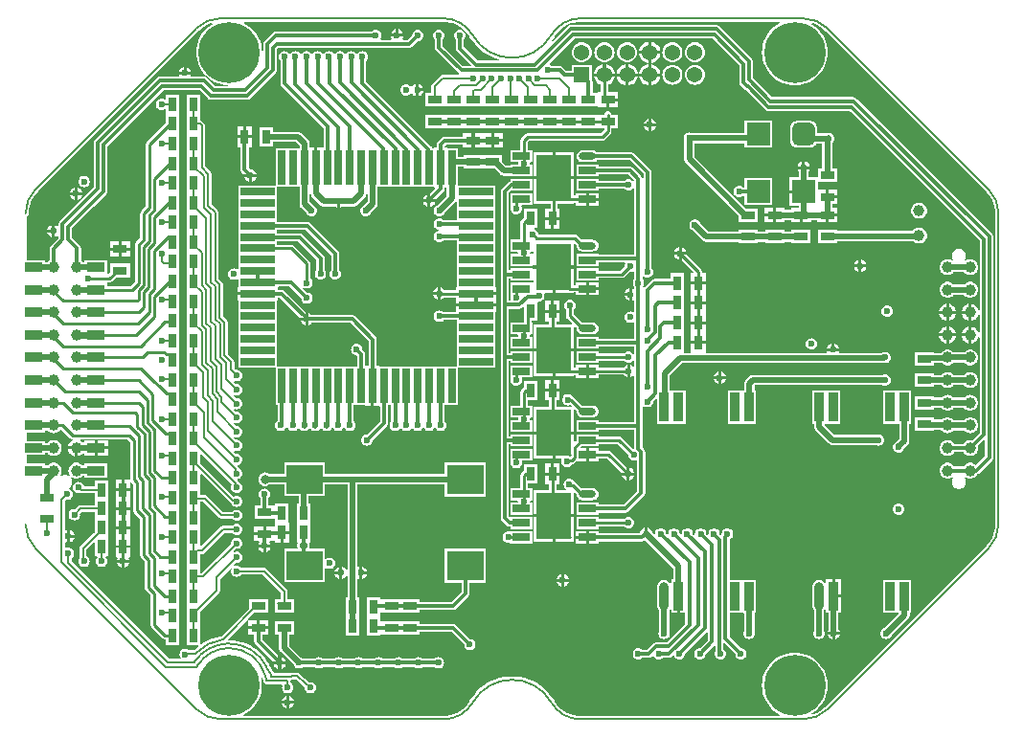
<source format=gbl>
G04*
G04 #@! TF.GenerationSoftware,Altium Limited,Altium Designer,20.1.10 (176)*
G04*
G04 Layer_Physical_Order=4*
G04 Layer_Color=16737819*
%FSAX42Y42*%
%MOMM*%
G71*
G04*
G04 #@! TF.SameCoordinates,1BA63ED6-0030-4306-BA36-9B072EE6F18F*
G04*
G04*
G04 #@! TF.FilePolarity,Positive*
G04*
G01*
G75*
%ADD16C,0.20*%
%ADD36R,1.63X0.81*%
%ADD37R,1.50X0.50*%
%ADD38R,0.80X1.30*%
%ADD39R,3.20X2.60*%
%ADD40R,1.30X0.80*%
%ADD47C,0.50*%
%ADD48C,0.25*%
%ADD49C,0.30*%
%ADD53C,1.00*%
%ADD54C,1.50*%
%ADD55C,0.80*%
%ADD56C,1.37*%
%ADD57R,1.37X1.37*%
%ADD58C,0.60*%
%ADD59C,0.70*%
%ADD60C,5.40*%
%ADD74C,0.20*%
G04:AMPARAMS|DCode=75|XSize=2mm|YSize=2mm|CornerRadius=0.5mm|HoleSize=0mm|Usage=FLASHONLY|Rotation=180.000|XOffset=0mm|YOffset=0mm|HoleType=Round|Shape=RoundedRectangle|*
%AMROUNDEDRECTD75*
21,1,2.00,1.00,0,0,180.0*
21,1,1.00,2.00,0,0,180.0*
1,1,1.00,-0.50,0.50*
1,1,1.00,0.50,0.50*
1,1,1.00,0.50,-0.50*
1,1,1.00,-0.50,-0.50*
%
%ADD75ROUNDEDRECTD75*%
%ADD76R,2.00X2.00*%
%ADD77O,0.81X2.50*%
%ADD78R,0.81X2.50*%
%ADD79R,3.05X4.06*%
%ADD80R,1.52X0.64*%
%ADD81O,1.52X0.64*%
G04:AMPARAMS|DCode=82|XSize=3.05mm|YSize=0.71mm|CornerRadius=0.18mm|HoleSize=0mm|Usage=FLASHONLY|Rotation=90.000|XOffset=0mm|YOffset=0mm|HoleType=Round|Shape=RoundedRectangle|*
%AMROUNDEDRECTD82*
21,1,3.05,0.36,0,0,90.0*
21,1,2.69,0.71,0,0,90.0*
1,1,0.36,0.18,1.35*
1,1,0.36,0.18,-1.35*
1,1,0.36,-0.18,-1.35*
1,1,0.36,-0.18,1.35*
%
%ADD82ROUNDEDRECTD82*%
%ADD83R,0.71X3.05*%
%ADD84R,3.05X0.71*%
G36*
X004989Y006180D02*
X006750D01*
X006753Y006170D01*
X006728Y006156D01*
X006701Y006137D01*
X006677Y006115D01*
X006655Y006091D01*
X006636Y006065D01*
X006621Y006036D01*
X006608Y006006D01*
X006599Y005975D01*
X006594Y005943D01*
X006592Y005910D01*
X006594Y005877D01*
X006599Y005845D01*
X006608Y005814D01*
X006621Y005784D01*
X006636Y005755D01*
X006655Y005729D01*
X006677Y005705D01*
X006701Y005683D01*
X006728Y005664D01*
X006756Y005648D01*
X006786Y005636D01*
X006818Y005627D01*
X006850Y005621D01*
X006882Y005620D01*
X006915Y005621D01*
X006947Y005627D01*
X006978Y005636D01*
X007008Y005648D01*
X007037Y005664D01*
X007063Y005683D01*
X007088Y005705D01*
X007109Y005729D01*
X007128Y005755D01*
X007144Y005784D01*
X007157Y005814D01*
X007166Y005845D01*
X007171Y005877D01*
X007173Y005910D01*
X007171Y005943D01*
X007166Y005975D01*
X007157Y006006D01*
X007144Y006036D01*
X007128Y006065D01*
X007109Y006091D01*
X007088Y006115D01*
X007063Y006137D01*
X007037Y006156D01*
X007031Y006159D01*
X007035Y006168D01*
X007048Y006165D01*
X007076Y006153D01*
X007102Y006139D01*
X007127Y006121D01*
X007142Y006107D01*
X007149Y006101D01*
X007149Y006101D01*
X008574Y004676D01*
X008574Y004676D01*
X008574Y004676D01*
X008580Y004669D01*
X008594Y004654D01*
X008611Y004629D01*
X008626Y004603D01*
X008638Y004575D01*
X008646Y004546D01*
X008651Y004516D01*
X008653Y004487D01*
X008653Y004486D01*
Y001734D01*
X008653Y001733D01*
X008651Y001704D01*
X008646Y001674D01*
X008638Y001645D01*
X008626Y001617D01*
X008611Y001591D01*
X008594Y001566D01*
X008580Y001551D01*
X008574Y001544D01*
X008574Y001544D01*
X007156Y000126D01*
X007149Y000119D01*
X007142Y000113D01*
X007127Y000099D01*
X007102Y000081D01*
X007076Y000067D01*
X007048Y000055D01*
X007035Y000052D01*
X007031Y000061D01*
X007037Y000064D01*
X007063Y000083D01*
X007088Y000105D01*
X007109Y000129D01*
X007128Y000155D01*
X007144Y000184D01*
X007157Y000214D01*
X007166Y000245D01*
X007171Y000277D01*
X007173Y000310D01*
X007171Y000343D01*
X007166Y000375D01*
X007157Y000406D01*
X007144Y000436D01*
X007128Y000465D01*
X007109Y000491D01*
X007088Y000515D01*
X007063Y000537D01*
X007037Y000556D01*
X007008Y000572D01*
X006978Y000584D01*
X006947Y000593D01*
X006915Y000599D01*
X006882Y000600D01*
X006850Y000599D01*
X006818Y000593D01*
X006786Y000584D01*
X006756Y000572D01*
X006728Y000556D01*
X006701Y000537D01*
X006677Y000515D01*
X006655Y000491D01*
X006636Y000465D01*
X006621Y000436D01*
X006608Y000406D01*
X006599Y000375D01*
X006594Y000343D01*
X006592Y000310D01*
X006594Y000277D01*
X006599Y000245D01*
X006608Y000214D01*
X006621Y000184D01*
X006636Y000155D01*
X006655Y000129D01*
X006677Y000105D01*
X006701Y000083D01*
X006728Y000064D01*
X006753Y000050D01*
X006750Y000040D01*
X004989D01*
X004988Y000040D01*
X004959Y000042D01*
X004929Y000047D01*
X004900Y000055D01*
X004872Y000067D01*
X004845Y000081D01*
X004821Y000099D01*
X004798Y000119D01*
X004778Y000142D01*
X004761Y000166D01*
X004756Y000175D01*
X004756Y000175D01*
X004756Y000175D01*
X004735Y000207D01*
X004713Y000237D01*
X004687Y000264D01*
X004660Y000290D01*
X004630Y000313D01*
X004598Y000333D01*
X004565Y000350D01*
X004530Y000364D01*
X004494Y000376D01*
X004458Y000384D01*
X004420Y000389D01*
X004383Y000390D01*
X004345Y000389D01*
X004308Y000384D01*
X004271Y000376D01*
X004236Y000364D01*
X004201Y000350D01*
X004168Y000333D01*
X004136Y000313D01*
X004106Y000290D01*
X004078Y000264D01*
X004053Y000237D01*
X004030Y000207D01*
X004010Y000175D01*
X004010Y000175D01*
X004010Y000175D01*
X004005Y000166D01*
X003988Y000142D01*
X003967Y000119D01*
X003945Y000099D01*
X003920Y000081D01*
X003894Y000067D01*
X003866Y000055D01*
X003837Y000047D01*
X003807Y000042D01*
X003778Y000040D01*
X003777Y000040D01*
X002014D01*
X002012Y000050D01*
X002037Y000064D01*
X002063Y000083D01*
X002088Y000105D01*
X002109Y000129D01*
X002128Y000155D01*
X002144Y000184D01*
X002157Y000214D01*
X002166Y000245D01*
X002171Y000277D01*
X002173Y000310D01*
X002171Y000343D01*
X002166Y000374D01*
X002175Y000376D01*
X002184Y000347D01*
X002185Y000344D01*
X002187Y000341D01*
X002187Y000340D01*
X002187Y000340D01*
X002189Y000337D01*
X002191Y000335D01*
X002191Y000335D01*
X002192Y000334D01*
X002192Y000334D01*
X002192Y000334D01*
X002195Y000331D01*
X002197Y000329D01*
X002199Y000328D01*
X002204Y000324D01*
X002204Y000324D01*
X002204Y000324D01*
X002211Y000321D01*
X002211Y000321D01*
X002219Y000320D01*
X002348D01*
X002354Y000310D01*
X002351Y000303D01*
X002350Y000290D01*
X002351Y000277D01*
X002356Y000265D01*
X002364Y000254D01*
X002375Y000246D01*
X002387Y000241D01*
X002400Y000240D01*
X002413Y000241D01*
X002425Y000246D01*
X002436Y000254D01*
X002444Y000265D01*
X002449Y000277D01*
X002450Y000290D01*
X002449Y000303D01*
X002444Y000315D01*
X002436Y000326D01*
X002428Y000332D01*
X002427Y000341D01*
X002427Y000341D01*
X002426Y000349D01*
X002425Y000350D01*
X002432Y000360D01*
X002470Y000361D01*
X002550Y000293D01*
X002550Y000290D01*
X002551Y000277D01*
X002556Y000265D01*
X002564Y000254D01*
X002575Y000246D01*
X002587Y000241D01*
X002600Y000240D01*
X002613Y000241D01*
X002625Y000246D01*
X002636Y000254D01*
X002644Y000265D01*
X002649Y000277D01*
X002650Y000290D01*
X002649Y000303D01*
X002644Y000315D01*
X002636Y000326D01*
X002625Y000334D01*
X002613Y000339D01*
X002600Y000340D01*
X002589Y000339D01*
X002501Y000414D01*
X002498Y000416D01*
X002496Y000417D01*
X002495Y000418D01*
X002494Y000418D01*
X002491Y000419D01*
X002489Y000420D01*
X002488Y000421D01*
X002487Y000421D01*
X002484Y000421D01*
X002481Y000421D01*
X002390Y000420D01*
X002275D01*
X002240Y000489D01*
X002240Y000490D01*
X002236Y000499D01*
X002215Y000533D01*
X002192Y000564D01*
X002166Y000593D01*
X002136Y000620D01*
X002105Y000643D01*
X002071Y000663D01*
X002036Y000680D01*
X001999Y000693D01*
X001961Y000703D01*
X001922Y000709D01*
X001882Y000711D01*
X001882Y000711D01*
X001877Y000710D01*
X001873Y000720D01*
X002041Y000888D01*
X002050Y000883D01*
X002050Y000877D01*
Y000833D01*
X002127D01*
Y000885D01*
X002059D01*
X002052Y000885D01*
X002047Y000894D01*
X002103Y000950D01*
X002225D01*
Y001070D01*
X002055D01*
Y000988D01*
X001812Y000744D01*
X001806Y000744D01*
X001768Y000735D01*
X001732Y000724D01*
X001696Y000709D01*
X001662Y000691D01*
X001639Y000677D01*
X001630Y000681D01*
Y000835D01*
X001630D01*
Y000839D01*
X001630D01*
Y000966D01*
X001793Y001129D01*
X001797Y001135D01*
X001800Y001142D01*
X001801Y001150D01*
Y001252D01*
X001896Y001347D01*
X001905Y001341D01*
X001901Y001333D01*
X001900Y001320D01*
X001901Y001307D01*
X001906Y001295D01*
X001914Y001284D01*
X001925Y001276D01*
X001937Y001271D01*
X001950Y001270D01*
X001963Y001271D01*
X001975Y001276D01*
X001986Y001284D01*
X001990Y001290D01*
X002180D01*
X002339Y001131D01*
Y001070D01*
X002318D01*
X002316Y001070D01*
X002314Y001070D01*
X002284D01*
Y000950D01*
X002454D01*
Y001070D01*
X002400D01*
Y001143D01*
X002399Y001151D01*
X002396Y001158D01*
X002391Y001165D01*
X002214Y001341D01*
X002208Y001346D01*
X002200Y001349D01*
X002192Y001350D01*
X001990D01*
X001986Y001356D01*
X001975Y001364D01*
X001963Y001369D01*
X001950Y001370D01*
X001937Y001369D01*
X001929Y001365D01*
X001923Y001374D01*
X001943Y001394D01*
X001950Y001393D01*
X001963Y001395D01*
X001975Y001400D01*
X001986Y001408D01*
X001994Y001418D01*
X001999Y001431D01*
X002000Y001444D01*
X001999Y001457D01*
X001994Y001469D01*
X001986Y001479D01*
X001975Y001487D01*
X001963Y001492D01*
X001950Y001494D01*
X001937Y001492D01*
X001929Y001489D01*
X001923Y001497D01*
X001943Y001518D01*
X001950Y001517D01*
X001963Y001518D01*
X001975Y001523D01*
X001986Y001531D01*
X001994Y001542D01*
X001999Y001554D01*
X002000Y001567D01*
X001999Y001580D01*
X001994Y001592D01*
X001986Y001603D01*
X001975Y001611D01*
X001963Y001616D01*
X001950Y001618D01*
X001937Y001616D01*
X001925Y001611D01*
X001914Y001603D01*
X001906Y001592D01*
X001901Y001580D01*
X001900Y001567D01*
X001900Y001560D01*
X001643Y001302D01*
X001630D01*
Y001351D01*
X001630Y001357D01*
X001630Y001367D01*
Y001471D01*
X001641D01*
X001649Y001472D01*
X001657Y001475D01*
X001663Y001480D01*
X001843Y001660D01*
X001910D01*
X001914Y001655D01*
X001925Y001647D01*
X001937Y001642D01*
X001950Y001640D01*
X001963Y001642D01*
X001975Y001647D01*
X001986Y001655D01*
X001994Y001665D01*
X001999Y001678D01*
X002000Y001691D01*
X001999Y001704D01*
X001994Y001716D01*
X001986Y001726D01*
X001975Y001734D01*
X001963Y001739D01*
X001950Y001741D01*
X001937Y001739D01*
X001925Y001734D01*
X001914Y001726D01*
X001910Y001721D01*
X001831D01*
X001823Y001720D01*
X001816Y001717D01*
X001809Y001712D01*
X001640Y001543D01*
X001630Y001547D01*
Y001699D01*
X001630Y001705D01*
X001630Y001715D01*
Y001879D01*
X001630D01*
Y001884D01*
X001630D01*
Y001932D01*
X001655D01*
X001794Y001793D01*
X001801Y001788D01*
X001808Y001785D01*
X001816Y001784D01*
X001910D01*
X001914Y001779D01*
X001925Y001771D01*
X001937Y001766D01*
X001950Y001764D01*
X001963Y001766D01*
X001975Y001771D01*
X001986Y001779D01*
X001994Y001789D01*
X001999Y001801D01*
X002000Y001814D01*
X001999Y001827D01*
X001994Y001840D01*
X001986Y001850D01*
X001975Y001858D01*
X001963Y001863D01*
X001950Y001865D01*
X001937Y001863D01*
X001925Y001858D01*
X001914Y001850D01*
X001910Y001845D01*
X001828D01*
X001689Y001984D01*
X001682Y001989D01*
X001675Y001992D01*
X001667Y001993D01*
X001630D01*
Y002048D01*
X001630Y002054D01*
X001630Y002064D01*
Y002176D01*
X001639Y002180D01*
X001895Y001924D01*
X001901Y001919D01*
X001904Y001918D01*
X001906Y001913D01*
X001914Y001902D01*
X001925Y001894D01*
X001937Y001889D01*
X001950Y001887D01*
X001963Y001889D01*
X001975Y001894D01*
X001986Y001902D01*
X001994Y001913D01*
X001999Y001925D01*
X002000Y001938D01*
X001999Y001951D01*
X001994Y001963D01*
X001986Y001974D01*
X001975Y001982D01*
X001963Y001987D01*
X001950Y001988D01*
X001937Y001987D01*
X001925Y001982D01*
X001924Y001981D01*
X001630Y002274D01*
Y002350D01*
X001639Y002354D01*
X001906Y002087D01*
X001901Y002074D01*
X001900Y002061D01*
X001901Y002048D01*
X001906Y002036D01*
X001914Y002026D01*
X001925Y002018D01*
X001937Y002013D01*
X001950Y002011D01*
X001963Y002013D01*
X001975Y002018D01*
X001986Y002026D01*
X001994Y002036D01*
X001999Y002048D01*
X002000Y002061D01*
X001999Y002074D01*
X001994Y002087D01*
X001986Y002097D01*
X001975Y002105D01*
X001969Y002108D01*
X001969Y002109D01*
X001964Y002115D01*
X001954Y002125D01*
X001957Y002136D01*
X001963Y002136D01*
X001975Y002141D01*
X001986Y002149D01*
X001994Y002160D01*
X001999Y002172D01*
X002000Y002185D01*
X001999Y002198D01*
X001994Y002210D01*
X001986Y002221D01*
X001975Y002229D01*
X001970Y002231D01*
X001969Y002235D01*
X001964Y002242D01*
X001956Y002249D01*
X001960Y002259D01*
X001963Y002260D01*
X001975Y002265D01*
X001986Y002273D01*
X001994Y002283D01*
X001999Y002296D01*
X002000Y002309D01*
X001999Y002322D01*
X001994Y002334D01*
X001986Y002344D01*
X001975Y002352D01*
X001963Y002357D01*
X001950Y002359D01*
X001943Y002358D01*
X001923Y002378D01*
X001929Y002387D01*
X001937Y002383D01*
X001950Y002382D01*
X001963Y002383D01*
X001975Y002388D01*
X001986Y002396D01*
X001994Y002407D01*
X001999Y002419D01*
X002000Y002432D01*
X001999Y002445D01*
X001994Y002457D01*
X001986Y002468D01*
X001975Y002476D01*
X001963Y002481D01*
X001950Y002483D01*
X001943Y002482D01*
X001923Y002502D01*
X001929Y002510D01*
X001937Y002507D01*
X001950Y002505D01*
X001963Y002507D01*
X001975Y002512D01*
X001986Y002520D01*
X001994Y002530D01*
X001999Y002543D01*
X002000Y002556D01*
X001999Y002569D01*
X001994Y002581D01*
X001986Y002591D01*
X001975Y002599D01*
X001963Y002604D01*
X001950Y002606D01*
X001943Y002605D01*
X001923Y002626D01*
X001929Y002634D01*
X001937Y002631D01*
X001950Y002629D01*
X001963Y002631D01*
X001975Y002636D01*
X001986Y002644D01*
X001994Y002654D01*
X001999Y002666D01*
X002000Y002679D01*
X001999Y002692D01*
X001994Y002705D01*
X001986Y002715D01*
X001975Y002723D01*
X001963Y002728D01*
X001950Y002730D01*
X001943Y002729D01*
X001923Y002749D01*
X001929Y002758D01*
X001937Y002754D01*
X001950Y002752D01*
X001963Y002754D01*
X001975Y002759D01*
X001986Y002767D01*
X001994Y002778D01*
X001999Y002790D01*
X002000Y002803D01*
X001999Y002816D01*
X001994Y002828D01*
X001986Y002839D01*
X001975Y002847D01*
X001963Y002852D01*
X001950Y002853D01*
X001943Y002852D01*
X001923Y002873D01*
X001929Y002881D01*
X001937Y002878D01*
X001950Y002876D01*
X001963Y002878D01*
X001975Y002883D01*
X001986Y002891D01*
X001994Y002901D01*
X001999Y002913D01*
X002000Y002926D01*
X001999Y002939D01*
X001994Y002952D01*
X001986Y002962D01*
X001975Y002970D01*
X001963Y002975D01*
X001950Y002977D01*
X001943Y002976D01*
X001923Y002996D01*
X001929Y003005D01*
X001937Y003001D01*
X001950Y003000D01*
X001963Y003001D01*
X001975Y003006D01*
X001986Y003014D01*
X001994Y003025D01*
X001999Y003037D01*
X002000Y003050D01*
X001999Y003063D01*
X001994Y003075D01*
X001986Y003086D01*
X001975Y003094D01*
X001963Y003099D01*
X001950Y003100D01*
X001943Y003100D01*
X001928Y003115D01*
Y003174D01*
X001927Y003182D01*
X001924Y003189D01*
X001919Y003195D01*
X001871Y003243D01*
Y003523D01*
X001870Y003531D01*
X001867Y003538D01*
X001862Y003545D01*
X001830Y003576D01*
Y003855D01*
X001829Y003863D01*
X001826Y003870D01*
X001821Y003876D01*
X001790Y003907D01*
Y004490D01*
X001789Y004498D01*
X001786Y004505D01*
X001781Y004512D01*
X001728Y004565D01*
Y004832D01*
X001727Y004840D01*
X001724Y004847D01*
X001719Y004853D01*
X001670Y004902D01*
Y005260D01*
X001669Y005268D01*
X001666Y005275D01*
X001661Y005281D01*
X001645Y005297D01*
X001639Y005302D01*
X001632Y005305D01*
X001630Y005305D01*
Y005361D01*
X001630D01*
Y005365D01*
X001630D01*
Y005535D01*
X001510D01*
Y005365D01*
X001510D01*
Y005361D01*
X001510D01*
Y005191D01*
X001510D01*
Y005187D01*
X001510D01*
Y005017D01*
X001510D01*
Y005013D01*
X001510D01*
Y004849D01*
X001510Y004843D01*
X001510D01*
Y004839D01*
X001510D01*
Y004669D01*
X001510D01*
Y004665D01*
X001510D01*
Y004501D01*
X001510Y004495D01*
X001510D01*
Y004491D01*
X001510D01*
Y004321D01*
X001510D01*
Y004316D01*
X001510D01*
Y004152D01*
X001510Y004146D01*
X001510D01*
Y004142D01*
X001510D01*
Y003972D01*
X001510D01*
Y003968D01*
X001510D01*
Y003804D01*
X001510Y003798D01*
X001510D01*
Y003794D01*
X001510D01*
Y003624D01*
X001510D01*
Y003620D01*
X001510D01*
Y003456D01*
X001510Y003450D01*
X001510D01*
Y003446D01*
X001510D01*
Y003276D01*
X001510D01*
Y003272D01*
X001510D01*
Y003108D01*
X001510Y003102D01*
X001510D01*
Y003098D01*
X001510D01*
Y002928D01*
X001510D01*
Y002924D01*
X001510D01*
Y002760D01*
X001510Y002754D01*
X001510D01*
Y002750D01*
X001510D01*
Y002580D01*
X001510D01*
Y002576D01*
X001510D01*
Y002412D01*
X001510Y002406D01*
X001510D01*
Y002402D01*
X001510D01*
Y002232D01*
X001510D01*
Y002228D01*
X001510D01*
Y002064D01*
X001510Y002058D01*
X001510Y002048D01*
Y001884D01*
X001510D01*
Y001879D01*
X001510D01*
Y001715D01*
X001510Y001709D01*
X001510Y001699D01*
Y001535D01*
X001510D01*
Y001531D01*
X001510D01*
Y001367D01*
X001510Y001361D01*
X001510Y001351D01*
Y001187D01*
X001510D01*
Y001183D01*
X001510D01*
Y001013D01*
X001510Y001013D01*
Y001009D01*
X001510D01*
X001510Y001003D01*
Y000839D01*
X001510D01*
Y000835D01*
X001510D01*
Y000665D01*
X001607D01*
X001610Y000656D01*
X001599Y000647D01*
X001572Y000623D01*
X001527D01*
X001520Y000629D01*
X001508Y000634D01*
X001495Y000635D01*
X001482Y000634D01*
X001470Y000629D01*
X001459Y000620D01*
X001451Y000610D01*
X001446Y000598D01*
X001444Y000585D01*
X001446Y000572D01*
X001451Y000560D01*
X001454Y000555D01*
X001449Y000545D01*
X001354D01*
X000493Y001407D01*
Y001440D01*
X000498Y001444D01*
X000506Y001455D01*
X000511Y001467D01*
X000513Y001480D01*
X000511Y001493D01*
X000506Y001505D01*
X000498Y001516D01*
X000488Y001524D01*
X000476Y001529D01*
X000462Y001530D01*
X000449Y001529D01*
X000443Y001526D01*
X000433Y001532D01*
Y001572D01*
X000443Y001578D01*
X000448Y001576D01*
X000450Y001576D01*
Y001630D01*
Y001684D01*
X000448Y001684D01*
X000443Y001682D01*
X000433Y001688D01*
Y001940D01*
X000443Y001950D01*
X000450Y001950D01*
X000463Y001951D01*
X000475Y001956D01*
X000486Y001964D01*
X000494Y001975D01*
X000499Y001987D01*
X000500Y002000D01*
X000499Y002013D01*
X000494Y002025D01*
X000486Y002036D01*
X000475Y002044D01*
X000468Y002047D01*
X000467Y002058D01*
X000477Y002065D01*
X000484Y002075D01*
X000490Y002086D01*
X000494Y002098D01*
X000495Y002110D01*
X000494Y002122D01*
X000490Y002134D01*
X000484Y002145D01*
X000482Y002147D01*
X000489Y002154D01*
X000493Y002151D01*
X000505Y002145D01*
X000518Y002141D01*
X000532Y002140D01*
X000546Y002141D01*
X000559Y002145D01*
X000571Y002151D01*
X000582Y002160D01*
X000586Y002165D01*
X000606D01*
Y002149D01*
X000808D01*
Y002271D01*
X000606D01*
Y002255D01*
X000586D01*
X000582Y002260D01*
X000571Y002268D01*
X000559Y002275D01*
X000546Y002279D01*
X000532Y002280D01*
X000518Y002279D01*
X000505Y002275D01*
X000493Y002268D01*
X000482Y002260D01*
X000474Y002249D01*
X000467Y002237D01*
X000463Y002224D01*
X000462Y002210D01*
X000463Y002196D01*
X000467Y002183D01*
X000474Y002171D01*
X000477Y002167D01*
X000470Y002160D01*
X000467Y002162D01*
X000456Y002168D01*
X000444Y002171D01*
X000432Y002173D01*
X000420Y002171D01*
X000408Y002168D01*
X000397Y002162D01*
X000395Y002160D01*
X000388Y002167D01*
X000391Y002171D01*
X000397Y002183D01*
X000401Y002196D01*
X000403Y002210D01*
X000401Y002224D01*
X000397Y002237D01*
X000391Y002249D01*
X000382Y002260D01*
X000371Y002268D01*
X000359Y002275D01*
X000346Y002279D01*
X000332Y002280D01*
X000318Y002279D01*
X000305Y002275D01*
X000293Y002268D01*
X000282Y002260D01*
X000279Y002255D01*
X000258D01*
Y002271D01*
X000091D01*
Y002349D01*
X000258D01*
Y002365D01*
X000279D01*
X000282Y002360D01*
X000293Y002351D01*
X000305Y002345D01*
X000318Y002341D01*
X000332Y002340D01*
X000346Y002341D01*
X000359Y002345D01*
X000371Y002351D01*
X000382Y002360D01*
X000391Y002371D01*
X000397Y002383D01*
X000401Y002396D01*
X000403Y002410D01*
X000401Y002424D01*
X000397Y002437D01*
X000391Y002449D01*
X000382Y002460D01*
X000371Y002468D01*
X000359Y002475D01*
X000346Y002479D01*
X000332Y002480D01*
X000318Y002479D01*
X000305Y002475D01*
X000293Y002468D01*
X000282Y002460D01*
X000279Y002455D01*
X000258D01*
Y002471D01*
X000091D01*
Y002549D01*
X000258D01*
Y002565D01*
X000279D01*
X000282Y002560D01*
X000293Y002551D01*
X000305Y002545D01*
X000318Y002541D01*
X000332Y002540D01*
X000346Y002541D01*
X000359Y002545D01*
X000371Y002551D01*
X000382Y002560D01*
X000388Y002568D01*
X000400Y002570D01*
X000474Y002497D01*
X000480Y002492D01*
X000488Y002488D01*
X000496Y002487D01*
X000497Y002486D01*
X000496Y002476D01*
X000490Y002473D01*
X000479Y002463D01*
X000469Y002452D01*
X000462Y002439D01*
X000458Y002425D01*
X000458Y002423D01*
X000532D01*
Y002410D01*
X000545D01*
Y002335D01*
X000547Y002336D01*
X000561Y002340D01*
X000574Y002347D01*
X000586Y002356D01*
X000588Y002359D01*
X000601D01*
Y002344D01*
X000695D01*
Y002410D01*
Y002476D01*
X000601D01*
Y002460D01*
X000588D01*
X000586Y002463D01*
X000574Y002473D01*
X000566Y002477D01*
X000569Y002487D01*
X000984D01*
X001010Y002461D01*
Y002136D01*
X001010Y002133D01*
X001007Y002130D01*
X000958Y002130D01*
Y002053D01*
X001010D01*
Y002105D01*
X001015Y002108D01*
X001020Y002109D01*
X001037Y002092D01*
Y001859D01*
X001038Y001851D01*
X001042Y001843D01*
X001047Y001836D01*
X001097Y001785D01*
Y001463D01*
X001099Y001454D01*
X001102Y001446D01*
X001107Y001439D01*
X001137Y001409D01*
Y001176D01*
X001138Y001168D01*
X001142Y001160D01*
X001147Y001153D01*
X001187Y001113D01*
Y000847D01*
X001188Y000839D01*
X001192Y000831D01*
X001197Y000824D01*
X001292Y000729D01*
X001299Y000724D01*
X001306Y000721D01*
X001315Y000720D01*
X001320D01*
Y000665D01*
X001440D01*
Y000835D01*
X001440D01*
Y000839D01*
X001440D01*
Y001009D01*
X001440D01*
Y001013D01*
X001440D01*
Y001183D01*
X001440D01*
Y001187D01*
X001440D01*
Y001357D01*
X001440D01*
Y001361D01*
X001440D01*
Y001531D01*
X001440D01*
Y001535D01*
X001440D01*
Y001705D01*
X001440D01*
Y001709D01*
X001440D01*
Y001879D01*
X001440D01*
Y001884D01*
X001440D01*
Y002054D01*
X001440D01*
Y002058D01*
X001440D01*
Y002228D01*
X001440D01*
Y002232D01*
X001440D01*
Y002402D01*
X001440D01*
Y002406D01*
X001440D01*
Y002570D01*
X001440Y002576D01*
X001440D01*
Y002580D01*
X001440D01*
Y002750D01*
X001440D01*
Y002754D01*
X001440D01*
Y002918D01*
X001440Y002924D01*
X001440D01*
Y002928D01*
X001440D01*
Y003098D01*
X001440D01*
Y003102D01*
X001440D01*
Y003266D01*
X001440Y003272D01*
X001440D01*
Y003276D01*
X001440D01*
Y003446D01*
X001440D01*
Y003450D01*
X001440D01*
Y003620D01*
X001440D01*
Y003624D01*
X001440D01*
Y003794D01*
X001440D01*
Y003798D01*
X001440D01*
Y003968D01*
X001440D01*
Y003972D01*
X001440D01*
Y004136D01*
X001440Y004142D01*
X001440D01*
Y004146D01*
X001440D01*
Y004311D01*
X001440Y004316D01*
X001440D01*
Y004321D01*
X001440D01*
Y004491D01*
X001440D01*
Y004495D01*
X001440D01*
Y004665D01*
X001440D01*
Y004669D01*
X001440D01*
Y004839D01*
X001440D01*
Y004843D01*
X001440D01*
Y005013D01*
X001440D01*
Y005017D01*
X001440D01*
Y005187D01*
X001440D01*
Y005191D01*
X001440D01*
Y005355D01*
X001440Y005361D01*
X001440Y005371D01*
Y005535D01*
X001320D01*
Y005497D01*
X001311Y005493D01*
X001310Y005494D01*
X001298Y005499D01*
X001285Y005500D01*
X001272Y005499D01*
X001260Y005494D01*
X001249Y005486D01*
X001241Y005475D01*
X001236Y005463D01*
X001235Y005450D01*
X001236Y005437D01*
X001241Y005425D01*
X001249Y005414D01*
X001260Y005406D01*
X001272Y005401D01*
X001285Y005400D01*
X001298Y005401D01*
X001310Y005406D01*
X001311Y005407D01*
X001320Y005403D01*
Y005371D01*
X001320Y005365D01*
X001320Y005355D01*
Y005283D01*
X001154Y005117D01*
X001149Y005111D01*
X001146Y005103D01*
X001145Y005094D01*
Y004548D01*
X001107Y004510D01*
X001102Y004504D01*
X001098Y004496D01*
X001097Y004487D01*
Y004270D01*
X001059Y004231D01*
X001054Y004224D01*
X001050Y004216D01*
X001049Y004208D01*
Y003880D01*
X001017Y003848D01*
X001017Y003848D01*
X001012Y003843D01*
X000808D01*
Y003871D01*
X000816Y003877D01*
X000825D01*
X000833Y003878D01*
X000841Y003882D01*
X000848Y003887D01*
X000881Y003920D01*
X001005D01*
Y004040D01*
X000835D01*
Y003966D01*
X000818Y003950D01*
X000808Y003954D01*
Y004071D01*
X000606D01*
Y004055D01*
X000586D01*
X000582Y004060D01*
X000573Y004067D01*
Y004178D01*
X000573Y004178D01*
X000571Y004188D01*
X000568Y004196D01*
X000562Y004203D01*
X000562Y004203D01*
X000495Y004270D01*
Y004355D01*
X000688Y004547D01*
X000688Y004547D01*
X000795Y004654D01*
X000795Y004654D01*
X000801Y004662D01*
X000804Y004670D01*
X000805Y004679D01*
Y005075D01*
X001305Y005575D01*
X001623D01*
X001698Y005500D01*
X001698Y005500D01*
X001705Y005494D01*
X001714Y005491D01*
X001723Y005490D01*
X001723Y005490D01*
X002042D01*
X002042Y005490D01*
X002051Y005491D01*
X002059Y005494D01*
X002067Y005500D01*
X002292Y005726D01*
X002292Y005726D01*
X002298Y005733D01*
X002301Y005741D01*
X002303Y005751D01*
X002303Y005751D01*
Y005935D01*
X002317Y005950D01*
X003476D01*
X003476Y005950D01*
X003485Y005951D01*
X003494Y005954D01*
X003501Y005960D01*
X003551Y006010D01*
X003551Y006010D01*
X003564Y006011D01*
X003576Y006016D01*
X003587Y006024D01*
X003595Y006035D01*
X003600Y006047D01*
X003602Y006060D01*
X003600Y006073D01*
X003595Y006085D01*
X003587Y006096D01*
X003576Y006104D01*
X003564Y006109D01*
X003551Y006110D01*
X003538Y006109D01*
X003526Y006104D01*
X003516Y006096D01*
X003508Y006085D01*
X003503Y006073D01*
X003501Y006060D01*
X003501Y006060D01*
X003462Y006020D01*
X003418D01*
X003413Y006030D01*
X003414Y006032D01*
X003420Y006046D01*
X003420Y006047D01*
X003311D01*
X003312Y006046D01*
X003317Y006032D01*
X003319Y006030D01*
X003314Y006020D01*
X003225D01*
X003220Y006030D01*
X003224Y006035D01*
X003229Y006047D01*
X003230Y006060D01*
X003229Y006073D01*
X003224Y006085D01*
X003216Y006096D01*
X003205Y006104D01*
X003193Y006109D01*
X003180Y006110D01*
X003167Y006109D01*
X003155Y006104D01*
X003144Y006096D01*
X003144Y006095D01*
X002297D01*
X002297Y006095D01*
X002288Y006094D01*
X002280Y006091D01*
X002272Y006085D01*
X002272Y006085D01*
X002192Y006005D01*
X002187Y005998D01*
X002183Y005989D01*
X002182Y005980D01*
X002182Y005980D01*
Y005924D01*
X002172Y005924D01*
X002171Y005943D01*
X002166Y005975D01*
X002157Y006006D01*
X002144Y006036D01*
X002128Y006065D01*
X002109Y006091D01*
X002088Y006115D01*
X002063Y006137D01*
X002037Y006156D01*
X002012Y006170D01*
X002014Y006180D01*
X003767D01*
X003767Y006180D01*
X003777Y006180D01*
X003786Y006179D01*
X003807Y006178D01*
X003837Y006173D01*
X003866Y006165D01*
X003894Y006153D01*
X003920Y006139D01*
X003945Y006121D01*
X003967Y006101D01*
X003988Y006078D01*
X004005Y006054D01*
X004010Y006045D01*
X004010Y006045D01*
X004030Y006013D01*
X004053Y005983D01*
X004078Y005956D01*
X004106Y005930D01*
X004136Y005907D01*
X004168Y005887D01*
X004201Y005870D01*
X004236Y005856D01*
X004268Y005845D01*
X004267Y005835D01*
X004080D01*
X003958Y005957D01*
Y006024D01*
X003958Y006024D01*
X003966Y006035D01*
X003971Y006047D01*
X003973Y006060D01*
X003971Y006073D01*
X003966Y006085D01*
X003958Y006096D01*
X003948Y006104D01*
X003936Y006109D01*
X003922Y006110D01*
X003909Y006109D01*
X003897Y006104D01*
X003887Y006096D01*
X003879Y006085D01*
X003874Y006073D01*
X003872Y006060D01*
X003874Y006047D01*
X003879Y006035D01*
X003887Y006024D01*
X003887Y006024D01*
Y005943D01*
X003887Y005942D01*
X003888Y005933D01*
X003892Y005925D01*
X003898Y005918D01*
X004021Y005795D01*
X004017Y005785D01*
X003950D01*
X003772Y005963D01*
Y006024D01*
X003773Y006024D01*
X003781Y006035D01*
X003786Y006047D01*
X003787Y006060D01*
X003786Y006073D01*
X003781Y006085D01*
X003773Y006096D01*
X003762Y006104D01*
X003750Y006109D01*
X003737Y006110D01*
X003724Y006109D01*
X003712Y006104D01*
X003701Y006096D01*
X003693Y006085D01*
X003688Y006073D01*
X003686Y006060D01*
X003688Y006047D01*
X003693Y006035D01*
X003701Y006024D01*
X003702Y006024D01*
Y005948D01*
X003702Y005948D01*
X003703Y005939D01*
X003706Y005930D01*
X003712Y005923D01*
X003910Y005725D01*
X003910Y005725D01*
X003916Y005720D01*
X003916Y005717D01*
X003913Y005710D01*
X003770D01*
X003762Y005709D01*
X003755Y005706D01*
X003749Y005701D01*
X003679Y005631D01*
X003674Y005625D01*
X003671Y005618D01*
X003670Y005610D01*
Y005550D01*
X003615D01*
Y005430D01*
X003775D01*
X003785Y005430D01*
Y005430D01*
X003785D01*
Y005430D01*
X003945D01*
X003955Y005430D01*
Y005430D01*
X003955D01*
Y005430D01*
X004115D01*
X004125Y005430D01*
Y005430D01*
X004125D01*
Y005430D01*
X004285D01*
X004295Y005430D01*
Y005430D01*
X004295D01*
Y005430D01*
X004455D01*
X004465Y005430D01*
Y005430D01*
X004465D01*
Y005430D01*
X004625D01*
X004635Y005430D01*
Y005430D01*
X004635D01*
Y005430D01*
X004795D01*
X004805Y005430D01*
Y005430D01*
X004805D01*
Y005430D01*
X004975D01*
X004975Y005431D01*
X005140D01*
Y005425D01*
X005217D01*
Y005490D01*
X005230D01*
Y005503D01*
X005320D01*
Y005556D01*
X005233D01*
Y005622D01*
X005236Y005623D01*
X005252Y005631D01*
X005267Y005643D01*
X005279Y005658D01*
X005287Y005674D01*
X005293Y005692D01*
X005293Y005697D01*
X005200D01*
X005107D01*
X005107Y005692D01*
X005113Y005674D01*
X005121Y005658D01*
X005133Y005643D01*
X005148Y005631D01*
X005164Y005623D01*
X005167Y005622D01*
Y005556D01*
X005140D01*
Y005551D01*
X005095D01*
Y005650D01*
X005095Y005650D01*
X005094Y005659D01*
X005091Y005668D01*
X005089Y005670D01*
Y005799D01*
X004911D01*
Y005745D01*
X004862D01*
X004832Y005775D01*
X004825Y005781D01*
X004816Y005784D01*
X004807Y005785D01*
X004807Y005785D01*
X004736D01*
X004736Y005786D01*
X004725Y005794D01*
X004717Y005797D01*
X004714Y005808D01*
X004935Y006030D01*
X006155D01*
X006392Y005793D01*
Y005645D01*
X006392Y005645D01*
X006393Y005636D01*
X006397Y005628D01*
X006402Y005620D01*
X006440Y005583D01*
X006440Y005583D01*
X006447Y005577D01*
X006447Y005577D01*
X006622Y005403D01*
X006622Y005403D01*
X006629Y005397D01*
X006638Y005393D01*
X006647Y005392D01*
X007367D01*
X008515Y004245D01*
Y003633D01*
X008505Y003632D01*
X008502Y003639D01*
X008495Y003652D01*
X008486Y003663D01*
X008475Y003673D01*
X008461Y003680D01*
X008447Y003684D01*
X008445Y003684D01*
Y003610D01*
Y003535D01*
X008447Y003536D01*
X008461Y003540D01*
X008475Y003547D01*
X008486Y003556D01*
X008495Y003568D01*
X008502Y003581D01*
X008505Y003588D01*
X008515Y003587D01*
Y003433D01*
X008505Y003432D01*
X008502Y003439D01*
X008495Y003452D01*
X008486Y003463D01*
X008475Y003473D01*
X008461Y003480D01*
X008447Y003484D01*
X008445Y003484D01*
Y003410D01*
Y003335D01*
X008447Y003336D01*
X008461Y003340D01*
X008475Y003347D01*
X008486Y003356D01*
X008495Y003368D01*
X008502Y003381D01*
X008505Y003388D01*
X008515Y003387D01*
Y002542D01*
X008450Y002478D01*
X008446Y002479D01*
X008432Y002480D01*
X008419Y002479D01*
X008406Y002475D01*
X008393Y002468D01*
X008383Y002460D01*
X008374Y002449D01*
X008372Y002445D01*
X008293D01*
X008291Y002449D01*
X008282Y002460D01*
X008272Y002468D01*
X008259Y002475D01*
X008246Y002479D01*
X008232Y002480D01*
X008219Y002479D01*
X008206Y002475D01*
X008193Y002468D01*
X008183Y002460D01*
X008174Y002449D01*
X008168Y002437D01*
X008164Y002424D01*
X008162Y002410D01*
X008164Y002396D01*
X008168Y002383D01*
X008174Y002371D01*
X008183Y002360D01*
X008193Y002351D01*
X008206Y002345D01*
X008219Y002341D01*
X008232Y002340D01*
X008246Y002341D01*
X008259Y002345D01*
X008272Y002351D01*
X008282Y002360D01*
X008291Y002371D01*
X008293Y002375D01*
X008372D01*
X008374Y002371D01*
X008383Y002360D01*
X008393Y002351D01*
X008406Y002345D01*
X008419Y002341D01*
X008432Y002340D01*
X008446Y002341D01*
X008459Y002345D01*
X008472Y002351D01*
X008482Y002360D01*
X008491Y002371D01*
X008497Y002383D01*
X008501Y002396D01*
X008503Y002410D01*
X008501Y002424D01*
X008500Y002428D01*
X008555Y002483D01*
X008565Y002479D01*
Y002342D01*
X008482Y002260D01*
X008482Y002260D01*
X008472Y002268D01*
X008459Y002275D01*
X008446Y002279D01*
X008432Y002280D01*
X008419Y002279D01*
X008406Y002275D01*
X008393Y002268D01*
X008383Y002260D01*
X008374Y002249D01*
X008372Y002245D01*
X008293D01*
X008291Y002249D01*
X008282Y002260D01*
X008272Y002268D01*
X008259Y002275D01*
X008246Y002279D01*
X008232Y002280D01*
X008219Y002279D01*
X008206Y002275D01*
X008193Y002268D01*
X008183Y002260D01*
X008174Y002249D01*
X008168Y002237D01*
X008164Y002224D01*
X008162Y002210D01*
X008164Y002196D01*
X008168Y002183D01*
X008174Y002171D01*
X008183Y002160D01*
X008193Y002151D01*
X008206Y002145D01*
X008219Y002141D01*
X008232Y002140D01*
X008246Y002141D01*
X008259Y002145D01*
X008272Y002151D01*
X008275Y002154D01*
X008282Y002147D01*
X008280Y002145D01*
X008274Y002134D01*
X008271Y002122D01*
X008270Y002110D01*
X008271Y002098D01*
X008274Y002086D01*
X008280Y002075D01*
X008288Y002065D01*
X008298Y002058D01*
X008308Y002052D01*
X008320Y002048D01*
X008332Y002047D01*
X008345Y002048D01*
X008357Y002052D01*
X008367Y002058D01*
X008377Y002065D01*
X008385Y002075D01*
X008391Y002086D01*
X008394Y002098D01*
X008395Y002110D01*
X008394Y002122D01*
X008391Y002134D01*
X008385Y002145D01*
X008383Y002147D01*
X008390Y002154D01*
X008393Y002151D01*
X008406Y002145D01*
X008419Y002141D01*
X008432Y002140D01*
X008446Y002141D01*
X008459Y002145D01*
X008472Y002151D01*
X008482Y002160D01*
X008491Y002171D01*
X008494Y002177D01*
X008500Y002179D01*
X008508Y002185D01*
X008625Y002302D01*
X008625Y002302D01*
X008631Y002310D01*
X008634Y002318D01*
X008635Y002327D01*
X008635Y002327D01*
Y004280D01*
X008635Y004280D01*
X008634Y004289D01*
X008631Y004298D01*
X008625Y004305D01*
X008625Y004305D01*
X007427Y005502D01*
X007420Y005508D01*
X007412Y005512D01*
X007403Y005513D01*
X007402Y005513D01*
X006682D01*
X006512Y005682D01*
Y005829D01*
X006511Y005838D01*
X006508Y005846D01*
X006502Y005854D01*
X006502Y005854D01*
X006216Y006140D01*
X006208Y006146D01*
X006200Y006149D01*
X006191Y006150D01*
X006191Y006150D01*
X004900D01*
X004891Y006149D01*
X004882Y006146D01*
X004875Y006140D01*
X004875Y006140D01*
X004746Y006011D01*
X004738Y006017D01*
X004756Y006045D01*
X004756Y006045D01*
X004761Y006054D01*
X004778Y006078D01*
X004798Y006101D01*
X004821Y006121D01*
X004845Y006139D01*
X004872Y006153D01*
X004900Y006165D01*
X004929Y006173D01*
X004959Y006178D01*
X004988Y006180D01*
X004989Y006180D01*
D02*
G37*
G36*
X001733Y006159D02*
X001728Y006156D01*
X001701Y006137D01*
X001677Y006115D01*
X001655Y006091D01*
X001636Y006065D01*
X001621Y006036D01*
X001608Y006006D01*
X001599Y005975D01*
X001594Y005943D01*
X001592Y005910D01*
X001594Y005877D01*
X001599Y005845D01*
X001608Y005814D01*
X001621Y005784D01*
X001636Y005755D01*
X001655Y005729D01*
X001677Y005705D01*
X001701Y005683D01*
X001728Y005664D01*
X001756Y005648D01*
X001786Y005636D01*
X001818Y005627D01*
X001850Y005621D01*
X001869Y005620D01*
X001869Y005610D01*
X001758D01*
X001684Y005685D01*
X001676Y005691D01*
X001668Y005694D01*
X001659Y005695D01*
X001659Y005695D01*
X001551D01*
X001544Y005705D01*
X001546Y005711D01*
X001547Y005712D01*
X001438D01*
X001439Y005711D01*
X001441Y005705D01*
X001434Y005695D01*
X001270D01*
X001270Y005695D01*
X001260Y005694D01*
X001252Y005691D01*
X001245Y005685D01*
X001245Y005685D01*
X000695Y005135D01*
X000689Y005128D01*
X000686Y005120D01*
X000685Y005110D01*
X000685Y005110D01*
Y004715D01*
X000385Y004415D01*
X000379Y004408D01*
X000376Y004399D01*
X000375Y004390D01*
X000375Y004390D01*
Y004378D01*
X000365Y004373D01*
X000358Y004378D01*
X000344Y004384D01*
X000343Y004384D01*
Y004330D01*
Y004276D01*
X000344Y004276D01*
X000358Y004282D01*
X000365Y004287D01*
X000375Y004282D01*
Y004267D01*
X000307Y004199D01*
X000302Y004192D01*
X000298Y004183D01*
X000297Y004174D01*
X000297Y004174D01*
Y004070D01*
X000293Y004068D01*
X000282Y004060D01*
X000279Y004055D01*
X000258D01*
Y004071D01*
X000091D01*
Y004457D01*
X000098Y004460D01*
X000104Y004464D01*
X000109Y004471D01*
X000111Y004476D01*
X000112Y004478D01*
X000113Y004486D01*
X000113Y004496D01*
X000115Y004516D01*
X000120Y004546D01*
X000128Y004575D01*
X000140Y004603D01*
X000154Y004629D01*
X000172Y004654D01*
X000185Y004669D01*
X000192Y004676D01*
X000199Y004684D01*
X001616Y006101D01*
X001616Y006101D01*
X001624Y006107D01*
X001639Y006121D01*
X001664Y006139D01*
X001690Y006153D01*
X001718Y006165D01*
X001729Y006168D01*
X001733Y006159D01*
D02*
G37*
%LPC*%
G36*
X003378Y006114D02*
Y006073D01*
X003420D01*
X003420Y006074D01*
X003414Y006088D01*
X003405Y006100D01*
X003394Y006108D01*
X003380Y006114D01*
X003378Y006114D01*
D02*
G37*
G36*
X003353D02*
X003351Y006114D01*
X003338Y006108D01*
X003326Y006100D01*
X003317Y006088D01*
X003312Y006074D01*
X003311Y006073D01*
X003353D01*
Y006114D01*
D02*
G37*
G36*
X005613Y006003D02*
Y005923D01*
X005693D01*
X005693Y005928D01*
X005687Y005946D01*
X005679Y005962D01*
X005667Y005977D01*
X005652Y005989D01*
X005636Y005997D01*
X005618Y006003D01*
X005613Y006003D01*
D02*
G37*
G36*
X005587Y006003D02*
X005582Y006003D01*
X005564Y005997D01*
X005548Y005989D01*
X005533Y005977D01*
X005521Y005962D01*
X005513Y005946D01*
X005507Y005928D01*
X005507Y005923D01*
X005587D01*
Y006003D01*
D02*
G37*
G36*
X003060Y005920D02*
X003047Y005919D01*
X003035Y005914D01*
X003024Y005906D01*
X003016Y005895D01*
X003016Y005895D01*
X003005D01*
X003005Y005895D01*
X002997Y005906D01*
X002987Y005914D01*
X002974Y005919D01*
X002961Y005920D01*
X002948Y005919D01*
X002936Y005914D01*
X002926Y005906D01*
X002918Y005895D01*
X002918Y005895D01*
X002907D01*
X002907Y005895D01*
X002899Y005906D01*
X002888Y005914D01*
X002876Y005919D01*
X002863Y005920D01*
X002850Y005919D01*
X002838Y005914D01*
X002827Y005906D01*
X002819Y005895D01*
X002819Y005895D01*
X002808D01*
X002808Y005895D01*
X002800Y005906D01*
X002790Y005914D01*
X002777Y005919D01*
X002764Y005920D01*
X002751Y005919D01*
X002739Y005914D01*
X002729Y005906D01*
X002721Y005895D01*
X002720Y005895D01*
X002710D01*
X002709Y005895D01*
X002701Y005906D01*
X002691Y005914D01*
X002679Y005919D01*
X002666Y005920D01*
X002653Y005919D01*
X002640Y005914D01*
X002630Y005906D01*
X002622Y005895D01*
X002622Y005895D01*
X002611D01*
X002611Y005895D01*
X002603Y005906D01*
X002592Y005914D01*
X002580Y005919D01*
X002567Y005920D01*
X002554Y005919D01*
X002542Y005914D01*
X002531Y005906D01*
X002523Y005895D01*
X002523Y005895D01*
X002512D01*
X002512Y005895D01*
X002504Y005906D01*
X002494Y005914D01*
X002482Y005919D01*
X002469Y005920D01*
X002456Y005919D01*
X002443Y005914D01*
X002433Y005906D01*
X002425Y005895D01*
X002425Y005895D01*
X002414D01*
X002414Y005895D01*
X002406Y005906D01*
X002395Y005914D01*
X002383Y005919D01*
X002370Y005920D01*
X002357Y005919D01*
X002345Y005914D01*
X002334Y005906D01*
X002326Y005895D01*
X002321Y005883D01*
X002320Y005870D01*
X002321Y005857D01*
X002326Y005845D01*
X002334Y005834D01*
X002335Y005834D01*
Y005635D01*
X002335Y005635D01*
X002336Y005626D01*
X002339Y005617D01*
X002345Y005610D01*
X002715Y005240D01*
Y005076D01*
X002711Y005068D01*
X002663D01*
Y004890D01*
X002637D01*
Y005068D01*
X002595D01*
Y005100D01*
X002594Y005112D01*
X002589Y005123D01*
X002582Y005132D01*
X002520Y005194D01*
X002511Y005201D01*
X002500Y005206D01*
X002488Y005207D01*
X002269D01*
Y005247D01*
X002149D01*
Y005077D01*
X002269D01*
Y005117D01*
X002469D01*
X002505Y005081D01*
Y005062D01*
X002294D01*
Y004731D01*
X001963D01*
Y004619D01*
Y004519D01*
Y004419D01*
Y004319D01*
Y004219D01*
Y004119D01*
Y003994D01*
X001953Y003989D01*
X001950Y003991D01*
X001938Y003996D01*
X001925Y003998D01*
X001912Y003996D01*
X001900Y003991D01*
X001889Y003983D01*
X001881Y003973D01*
X001876Y003961D01*
X001875Y003947D01*
X001876Y003934D01*
X001881Y003922D01*
X001889Y003912D01*
X001900Y003904D01*
X001912Y003899D01*
X001925Y003897D01*
X001938Y003899D01*
X001950Y003904D01*
X001953Y003906D01*
X001963Y003901D01*
Y003836D01*
X001957D01*
Y003788D01*
X002135D01*
Y003762D01*
X001957D01*
Y003714D01*
X001963D01*
Y003619D01*
Y003519D01*
Y003419D01*
Y003319D01*
Y003219D01*
Y003119D01*
X002294D01*
Y002788D01*
X002310D01*
Y002650D01*
X002304Y002646D01*
X002296Y002635D01*
X002291Y002623D01*
X002290Y002610D01*
X002291Y002597D01*
X002296Y002585D01*
X002304Y002574D01*
X002315Y002566D01*
X002327Y002561D01*
X002340Y002560D01*
X002353Y002561D01*
X002365Y002566D01*
X002376Y002574D01*
X002384Y002585D01*
X002388Y002594D01*
X002398D01*
X002402Y002585D01*
X002410Y002574D01*
X002420Y002566D01*
X002433Y002561D01*
X002446Y002560D01*
X002459Y002561D01*
X002471Y002566D01*
X002481Y002574D01*
X002489Y002585D01*
X002490Y002587D01*
X002501D01*
X002502Y002585D01*
X002510Y002574D01*
X002521Y002566D01*
X002533Y002561D01*
X002546Y002560D01*
X002559Y002561D01*
X002571Y002566D01*
X002582Y002574D01*
X002590Y002585D01*
X002591Y002588D01*
X002602D01*
X002603Y002585D01*
X002611Y002574D01*
X002621Y002566D01*
X002634Y002561D01*
X002647Y002560D01*
X002660Y002561D01*
X002672Y002566D01*
X002682Y002574D01*
X002690Y002585D01*
X002692Y002588D01*
X002702D01*
X002704Y002585D01*
X002712Y002574D01*
X002722Y002566D01*
X002734Y002561D01*
X002747Y002560D01*
X002761Y002561D01*
X002773Y002566D01*
X002783Y002574D01*
X002791Y002585D01*
X002792Y002588D01*
X002803D01*
X002804Y002585D01*
X002812Y002574D01*
X002823Y002566D01*
X002835Y002561D01*
X002848Y002560D01*
X002861Y002561D01*
X002873Y002566D01*
X002884Y002574D01*
X002892Y002585D01*
X002894Y002589D01*
X002904D01*
X002906Y002585D01*
X002914Y002574D01*
X002925Y002566D01*
X002937Y002561D01*
X002950Y002560D01*
X002963Y002561D01*
X002975Y002566D01*
X002986Y002574D01*
X002994Y002585D01*
X002999Y002597D01*
X003000Y002610D01*
X002999Y002623D01*
X002994Y002635D01*
X002986Y002646D01*
X002985Y002646D01*
Y002788D01*
X003006D01*
Y002788D01*
X003016Y002791D01*
X003022Y002789D01*
X003032Y002787D01*
X003068D01*
X003078Y002789D01*
X003079Y002789D01*
X003089Y002782D01*
Y002782D01*
X003137D01*
Y002960D01*
X003163D01*
Y002782D01*
X003211D01*
X003215Y002774D01*
Y002645D01*
X003100Y002530D01*
X003100Y002530D01*
X003087Y002529D01*
X003075Y002524D01*
X003064Y002516D01*
X003056Y002505D01*
X003051Y002493D01*
X003050Y002480D01*
X003051Y002467D01*
X003056Y002455D01*
X003064Y002444D01*
X003075Y002436D01*
X003087Y002431D01*
X003100Y002430D01*
X003113Y002431D01*
X003125Y002436D01*
X003136Y002444D01*
X003144Y002455D01*
X003149Y002467D01*
X003150Y002480D01*
X003150Y002480D01*
X003275Y002605D01*
X003275Y002605D01*
X003281Y002612D01*
X003284Y002621D01*
X003285Y002630D01*
X003285Y002630D01*
Y002788D01*
X003315D01*
Y002646D01*
X003314Y002646D01*
X003306Y002635D01*
X003301Y002623D01*
X003300Y002610D01*
X003301Y002597D01*
X003306Y002585D01*
X003314Y002574D01*
X003325Y002566D01*
X003337Y002561D01*
X003350Y002560D01*
X003363Y002561D01*
X003375Y002566D01*
X003386Y002574D01*
X003394Y002585D01*
X003395Y002587D01*
X003405D01*
X003406Y002585D01*
X003414Y002574D01*
X003425Y002566D01*
X003437Y002561D01*
X003450Y002560D01*
X003463Y002561D01*
X003475Y002566D01*
X003486Y002574D01*
X003494Y002585D01*
X003495Y002587D01*
X003505D01*
X003506Y002585D01*
X003514Y002574D01*
X003525Y002566D01*
X003537Y002561D01*
X003550Y002560D01*
X003563Y002561D01*
X003575Y002566D01*
X003586Y002574D01*
X003594Y002585D01*
X003595Y002587D01*
X003605D01*
X003606Y002585D01*
X003614Y002574D01*
X003625Y002566D01*
X003637Y002561D01*
X003650Y002560D01*
X003663Y002561D01*
X003675Y002566D01*
X003686Y002574D01*
X003694Y002585D01*
X003695Y002588D01*
X003706D01*
X003707Y002585D01*
X003715Y002574D01*
X003726Y002566D01*
X003738Y002561D01*
X003751Y002560D01*
X003764Y002561D01*
X003776Y002566D01*
X003786Y002574D01*
X003794Y002585D01*
X003800Y002597D01*
X003801Y002610D01*
X003800Y002623D01*
X003794Y002635D01*
X003786Y002646D01*
X003786Y002646D01*
Y002788D01*
X003906D01*
Y003119D01*
X004237D01*
Y003219D01*
Y003319D01*
Y003419D01*
Y003519D01*
Y003614D01*
X004243D01*
Y003662D01*
X004065D01*
X003887D01*
Y003614D01*
X003879Y003610D01*
X003776D01*
X003776Y003611D01*
X003765Y003619D01*
X003753Y003624D01*
X003740Y003625D01*
X003727Y003624D01*
X003715Y003619D01*
X003704Y003611D01*
X003696Y003600D01*
X003691Y003588D01*
X003690Y003575D01*
X003691Y003562D01*
X003696Y003550D01*
X003704Y003539D01*
X003715Y003531D01*
X003727Y003526D01*
X003740Y003525D01*
X003753Y003526D01*
X003765Y003531D01*
X003776Y003539D01*
X003776Y003540D01*
X003893D01*
Y003419D01*
Y003319D01*
Y003219D01*
Y003132D01*
X003211D01*
Y003138D01*
X003185D01*
Y003370D01*
X003184Y003379D01*
X003181Y003388D01*
X003175Y003395D01*
X003175Y003395D01*
X002995Y003575D01*
X002988Y003581D01*
X002979Y003584D01*
X002970Y003585D01*
X002970Y003585D01*
X002613D01*
X002610Y003590D01*
X002598Y003598D01*
X002584Y003604D01*
X002583Y003604D01*
Y003550D01*
Y003496D01*
X002584Y003496D01*
X002598Y003502D01*
X002610Y003510D01*
X002613Y003515D01*
X002955D01*
X003115Y003355D01*
Y003138D01*
X003089D01*
X003085Y003146D01*
Y003240D01*
X003084Y003249D01*
X003081Y003258D01*
X003075Y003265D01*
X003075Y003265D01*
X003060Y003280D01*
X003060Y003280D01*
X003059Y003293D01*
X003054Y003305D01*
X003046Y003316D01*
X003035Y003324D01*
X003023Y003329D01*
X003010Y003330D01*
X002997Y003329D01*
X002985Y003324D01*
X002974Y003316D01*
X002966Y003305D01*
X002961Y003293D01*
X002960Y003280D01*
X002961Y003267D01*
X002966Y003255D01*
X002974Y003244D01*
X002985Y003236D01*
X002997Y003231D01*
X003010Y003230D01*
X003015Y003221D01*
Y003134D01*
X003006Y003132D01*
X003006Y003132D01*
X003006Y003132D01*
X002307D01*
Y003219D01*
Y003319D01*
Y003419D01*
Y003519D01*
Y003619D01*
Y003714D01*
X002313D01*
Y003740D01*
X002333D01*
X002510Y003563D01*
X002557D01*
Y003615D01*
X002372Y003800D01*
X002365Y003806D01*
X002357Y003809D01*
X002348Y003810D01*
X002347Y003810D01*
X002313D01*
Y003836D01*
X002321Y003840D01*
X002415D01*
X002520Y003735D01*
X002520Y003735D01*
X002521Y003722D01*
X002526Y003710D01*
X002534Y003699D01*
X002545Y003691D01*
X002557Y003686D01*
X002570Y003685D01*
X002583Y003686D01*
X002595Y003691D01*
X002606Y003699D01*
X002614Y003710D01*
X002619Y003722D01*
X002620Y003735D01*
X002619Y003748D01*
X002614Y003760D01*
X002606Y003771D01*
X002595Y003779D01*
X002583Y003784D01*
X002570Y003785D01*
X002570Y003785D01*
X002529Y003826D01*
X002536Y003833D01*
X002545Y003826D01*
X002557Y003821D01*
X002570Y003820D01*
X002583Y003821D01*
X002595Y003826D01*
X002606Y003834D01*
X002614Y003845D01*
X002619Y003857D01*
X002620Y003870D01*
X002619Y003883D01*
X002614Y003895D01*
X002606Y003906D01*
X002603Y003908D01*
Y004040D01*
X002602Y004048D01*
X002598Y004056D01*
X002593Y004063D01*
X002458Y004198D01*
X002451Y004203D01*
X002443Y004207D01*
X002435Y004208D01*
X002307D01*
Y004240D01*
X002490D01*
X002655Y004075D01*
Y003986D01*
X002654Y003986D01*
X002646Y003975D01*
X002641Y003963D01*
X002640Y003950D01*
X002641Y003937D01*
X002646Y003925D01*
X002654Y003914D01*
X002665Y003906D01*
X002677Y003901D01*
X002690Y003900D01*
X002703Y003901D01*
X002715Y003906D01*
X002726Y003914D01*
X002734Y003925D01*
X002739Y003937D01*
X002740Y003950D01*
X002739Y003963D01*
X002734Y003975D01*
X002726Y003986D01*
X002725Y003986D01*
Y004090D01*
X002725Y004090D01*
X002724Y004099D01*
X002721Y004108D01*
X002715Y004115D01*
X002715Y004115D01*
X002530Y004300D01*
X002523Y004306D01*
X002514Y004309D01*
X002505Y004310D01*
X002505Y004310D01*
X002307D01*
Y004340D01*
X002560D01*
X002785Y004115D01*
Y003986D01*
X002784Y003986D01*
X002776Y003975D01*
X002771Y003963D01*
X002770Y003950D01*
X002771Y003937D01*
X002776Y003925D01*
X002784Y003914D01*
X002795Y003906D01*
X002807Y003901D01*
X002820Y003900D01*
X002833Y003901D01*
X002845Y003906D01*
X002856Y003914D01*
X002864Y003925D01*
X002869Y003937D01*
X002870Y003950D01*
X002869Y003963D01*
X002864Y003975D01*
X002856Y003986D01*
X002855Y003986D01*
Y004130D01*
X002855Y004130D01*
X002854Y004139D01*
X002851Y004148D01*
X002845Y004155D01*
X002845Y004155D01*
X002600Y004400D01*
X002593Y004406D01*
X002584Y004409D01*
X002575Y004410D01*
X002575Y004410D01*
X002307D01*
Y004519D01*
Y004619D01*
Y004718D01*
X002505D01*
Y004570D01*
X002506Y004558D01*
X002511Y004547D01*
X002518Y004538D01*
X002563Y004493D01*
X002566Y004485D01*
X002574Y004474D01*
X002585Y004466D01*
X002597Y004461D01*
X002610Y004460D01*
X002623Y004461D01*
X002635Y004466D01*
X002646Y004474D01*
X002654Y004485D01*
X002659Y004497D01*
X002660Y004510D01*
X002659Y004523D01*
X002654Y004535D01*
X002646Y004546D01*
X002635Y004554D01*
X002627Y004557D01*
X002595Y004589D01*
Y004653D01*
X002605Y004654D01*
X002606Y004648D01*
X002611Y004637D01*
X002618Y004628D01*
X002688Y004558D01*
X002697Y004551D01*
X002708Y004546D01*
X002720Y004545D01*
X002818D01*
X002822Y004542D01*
X002836Y004536D01*
X002837Y004536D01*
Y004590D01*
X002863D01*
Y004536D01*
X002864Y004536D01*
X002878Y004542D01*
X002882Y004545D01*
X002980D01*
X002992Y004546D01*
X003003Y004551D01*
X003012Y004558D01*
X003082Y004628D01*
X003082Y004628D01*
X003089Y004637D01*
X003094Y004648D01*
X003095Y004654D01*
X003105Y004653D01*
Y004589D01*
X003073Y004557D01*
X003065Y004554D01*
X003054Y004546D01*
X003046Y004535D01*
X003041Y004523D01*
X003040Y004510D01*
X003041Y004497D01*
X003046Y004485D01*
X003054Y004474D01*
X003065Y004466D01*
X003077Y004461D01*
X003090Y004460D01*
X003103Y004461D01*
X003115Y004466D01*
X003126Y004474D01*
X003134Y004485D01*
X003137Y004493D01*
X003182Y004538D01*
X003189Y004547D01*
X003191Y004552D01*
X003194Y004558D01*
X003195Y004570D01*
Y004718D01*
X003689D01*
Y004712D01*
X003699D01*
X003703Y004703D01*
X003663Y004663D01*
Y004613D01*
X003713D01*
X003775Y004675D01*
X003775Y004675D01*
X003781Y004682D01*
X003784Y004691D01*
X003785Y004700D01*
Y004712D01*
X003805D01*
Y004639D01*
X003723Y004557D01*
X003715Y004554D01*
X003704Y004546D01*
X003696Y004535D01*
X003691Y004523D01*
X003690Y004510D01*
X003691Y004497D01*
X003696Y004485D01*
X003704Y004474D01*
X003715Y004466D01*
X003727Y004461D01*
X003740Y004460D01*
X003753Y004461D01*
X003765Y004466D01*
X003776Y004474D01*
X003784Y004485D01*
X003787Y004493D01*
X003882Y004588D01*
X003883Y004589D01*
X003893Y004585D01*
Y004519D01*
Y004425D01*
X003776D01*
X003776Y004426D01*
X003765Y004434D01*
X003753Y004439D01*
X003740Y004440D01*
X003727Y004439D01*
X003715Y004434D01*
X003704Y004426D01*
X003696Y004415D01*
X003691Y004403D01*
X003690Y004390D01*
X003691Y004377D01*
X003696Y004365D01*
X003704Y004354D01*
X003715Y004346D01*
X003727Y004341D01*
X003736Y004340D01*
Y004330D01*
X003727Y004329D01*
X003715Y004324D01*
X003704Y004316D01*
X003696Y004305D01*
X003691Y004293D01*
X003690Y004280D01*
X003691Y004267D01*
X003696Y004255D01*
X003704Y004244D01*
X003715Y004236D01*
X003727Y004231D01*
X003740Y004230D01*
X003753Y004231D01*
X003765Y004236D01*
X003776Y004244D01*
X003776Y004245D01*
X003893D01*
Y004119D01*
Y004019D01*
Y003919D01*
Y003836D01*
X003887D01*
Y003808D01*
X003785D01*
X003780Y003815D01*
X003768Y003823D01*
X003754Y003829D01*
X003753Y003829D01*
Y003775D01*
Y003721D01*
X003754Y003721D01*
X003768Y003727D01*
X003780Y003735D01*
X003785Y003742D01*
X003887D01*
Y003688D01*
X004065D01*
X004243D01*
Y003714D01*
Y003762D01*
X004065D01*
Y003788D01*
X004243D01*
Y003836D01*
X004237D01*
Y003919D01*
Y004019D01*
Y004119D01*
Y004219D01*
Y004319D01*
Y004419D01*
Y004519D01*
Y004619D01*
Y004731D01*
X003906D01*
Y004895D01*
X003955D01*
Y004879D01*
X004125D01*
X004125Y004880D01*
X004231D01*
X004280Y004831D01*
X004289Y004824D01*
X004300Y004819D01*
X004312Y004818D01*
X004371D01*
Y004811D01*
X004564D01*
Y004915D01*
X004546D01*
X004540Y004922D01*
X004540Y004926D01*
X004540Y004931D01*
X004546Y004938D01*
X004564D01*
Y005042D01*
X004523D01*
Y005116D01*
X004534Y005127D01*
X005180D01*
X005188Y005128D01*
X005196Y005132D01*
X005203Y005137D01*
X005253Y005187D01*
X005258Y005194D01*
X005262Y005202D01*
X005263Y005210D01*
Y005240D01*
X005315D01*
Y005360D01*
X005263D01*
X005262Y005369D01*
X005258Y005377D01*
X005253Y005384D01*
X005246Y005389D01*
X005238Y005392D01*
X005230Y005393D01*
X005222Y005392D01*
X005214Y005389D01*
X005207Y005384D01*
X005202Y005377D01*
X005198Y005369D01*
X005197Y005360D01*
X005155D01*
X005145Y005360D01*
Y005361D01*
X005145D01*
Y005360D01*
X004975D01*
X004975Y005360D01*
X004815D01*
X004805Y005360D01*
Y005360D01*
X004805D01*
Y005360D01*
X004645D01*
X004635Y005360D01*
Y005360D01*
X004635D01*
Y005360D01*
X004475D01*
X004465Y005360D01*
Y005360D01*
X004465D01*
Y005360D01*
X004305D01*
X004295Y005360D01*
Y005360D01*
X004295D01*
Y005360D01*
X004135D01*
X004125Y005360D01*
Y005360D01*
X004125D01*
Y005360D01*
X003965D01*
X003955Y005360D01*
Y005360D01*
X003955D01*
Y005360D01*
X003795D01*
X003785Y005360D01*
Y005360D01*
X003785D01*
Y005360D01*
X003615D01*
Y005240D01*
X003775D01*
X003785Y005240D01*
Y005240D01*
X003785D01*
Y005240D01*
X003945D01*
X003955Y005240D01*
Y005240D01*
X003955D01*
Y005240D01*
X004115D01*
X004125Y005240D01*
Y005240D01*
X004125D01*
Y005240D01*
X004285D01*
X004295Y005240D01*
Y005240D01*
X004295D01*
Y005240D01*
X004455D01*
X004465Y005240D01*
Y005240D01*
X004465D01*
Y005240D01*
X004625D01*
X004635Y005240D01*
Y005240D01*
X004635D01*
Y005240D01*
X004795D01*
X004805Y005240D01*
Y005240D01*
X004805D01*
Y005240D01*
X004975D01*
X004975Y005240D01*
X005135D01*
X005145Y005240D01*
Y005240D01*
X005145D01*
Y005240D01*
X005197D01*
Y005224D01*
X005166Y005193D01*
X004520D01*
X004512Y005192D01*
X004504Y005188D01*
X004497Y005183D01*
X004467Y005153D01*
X004462Y005146D01*
X004458Y005138D01*
X004457Y005130D01*
Y005042D01*
X004371D01*
Y004938D01*
X004434D01*
X004440Y004931D01*
X004440Y004926D01*
X004440Y004922D01*
X004434Y004915D01*
X004371D01*
Y004908D01*
X004331D01*
X004295Y004944D01*
Y005000D01*
X004125D01*
X004125Y004999D01*
X003955D01*
Y004985D01*
X003906D01*
Y005062D01*
X003811D01*
Y005068D01*
X003791D01*
X003788Y005078D01*
X003805Y005095D01*
X003950D01*
Y005064D01*
X004027D01*
Y005129D01*
Y005195D01*
X003950D01*
Y005165D01*
X003790D01*
X003781Y005164D01*
X003772Y005161D01*
X003765Y005155D01*
X003765Y005155D01*
X003725Y005115D01*
X003719Y005108D01*
X003716Y005099D01*
X003715Y005090D01*
X003715Y005090D01*
Y005068D01*
X003689D01*
Y005062D01*
X003677D01*
X003677Y005064D01*
X003673Y005073D01*
X003668Y005080D01*
X003668Y005080D01*
X003095Y005652D01*
Y005834D01*
X003096Y005834D01*
X003104Y005845D01*
X003109Y005857D01*
X003110Y005870D01*
X003109Y005883D01*
X003104Y005895D01*
X003096Y005906D01*
X003085Y005914D01*
X003073Y005919D01*
X003060Y005920D01*
D02*
G37*
G36*
X006000Y005999D02*
X005983Y005997D01*
X005966Y005992D01*
X005951Y005984D01*
X005937Y005973D01*
X005926Y005959D01*
X005918Y005944D01*
X005913Y005927D01*
X005911Y005910D01*
X005913Y005893D01*
X005918Y005876D01*
X005926Y005861D01*
X005937Y005847D01*
X005951Y005836D01*
X005966Y005828D01*
X005983Y005823D01*
X006000Y005821D01*
X006017Y005823D01*
X006034Y005828D01*
X006049Y005836D01*
X006063Y005847D01*
X006074Y005861D01*
X006082Y005876D01*
X006087Y005893D01*
X006089Y005910D01*
X006087Y005927D01*
X006082Y005944D01*
X006074Y005959D01*
X006063Y005973D01*
X006049Y005984D01*
X006034Y005992D01*
X006017Y005997D01*
X006000Y005999D01*
D02*
G37*
G36*
X005800D02*
X005783Y005997D01*
X005766Y005992D01*
X005751Y005984D01*
X005737Y005973D01*
X005726Y005959D01*
X005718Y005944D01*
X005713Y005927D01*
X005711Y005910D01*
X005713Y005893D01*
X005718Y005876D01*
X005726Y005861D01*
X005737Y005847D01*
X005751Y005836D01*
X005766Y005828D01*
X005783Y005823D01*
X005800Y005821D01*
X005817Y005823D01*
X005834Y005828D01*
X005849Y005836D01*
X005863Y005847D01*
X005874Y005861D01*
X005882Y005876D01*
X005887Y005893D01*
X005889Y005910D01*
X005887Y005927D01*
X005882Y005944D01*
X005874Y005959D01*
X005863Y005973D01*
X005849Y005984D01*
X005834Y005992D01*
X005817Y005997D01*
X005800Y005999D01*
D02*
G37*
G36*
X005400D02*
X005383Y005997D01*
X005366Y005992D01*
X005351Y005984D01*
X005337Y005973D01*
X005326Y005959D01*
X005318Y005944D01*
X005313Y005927D01*
X005311Y005910D01*
X005313Y005893D01*
X005318Y005876D01*
X005326Y005861D01*
X005337Y005847D01*
X005351Y005836D01*
X005366Y005828D01*
X005383Y005823D01*
X005400Y005821D01*
X005417Y005823D01*
X005434Y005828D01*
X005449Y005836D01*
X005463Y005847D01*
X005474Y005861D01*
X005482Y005876D01*
X005487Y005893D01*
X005489Y005910D01*
X005487Y005927D01*
X005482Y005944D01*
X005474Y005959D01*
X005463Y005973D01*
X005449Y005984D01*
X005434Y005992D01*
X005417Y005997D01*
X005400Y005999D01*
D02*
G37*
G36*
X005200D02*
X005183Y005997D01*
X005166Y005992D01*
X005151Y005984D01*
X005137Y005973D01*
X005126Y005959D01*
X005118Y005944D01*
X005113Y005927D01*
X005111Y005910D01*
X005113Y005893D01*
X005118Y005876D01*
X005126Y005861D01*
X005137Y005847D01*
X005151Y005836D01*
X005166Y005828D01*
X005183Y005823D01*
X005200Y005821D01*
X005217Y005823D01*
X005234Y005828D01*
X005249Y005836D01*
X005263Y005847D01*
X005274Y005861D01*
X005282Y005876D01*
X005287Y005893D01*
X005289Y005910D01*
X005287Y005927D01*
X005282Y005944D01*
X005274Y005959D01*
X005263Y005973D01*
X005249Y005984D01*
X005234Y005992D01*
X005217Y005997D01*
X005200Y005999D01*
D02*
G37*
G36*
X005000D02*
X004983Y005997D01*
X004966Y005992D01*
X004951Y005984D01*
X004937Y005973D01*
X004926Y005959D01*
X004918Y005944D01*
X004913Y005927D01*
X004911Y005910D01*
X004913Y005893D01*
X004918Y005876D01*
X004926Y005861D01*
X004937Y005847D01*
X004951Y005836D01*
X004966Y005828D01*
X004983Y005823D01*
X005000Y005821D01*
X005017Y005823D01*
X005034Y005828D01*
X005049Y005836D01*
X005063Y005847D01*
X005074Y005861D01*
X005082Y005876D01*
X005087Y005893D01*
X005089Y005910D01*
X005087Y005927D01*
X005082Y005944D01*
X005074Y005959D01*
X005063Y005973D01*
X005049Y005984D01*
X005034Y005992D01*
X005017Y005997D01*
X005000Y005999D01*
D02*
G37*
G36*
X005587Y005897D02*
X005507D01*
X005507Y005892D01*
X005513Y005874D01*
X005521Y005858D01*
X005533Y005843D01*
X005548Y005831D01*
X005564Y005823D01*
X005582Y005817D01*
X005587Y005817D01*
Y005897D01*
D02*
G37*
G36*
X005693D02*
X005613D01*
Y005817D01*
X005618Y005817D01*
X005636Y005823D01*
X005652Y005831D01*
X005667Y005843D01*
X005679Y005858D01*
X005687Y005874D01*
X005693Y005892D01*
X005693Y005897D01*
D02*
G37*
G36*
X005613Y005803D02*
Y005723D01*
X005693D01*
X005693Y005728D01*
X005687Y005746D01*
X005679Y005762D01*
X005667Y005777D01*
X005652Y005789D01*
X005636Y005797D01*
X005618Y005803D01*
X005613Y005803D01*
D02*
G37*
G36*
X005587D02*
X005582Y005803D01*
X005564Y005797D01*
X005548Y005789D01*
X005533Y005777D01*
X005521Y005762D01*
X005513Y005746D01*
X005507Y005728D01*
X005507Y005723D01*
X005587D01*
Y005803D01*
D02*
G37*
G36*
X005213D02*
Y005723D01*
X005293D01*
X005293Y005728D01*
X005287Y005746D01*
X005279Y005762D01*
X005267Y005777D01*
X005252Y005789D01*
X005236Y005797D01*
X005218Y005803D01*
X005213Y005803D01*
D02*
G37*
G36*
X005187D02*
X005182Y005803D01*
X005164Y005797D01*
X005148Y005789D01*
X005133Y005777D01*
X005121Y005762D01*
X005113Y005746D01*
X005107Y005728D01*
X005107Y005723D01*
X005187D01*
Y005803D01*
D02*
G37*
G36*
X005413D02*
Y005723D01*
X005493D01*
X005493Y005728D01*
X005487Y005746D01*
X005479Y005762D01*
X005467Y005777D01*
X005452Y005789D01*
X005436Y005797D01*
X005418Y005803D01*
X005413Y005803D01*
D02*
G37*
G36*
X005387Y005803D02*
X005382Y005803D01*
X005364Y005797D01*
X005348Y005789D01*
X005333Y005777D01*
X005321Y005762D01*
X005313Y005746D01*
X005307Y005728D01*
X005307Y005723D01*
X005387D01*
Y005803D01*
D02*
G37*
G36*
X006000Y005799D02*
X005983Y005797D01*
X005966Y005792D01*
X005951Y005784D01*
X005937Y005773D01*
X005926Y005759D01*
X005918Y005744D01*
X005913Y005727D01*
X005911Y005710D01*
X005913Y005693D01*
X005918Y005676D01*
X005926Y005661D01*
X005937Y005647D01*
X005951Y005636D01*
X005966Y005628D01*
X005983Y005623D01*
X006000Y005621D01*
X006017Y005623D01*
X006034Y005628D01*
X006049Y005636D01*
X006063Y005647D01*
X006074Y005661D01*
X006082Y005676D01*
X006087Y005693D01*
X006089Y005710D01*
X006087Y005727D01*
X006082Y005744D01*
X006074Y005759D01*
X006063Y005773D01*
X006049Y005784D01*
X006034Y005792D01*
X006017Y005797D01*
X006000Y005799D01*
D02*
G37*
G36*
X005800D02*
X005783Y005797D01*
X005766Y005792D01*
X005751Y005784D01*
X005737Y005773D01*
X005726Y005759D01*
X005718Y005744D01*
X005713Y005727D01*
X005711Y005710D01*
X005713Y005693D01*
X005718Y005676D01*
X005726Y005661D01*
X005737Y005647D01*
X005751Y005636D01*
X005766Y005628D01*
X005783Y005623D01*
X005800Y005621D01*
X005817Y005623D01*
X005834Y005628D01*
X005849Y005636D01*
X005863Y005647D01*
X005874Y005661D01*
X005882Y005676D01*
X005887Y005693D01*
X005889Y005710D01*
X005887Y005727D01*
X005882Y005744D01*
X005874Y005759D01*
X005863Y005773D01*
X005849Y005784D01*
X005834Y005792D01*
X005817Y005797D01*
X005800Y005799D01*
D02*
G37*
G36*
X005493Y005697D02*
X005413D01*
Y005617D01*
X005418Y005617D01*
X005436Y005623D01*
X005452Y005631D01*
X005467Y005643D01*
X005479Y005658D01*
X005487Y005674D01*
X005493Y005692D01*
X005493Y005697D01*
D02*
G37*
G36*
X005693Y005697D02*
X005613D01*
Y005617D01*
X005618Y005617D01*
X005636Y005623D01*
X005652Y005631D01*
X005667Y005643D01*
X005679Y005658D01*
X005687Y005674D01*
X005693Y005692D01*
X005693Y005697D01*
D02*
G37*
G36*
X005587D02*
X005507D01*
X005507Y005692D01*
X005513Y005674D01*
X005521Y005658D01*
X005533Y005643D01*
X005548Y005631D01*
X005564Y005623D01*
X005582Y005617D01*
X005587Y005617D01*
Y005697D01*
D02*
G37*
G36*
X005387Y005697D02*
X005307D01*
X005307Y005692D01*
X005313Y005674D01*
X005321Y005658D01*
X005333Y005643D01*
X005348Y005631D01*
X005364Y005623D01*
X005382Y005617D01*
X005387Y005617D01*
Y005697D01*
D02*
G37*
G36*
X003532Y005631D02*
X003531Y005631D01*
X003517Y005626D01*
X003505Y005617D01*
X003498Y005606D01*
X003496Y005606D01*
X003493Y005605D01*
X003486Y005606D01*
X003480Y005613D01*
X003470Y005621D01*
X003458Y005626D01*
X003445Y005628D01*
X003432Y005626D01*
X003419Y005621D01*
X003409Y005613D01*
X003401Y005602D01*
X003396Y005590D01*
X003394Y005577D01*
X003396Y005564D01*
X003401Y005552D01*
X003409Y005542D01*
X003419Y005534D01*
X003432Y005528D01*
X003445Y005527D01*
X003458Y005528D01*
X003470Y005534D01*
X003480Y005542D01*
X003486Y005549D01*
X003493Y005549D01*
X003496Y005549D01*
X003498Y005548D01*
X003505Y005538D01*
X003517Y005529D01*
X003531Y005523D01*
X003532Y005523D01*
Y005577D01*
Y005631D01*
D02*
G37*
G36*
X003558D02*
Y005590D01*
X003599D01*
X003599Y005592D01*
X003593Y005605D01*
X003585Y005617D01*
X003573Y005626D01*
X003559Y005631D01*
X003558Y005631D01*
D02*
G37*
G36*
X003599Y005565D02*
X003558D01*
Y005523D01*
X003559Y005523D01*
X003573Y005529D01*
X003585Y005538D01*
X003593Y005549D01*
X003599Y005563D01*
X003599Y005565D01*
D02*
G37*
G36*
X005320Y005478D02*
X005243D01*
Y005425D01*
X005320D01*
Y005478D01*
D02*
G37*
G36*
X005613Y005323D02*
Y005282D01*
X005654D01*
X005654Y005283D01*
X005648Y005297D01*
X005640Y005308D01*
X005628Y005317D01*
X005614Y005323D01*
X005613Y005323D01*
D02*
G37*
G36*
X005587D02*
X005586Y005323D01*
X005572Y005317D01*
X005560Y005308D01*
X005552Y005297D01*
X005546Y005283D01*
X005546Y005282D01*
X005587D01*
Y005323D01*
D02*
G37*
G36*
X005654Y005256D02*
X005613D01*
Y005215D01*
X005614Y005215D01*
X005628Y005220D01*
X005640Y005229D01*
X005648Y005241D01*
X005654Y005254D01*
X005654Y005256D01*
D02*
G37*
G36*
X005587D02*
X005546D01*
X005546Y005254D01*
X005552Y005241D01*
X005560Y005229D01*
X005572Y005220D01*
X005586Y005215D01*
X005587Y005215D01*
Y005256D01*
D02*
G37*
G36*
X006680Y005306D02*
X006440D01*
Y005195D01*
X005971D01*
X005963Y005199D01*
X005950Y005200D01*
X005937Y005199D01*
X005925Y005194D01*
X005914Y005186D01*
X005906Y005175D01*
X005901Y005163D01*
X005900Y005150D01*
X005901Y005137D01*
X005905Y005129D01*
Y004966D01*
X005906Y004954D01*
X005911Y004943D01*
X005918Y004934D01*
X006386Y004465D01*
Y004410D01*
X006556D01*
Y004529D01*
X006450D01*
X005995Y004984D01*
Y005105D01*
X006440D01*
Y005066D01*
X006680D01*
Y005306D01*
D02*
G37*
G36*
X002085Y005252D02*
X002032D01*
Y005175D01*
X002085D01*
Y005252D01*
D02*
G37*
G36*
X002007D02*
X001954D01*
Y005175D01*
X002007D01*
Y005252D01*
D02*
G37*
G36*
X004300Y005195D02*
X004223D01*
Y005143D01*
X004300D01*
Y005195D01*
D02*
G37*
G36*
Y005117D02*
X004223D01*
Y005065D01*
X004300D01*
Y005117D01*
D02*
G37*
G36*
X004197Y005195D02*
X004120D01*
Y005195D01*
X004053D01*
Y005129D01*
Y005064D01*
X004130D01*
Y005065D01*
X004197D01*
Y005130D01*
Y005195D01*
D02*
G37*
G36*
X006973Y004944D02*
Y004903D01*
X007014D01*
X007014Y004904D01*
X007008Y004918D01*
X007000Y004930D01*
X006988Y004938D01*
X006974Y004944D01*
X006973Y004944D01*
D02*
G37*
G36*
X006947D02*
X006946Y004944D01*
X006932Y004938D01*
X006920Y004930D01*
X006912Y004918D01*
X006906Y004904D01*
X006906Y004903D01*
X006947D01*
Y004944D01*
D02*
G37*
G36*
X002085Y005149D02*
X002019D01*
X001954D01*
Y005072D01*
X001984D01*
Y004875D01*
X001984Y004875D01*
X001985Y004866D01*
X001989Y004858D01*
X001994Y004850D01*
X002012Y004833D01*
X002124D01*
X002124Y004834D01*
X002118Y004848D01*
X002110Y004860D01*
X002098Y004868D01*
X002084Y004874D01*
X002070Y004876D01*
X002069Y004876D01*
X002055Y004890D01*
Y005072D01*
X002085D01*
Y005149D01*
D02*
G37*
G36*
X004933Y005029D02*
X004768D01*
Y004813D01*
X004933D01*
Y005029D01*
D02*
G37*
G36*
X004742D02*
X004577D01*
Y004813D01*
X004742D01*
Y005029D01*
D02*
G37*
G36*
X007010Y005307D02*
X006910D01*
X006896Y005305D01*
X006883Y005301D01*
X006871Y005295D01*
X006860Y005286D01*
X006852Y005275D01*
X006845Y005263D01*
X006841Y005250D01*
X006840Y005236D01*
Y005136D01*
X006841Y005123D01*
X006845Y005109D01*
X006852Y005097D01*
X006860Y005086D01*
X006871Y005078D01*
X006883Y005071D01*
X006896Y005067D01*
X006910Y005066D01*
X007010D01*
X007024Y005067D01*
X007037Y005071D01*
X007049Y005078D01*
X007060Y005086D01*
X007068Y005097D01*
X007071Y005102D01*
X007125D01*
Y004882D01*
X007085D01*
Y004804D01*
X007005D01*
Y004858D01*
X007008Y004862D01*
X007014Y004876D01*
X007014Y004877D01*
X006906D01*
X006906Y004876D01*
X006912Y004862D01*
X006915Y004858D01*
Y004804D01*
X006835D01*
Y004691D01*
X006960D01*
Y004666D01*
X006835D01*
Y004553D01*
X006915D01*
Y004535D01*
X006847D01*
Y004515D01*
X006794D01*
Y004535D01*
X006717D01*
Y004470D01*
Y004405D01*
X006794D01*
Y004425D01*
X006847D01*
Y004405D01*
X006924D01*
Y004470D01*
X006950D01*
Y004405D01*
X007027D01*
Y004425D01*
X007080D01*
Y004405D01*
X007157D01*
Y004470D01*
X007170D01*
Y004483D01*
X007260D01*
Y004535D01*
X007215D01*
Y004567D01*
X007260D01*
Y004620D01*
X007170D01*
Y004632D01*
X007157D01*
Y004698D01*
X007085D01*
Y004762D01*
X007255D01*
Y004882D01*
X007215D01*
Y005112D01*
X007216Y005112D01*
X007224Y005122D01*
X007229Y005134D01*
X007230Y005147D01*
X007229Y005160D01*
X007224Y005173D01*
X007216Y005183D01*
X007205Y005191D01*
X007193Y005196D01*
X007180Y005198D01*
X007167Y005196D01*
X007159Y005193D01*
X007080D01*
Y005236D01*
X007079Y005250D01*
X007075Y005263D01*
X007068Y005275D01*
X007060Y005286D01*
X007049Y005295D01*
X007037Y005301D01*
X007024Y005305D01*
X007010Y005307D01*
D02*
G37*
G36*
X005094Y005042D02*
X005006D01*
X004992Y005040D01*
X004979Y005035D01*
X004969Y005027D01*
X004960Y005016D01*
X004955Y005004D01*
X004953Y004990D01*
X004955Y004976D01*
X004960Y004964D01*
X004969Y004953D01*
X004979Y004945D01*
X004992Y004940D01*
X005006Y004938D01*
X005094D01*
X005108Y004940D01*
X005121Y004945D01*
X005131Y004953D01*
X005133Y004955D01*
X005425D01*
X005545Y004835D01*
Y004795D01*
X005535Y004795D01*
X005534Y004799D01*
X005531Y004808D01*
X005525Y004815D01*
X005452Y004888D01*
X005445Y004894D01*
X005436Y004897D01*
X005427Y004898D01*
X005427Y004898D01*
X005146D01*
Y004915D01*
X004954D01*
Y004811D01*
X005146D01*
Y004828D01*
X005412D01*
X005462Y004778D01*
X005462Y004772D01*
X005451Y004769D01*
X005449Y004772D01*
X005439Y004780D01*
X005427Y004785D01*
X005414Y004787D01*
X005401Y004785D01*
X005389Y004780D01*
X005378Y004772D01*
X005378Y004771D01*
X005146D01*
Y004788D01*
X004954D01*
Y004684D01*
X005146D01*
Y004701D01*
X005378D01*
X005378Y004700D01*
X005389Y004692D01*
X005401Y004687D01*
X005414Y004686D01*
X005427Y004687D01*
X005439Y004692D01*
X005449Y004700D01*
X005455Y004707D01*
X005465Y004704D01*
Y004120D01*
X005146D01*
Y004125D01*
X004954D01*
Y004021D01*
X005146D01*
Y004050D01*
X005378D01*
X005384Y004040D01*
X005381Y004033D01*
X005380Y004020D01*
X005380Y004016D01*
X005342Y003979D01*
X005146D01*
Y003998D01*
X004954D01*
Y003894D01*
X005146D01*
Y003913D01*
X005356D01*
X005364Y003914D01*
X005372Y003918D01*
X005379Y003923D01*
X005426Y003970D01*
X005430Y003970D01*
X005443Y003971D01*
X005455Y003976D01*
X005456Y003977D01*
X005465Y003972D01*
Y003906D01*
X005464Y003906D01*
X005456Y003895D01*
X005451Y003883D01*
X005450Y003870D01*
X005451Y003857D01*
X005456Y003845D01*
X005464Y003834D01*
X005465Y003834D01*
Y003821D01*
X005455Y003816D01*
X005444Y003821D01*
X005443Y003821D01*
Y003767D01*
Y003712D01*
X005444Y003713D01*
X005455Y003717D01*
X005465Y003712D01*
Y003615D01*
X005456Y003610D01*
X005455Y003610D01*
X005443Y003616D01*
X005430Y003617D01*
X005417Y003616D01*
X005405Y003610D01*
X005394Y003602D01*
X005386Y003592D01*
X005381Y003580D01*
X005380Y003567D01*
X005381Y003554D01*
X005386Y003542D01*
X005394Y003531D01*
X005405Y003523D01*
X005417Y003518D01*
X005430Y003516D01*
X005443Y003518D01*
X005455Y003523D01*
X005456Y003524D01*
X005465Y003519D01*
Y003375D01*
X005146D01*
Y003391D01*
X004954D01*
Y003288D01*
X005146D01*
Y003304D01*
X005465D01*
Y003245D01*
X005455Y003241D01*
X005449Y003248D01*
X005439Y003256D01*
X005427Y003261D01*
X005414Y003263D01*
X005401Y003261D01*
X005389Y003256D01*
X005378Y003248D01*
X005376Y003245D01*
X005146D01*
Y003264D01*
X004954D01*
Y003161D01*
X005146D01*
Y003180D01*
X005376D01*
X005378Y003177D01*
X005389Y003169D01*
X005401Y003164D01*
X005414Y003162D01*
X005427Y003164D01*
X005439Y003169D01*
X005449Y003177D01*
X005455Y003184D01*
X005465Y003181D01*
Y003132D01*
X005455Y003129D01*
X005453Y003131D01*
X005442Y003140D01*
X005428Y003145D01*
X005426Y003145D01*
Y003091D01*
Y003037D01*
X005428Y003037D01*
X005442Y003043D01*
X005453Y003052D01*
X005455Y003054D01*
X005465Y003050D01*
Y002642D01*
X005146D01*
Y002658D01*
X004954D01*
Y002555D01*
X005146D01*
Y002571D01*
X005465D01*
Y002410D01*
X005463Y002406D01*
X005452Y002404D01*
X005354Y002503D01*
X005347Y002508D01*
X005339Y002511D01*
X005331Y002512D01*
X005146D01*
Y002531D01*
X004954D01*
Y002474D01*
X004942Y002462D01*
X004933Y002466D01*
Y002531D01*
X004768D01*
Y002315D01*
X004817D01*
X004823Y002306D01*
X004821Y002303D01*
X004820Y002290D01*
X004821Y002277D01*
X004826Y002265D01*
X004834Y002254D01*
X004845Y002246D01*
X004857Y002241D01*
X004870Y002240D01*
X004883Y002241D01*
X004895Y002246D01*
X004906Y002254D01*
X004913Y002264D01*
X004919Y002265D01*
X004926Y002268D01*
X004933Y002274D01*
X004955Y002295D01*
X005037D01*
Y002352D01*
Y002409D01*
X004995D01*
X004991Y002419D01*
X005000Y002428D01*
X005146D01*
Y002447D01*
X005317D01*
X005410Y002354D01*
X005410Y002350D01*
X005411Y002337D01*
X005416Y002325D01*
X005424Y002314D01*
X005435Y002306D01*
X005447Y002301D01*
X005460Y002300D01*
X005473Y002301D01*
X005480Y002304D01*
X005490Y002298D01*
Y002030D01*
X005368Y001908D01*
X005146D01*
Y001925D01*
X004954D01*
Y001821D01*
X005146D01*
Y001838D01*
X005383D01*
X005383Y001838D01*
X005392Y001839D01*
X005401Y001842D01*
X005408Y001848D01*
X005550Y001990D01*
X005550Y001990D01*
X005556Y001997D01*
X005559Y002006D01*
X005560Y002015D01*
X005560Y002015D01*
Y002377D01*
X005560Y002377D01*
X005559Y002386D01*
X005556Y002395D01*
X005550Y002402D01*
X005535Y002417D01*
Y002606D01*
Y002780D01*
X005541Y002783D01*
X005545Y002784D01*
X005555Y002776D01*
X005567Y002771D01*
X005580Y002770D01*
X005593Y002771D01*
X005605Y002776D01*
X005616Y002784D01*
X005624Y002795D01*
X005629Y002807D01*
X005630Y002820D01*
X005630Y002820D01*
X005658Y002848D01*
X005667Y002844D01*
Y002625D01*
X005784D01*
X005792Y002625D01*
X005799Y002625D01*
X005916D01*
Y002915D01*
X005799D01*
X005792Y002915D01*
X005782Y002915D01*
X005775Y002922D01*
Y003051D01*
X005884Y003160D01*
X007675D01*
X007677Y003160D01*
X007680Y003160D01*
X007693Y003161D01*
X007705Y003166D01*
X007716Y003174D01*
X007724Y003185D01*
X007729Y003197D01*
X007730Y003210D01*
X007729Y003223D01*
X007724Y003235D01*
X007716Y003246D01*
X007705Y003254D01*
X007693Y003259D01*
X007680Y003260D01*
X007667Y003259D01*
X007655Y003254D01*
X007651Y003250D01*
X007279D01*
X007272Y003260D01*
X007274Y003266D01*
X007274Y003267D01*
X007166D01*
X007166Y003266D01*
X007168Y003260D01*
X007161Y003250D01*
X006105D01*
X006095Y003252D01*
X006095Y003260D01*
Y003330D01*
X006030D01*
X005965D01*
X005965Y003252D01*
X005955Y003250D01*
X005907D01*
X005900Y003258D01*
Y003428D01*
X005900D01*
Y003433D01*
X005900D01*
Y003603D01*
X005900D01*
Y003609D01*
X005900D01*
Y003779D01*
X005900D01*
Y003785D01*
X005900D01*
Y003955D01*
X005780D01*
Y003905D01*
X005640D01*
X005640Y003905D01*
X005631Y003904D01*
X005622Y003901D01*
X005615Y003895D01*
X005615Y003895D01*
X005555Y003835D01*
X005549Y003828D01*
X005546Y003819D01*
X005545Y003815D01*
X005535Y003815D01*
Y003834D01*
X005536Y003834D01*
X005544Y003845D01*
X005549Y003857D01*
X005550Y003870D01*
X005549Y003883D01*
X005544Y003895D01*
X005536Y003906D01*
X005535Y003906D01*
Y003926D01*
X005541Y003930D01*
X005545Y003930D01*
X005555Y003923D01*
X005567Y003918D01*
X005580Y003916D01*
X005593Y003918D01*
X005605Y003923D01*
X005616Y003931D01*
X005624Y003942D01*
X005629Y003954D01*
X005630Y003967D01*
X005629Y003980D01*
X005624Y003992D01*
X005616Y004002D01*
X005615Y004003D01*
Y004850D01*
X005615Y004850D01*
X005614Y004859D01*
X005611Y004868D01*
X005605Y004875D01*
X005605Y004875D01*
X005465Y005015D01*
X005458Y005021D01*
X005449Y005024D01*
X005440Y005025D01*
X005440Y005025D01*
X005133D01*
X005131Y005027D01*
X005121Y005035D01*
X005108Y005040D01*
X005094Y005042D01*
D02*
G37*
G36*
X002124Y004807D02*
X002083D01*
Y004766D01*
X002084Y004766D01*
X002098Y004772D01*
X002110Y004780D01*
X002118Y004792D01*
X002124Y004806D01*
X002124Y004807D01*
D02*
G37*
G36*
X002057D02*
X002016D01*
X002016Y004806D01*
X002022Y004792D01*
X002030Y004780D01*
X002042Y004772D01*
X002056Y004766D01*
X002057Y004766D01*
Y004807D01*
D02*
G37*
G36*
X006680Y004798D02*
X006440D01*
Y004714D01*
X006427D01*
X006426Y004716D01*
X006415Y004724D01*
X006403Y004729D01*
X006390Y004730D01*
X006377Y004729D01*
X006365Y004724D01*
X006354Y004716D01*
X006346Y004705D01*
X006341Y004693D01*
X006340Y004680D01*
X006341Y004667D01*
X006346Y004655D01*
X006354Y004644D01*
X006365Y004636D01*
X006377Y004631D01*
X006390Y004630D01*
X006403Y004631D01*
X006415Y004636D01*
X006424Y004643D01*
X006440D01*
Y004558D01*
X006680D01*
Y004798D01*
D02*
G37*
G36*
X007260Y004698D02*
X007183D01*
Y004645D01*
X007260D01*
Y004698D01*
D02*
G37*
G36*
X005152Y004666D02*
X005063D01*
Y004622D01*
X005152D01*
Y004666D01*
D02*
G37*
G36*
X003637Y004654D02*
X003636Y004654D01*
X003622Y004648D01*
X003610Y004640D01*
X003602Y004628D01*
X003596Y004614D01*
X003596Y004613D01*
X003637D01*
Y004654D01*
D02*
G37*
G36*
X004564Y004661D02*
X004371D01*
Y004557D01*
X004371Y004557D01*
X004371D01*
X004374Y004547D01*
X004371Y004541D01*
X004370Y004528D01*
X004371Y004515D01*
X004376Y004503D01*
X004384Y004492D01*
X004395Y004484D01*
X004407Y004479D01*
X004420Y004478D01*
X004433Y004479D01*
X004445Y004484D01*
X004456Y004492D01*
X004464Y004503D01*
X004469Y004515D01*
X004470Y004528D01*
X004469Y004541D01*
X004466Y004547D01*
X004473Y004557D01*
X004528D01*
X004530Y004557D01*
X004532Y004557D01*
X004564D01*
Y004661D01*
D02*
G37*
G36*
X005152Y004596D02*
X005063D01*
Y004552D01*
X005152D01*
Y004596D01*
D02*
G37*
G36*
X004933Y004787D02*
X004755D01*
X004577D01*
Y004571D01*
X004722D01*
Y004530D01*
X004675D01*
Y004453D01*
X004740D01*
X004805D01*
Y004530D01*
X004788D01*
Y004571D01*
X004933D01*
Y004576D01*
X004948D01*
Y004552D01*
X005037D01*
Y004609D01*
Y004666D01*
X004948D01*
Y004642D01*
X004933D01*
Y004787D01*
D02*
G37*
G36*
X003704Y004587D02*
X003663D01*
Y004546D01*
X003664Y004546D01*
X003678Y004552D01*
X003690Y004560D01*
X003698Y004572D01*
X003704Y004586D01*
X003704Y004587D01*
D02*
G37*
G36*
X003637D02*
X003596D01*
X003596Y004586D01*
X003602Y004572D01*
X003610Y004560D01*
X003622Y004552D01*
X003636Y004546D01*
X003637Y004546D01*
Y004587D01*
D02*
G37*
G36*
X006691Y004535D02*
X006614D01*
Y004483D01*
X006691D01*
Y004535D01*
D02*
G37*
G36*
X007980Y004580D02*
X007966Y004579D01*
X007953Y004575D01*
X007941Y004568D01*
X007930Y004560D01*
X007922Y004549D01*
X007915Y004537D01*
X007911Y004524D01*
X007910Y004510D01*
X007911Y004496D01*
X007915Y004483D01*
X007922Y004471D01*
X007930Y004460D01*
X007941Y004452D01*
X007953Y004445D01*
X007966Y004441D01*
X007980Y004440D01*
X007994Y004441D01*
X008007Y004445D01*
X008019Y004452D01*
X008030Y004460D01*
X008038Y004471D01*
X008045Y004483D01*
X008049Y004496D01*
X008050Y004510D01*
X008049Y004524D01*
X008045Y004537D01*
X008038Y004549D01*
X008030Y004560D01*
X008019Y004568D01*
X008007Y004575D01*
X007994Y004579D01*
X007980Y004580D01*
D02*
G37*
G36*
X007260Y004457D02*
X007183D01*
Y004405D01*
X007260D01*
Y004457D01*
D02*
G37*
G36*
X006691D02*
X006614D01*
Y004405D01*
X006691D01*
Y004457D01*
D02*
G37*
G36*
X004805Y004427D02*
X004753D01*
Y004350D01*
X004805D01*
Y004427D01*
D02*
G37*
G36*
X004727D02*
X004675D01*
Y004350D01*
X004727D01*
Y004427D01*
D02*
G37*
G36*
X007980Y004360D02*
X007966Y004359D01*
X007953Y004355D01*
X007941Y004348D01*
X007930Y004340D01*
X007923Y004330D01*
X007255D01*
Y004340D01*
X007085D01*
Y004220D01*
X007255D01*
Y004240D01*
X007931D01*
X007941Y004232D01*
X007953Y004225D01*
X007966Y004221D01*
X007980Y004220D01*
X007994Y004221D01*
X008007Y004225D01*
X008019Y004232D01*
X008030Y004240D01*
X008038Y004251D01*
X008045Y004263D01*
X008049Y004276D01*
X008050Y004290D01*
X008049Y004304D01*
X008045Y004317D01*
X008038Y004329D01*
X008030Y004340D01*
X008019Y004348D01*
X008007Y004355D01*
X007994Y004359D01*
X007980Y004360D01*
D02*
G37*
G36*
X006000Y004430D02*
X005987Y004429D01*
X005975Y004424D01*
X005964Y004416D01*
X005956Y004405D01*
X005951Y004393D01*
X005950Y004380D01*
X005951Y004367D01*
X005956Y004355D01*
X005964Y004344D01*
X005975Y004336D01*
X005983Y004333D01*
X006068Y004247D01*
X006068Y004247D01*
X006078Y004240D01*
X006089Y004236D01*
X006101Y004234D01*
X006386D01*
Y004219D01*
X006556D01*
Y004234D01*
X006619D01*
Y004220D01*
X006789D01*
Y004234D01*
X006852D01*
Y004220D01*
X007022D01*
Y004340D01*
X006852D01*
Y004325D01*
X006789D01*
Y004340D01*
X006619D01*
Y004325D01*
X006556D01*
Y004340D01*
X006386D01*
Y004325D01*
X006119D01*
X006047Y004397D01*
X006044Y004405D01*
X006036Y004416D01*
X006025Y004424D01*
X006013Y004429D01*
X006000Y004430D01*
D02*
G37*
G36*
X001010Y004235D02*
X000933D01*
Y004183D01*
X001010D01*
Y004235D01*
D02*
G37*
G36*
X000907D02*
X000830D01*
Y004183D01*
X000907D01*
Y004235D01*
D02*
G37*
G36*
X004610Y004525D02*
X004490D01*
Y004448D01*
X004463Y004420D01*
X004457Y004413D01*
X004454Y004406D01*
X004453Y004397D01*
Y004252D01*
X004371D01*
Y004148D01*
X004433D01*
X004440Y004141D01*
X004439Y004135D01*
X004439Y004132D01*
X004433Y004125D01*
X004371D01*
Y004021D01*
X004564D01*
Y004125D01*
X004546D01*
X004539Y004132D01*
X004540Y004135D01*
X004539Y004141D01*
X004546Y004148D01*
X004564D01*
Y004234D01*
X004574Y004243D01*
X004575Y004243D01*
X004577Y004238D01*
Y004023D01*
X004755D01*
X004933D01*
Y004213D01*
X004942Y004217D01*
X004954Y004205D01*
X004953Y004200D01*
X004955Y004186D01*
X004960Y004174D01*
X004969Y004163D01*
X004979Y004155D01*
X004992Y004150D01*
X005006Y004148D01*
X005094D01*
X005108Y004150D01*
X005121Y004155D01*
X005131Y004163D01*
X005140Y004174D01*
X005145Y004186D01*
X005147Y004200D01*
X005145Y004214D01*
X005140Y004226D01*
X005131Y004237D01*
X005121Y004245D01*
X005108Y004250D01*
X005094Y004252D01*
X005006D01*
X005000Y004252D01*
X004961Y004291D01*
X004954Y004296D01*
X004947Y004299D01*
X004938Y004300D01*
X004618D01*
X004616Y004311D01*
X004611Y004323D01*
X004603Y004333D01*
X004593Y004341D01*
X004583Y004345D01*
X004585Y004355D01*
X004610D01*
Y004525D01*
D02*
G37*
G36*
X005883Y004184D02*
Y004143D01*
X005924D01*
X005924Y004144D01*
X005918Y004158D01*
X005910Y004170D01*
X005898Y004178D01*
X005884Y004184D01*
X005883Y004184D01*
D02*
G37*
G36*
X005857D02*
X005856Y004184D01*
X005842Y004178D01*
X005830Y004170D01*
X005822Y004158D01*
X005816Y004144D01*
X005816Y004143D01*
X005857D01*
Y004184D01*
D02*
G37*
G36*
X001010Y004157D02*
X000933D01*
Y004105D01*
X001010D01*
Y004157D01*
D02*
G37*
G36*
X000907D02*
X000830D01*
Y004105D01*
X000907D01*
Y004157D01*
D02*
G37*
G36*
X005857Y004117D02*
X005816D01*
X005816Y004116D01*
X005822Y004102D01*
X005830Y004090D01*
X005842Y004082D01*
X005856Y004076D01*
X005857Y004076D01*
Y004117D01*
D02*
G37*
G36*
X008332Y004173D02*
X008320Y004171D01*
X008308Y004168D01*
X008298Y004162D01*
X008288Y004154D01*
X008280Y004145D01*
X008274Y004134D01*
X008271Y004122D01*
X008270Y004110D01*
X008271Y004098D01*
X008274Y004086D01*
X008280Y004075D01*
X008282Y004072D01*
X008275Y004065D01*
X008272Y004068D01*
X008259Y004075D01*
X008246Y004079D01*
X008232Y004080D01*
X008219Y004079D01*
X008206Y004075D01*
X008193Y004068D01*
X008183Y004060D01*
X008174Y004049D01*
X008168Y004037D01*
X008164Y004024D01*
X008162Y004010D01*
X008164Y003996D01*
X008168Y003983D01*
X008174Y003971D01*
X008183Y003960D01*
X008193Y003951D01*
X008206Y003945D01*
X008219Y003941D01*
X008232Y003940D01*
X008246Y003941D01*
X008259Y003945D01*
X008272Y003951D01*
X008282Y003960D01*
X008286Y003965D01*
X008379D01*
X008383Y003960D01*
X008393Y003951D01*
X008406Y003945D01*
X008419Y003941D01*
X008432Y003940D01*
X008446Y003941D01*
X008459Y003945D01*
X008472Y003951D01*
X008482Y003960D01*
X008491Y003971D01*
X008497Y003983D01*
X008501Y003996D01*
X008503Y004010D01*
X008501Y004024D01*
X008497Y004037D01*
X008491Y004049D01*
X008482Y004060D01*
X008472Y004068D01*
X008459Y004075D01*
X008446Y004079D01*
X008432Y004080D01*
X008419Y004079D01*
X008406Y004075D01*
X008393Y004068D01*
X008390Y004065D01*
X008383Y004072D01*
X008385Y004075D01*
X008391Y004086D01*
X008394Y004098D01*
X008395Y004110D01*
X008394Y004122D01*
X008391Y004134D01*
X008385Y004145D01*
X008377Y004154D01*
X008367Y004162D01*
X008357Y004168D01*
X008345Y004171D01*
X008332Y004173D01*
D02*
G37*
G36*
X007473Y004074D02*
Y004033D01*
X007514D01*
X007514Y004034D01*
X007508Y004048D01*
X007500Y004060D01*
X007488Y004068D01*
X007474Y004074D01*
X007473Y004074D01*
D02*
G37*
G36*
X007447D02*
X007446Y004074D01*
X007432Y004068D01*
X007420Y004060D01*
X007412Y004048D01*
X007406Y004034D01*
X007406Y004033D01*
X007447D01*
Y004074D01*
D02*
G37*
G36*
X007514Y004007D02*
X007473D01*
Y003966D01*
X007474Y003966D01*
X007488Y003972D01*
X007500Y003980D01*
X007508Y003992D01*
X007514Y004006D01*
X007514Y004007D01*
D02*
G37*
G36*
X007447D02*
X007406D01*
X007406Y004006D01*
X007412Y003992D01*
X007420Y003980D01*
X007432Y003972D01*
X007446Y003966D01*
X007447Y003966D01*
Y004007D01*
D02*
G37*
G36*
X005929Y004117D02*
X005883D01*
Y004071D01*
X005984Y003970D01*
X005980Y003960D01*
X005965D01*
Y003883D01*
X006030D01*
X006095D01*
Y003960D01*
X006063D01*
Y003970D01*
X006062Y003978D01*
X006058Y003986D01*
X006053Y003993D01*
X005929Y004117D01*
D02*
G37*
G36*
X008432Y003880D02*
X008419Y003879D01*
X008406Y003875D01*
X008393Y003868D01*
X008383Y003860D01*
X008379Y003855D01*
X008286D01*
X008282Y003860D01*
X008272Y003868D01*
X008259Y003875D01*
X008246Y003879D01*
X008232Y003880D01*
X008219Y003879D01*
X008206Y003875D01*
X008193Y003868D01*
X008183Y003860D01*
X008174Y003849D01*
X008168Y003837D01*
X008164Y003824D01*
X008162Y003810D01*
X008164Y003796D01*
X008168Y003783D01*
X008174Y003771D01*
X008183Y003760D01*
X008193Y003751D01*
X008206Y003745D01*
X008219Y003741D01*
X008232Y003740D01*
X008246Y003741D01*
X008259Y003745D01*
X008272Y003751D01*
X008282Y003760D01*
X008286Y003765D01*
X008379D01*
X008383Y003760D01*
X008393Y003751D01*
X008406Y003745D01*
X008419Y003741D01*
X008432Y003740D01*
X008446Y003741D01*
X008459Y003745D01*
X008472Y003751D01*
X008482Y003760D01*
X008491Y003771D01*
X008497Y003783D01*
X008501Y003796D01*
X008503Y003810D01*
X008501Y003824D01*
X008497Y003837D01*
X008491Y003849D01*
X008482Y003860D01*
X008472Y003868D01*
X008459Y003875D01*
X008446Y003879D01*
X008432Y003880D01*
D02*
G37*
G36*
X005152Y003876D02*
X005063D01*
Y003832D01*
X005152D01*
Y003876D01*
D02*
G37*
G36*
X003727Y003829D02*
X003726Y003829D01*
X003712Y003823D01*
X003700Y003815D01*
X003692Y003803D01*
X003686Y003789D01*
X003686Y003788D01*
X003727D01*
Y003829D01*
D02*
G37*
G36*
X005417Y003821D02*
X005416Y003821D01*
X005402Y003815D01*
X005390Y003806D01*
X005382Y003795D01*
X005376Y003781D01*
X005376Y003779D01*
X005417D01*
Y003821D01*
D02*
G37*
G36*
X005152Y003806D02*
X005063D01*
Y003762D01*
X005152D01*
Y003806D01*
D02*
G37*
G36*
X004933Y003997D02*
X004768D01*
Y003781D01*
X004933D01*
Y003786D01*
X004948D01*
Y003762D01*
X005037D01*
Y003819D01*
Y003876D01*
X004948D01*
Y003852D01*
X004933D01*
Y003997D01*
D02*
G37*
G36*
X003727Y003762D02*
X003686D01*
X003686Y003761D01*
X003692Y003747D01*
X003700Y003735D01*
X003712Y003727D01*
X003726Y003721D01*
X003727Y003721D01*
Y003762D01*
D02*
G37*
G36*
X005417Y003754D02*
X005376D01*
X005376Y003752D01*
X005382Y003739D01*
X005390Y003727D01*
X005402Y003718D01*
X005416Y003713D01*
X005417Y003712D01*
Y003754D01*
D02*
G37*
G36*
X006095Y003857D02*
X006030D01*
X005965D01*
Y003780D01*
Y003707D01*
X006030D01*
X006095D01*
Y003780D01*
Y003857D01*
D02*
G37*
G36*
X004564Y004788D02*
X004371D01*
Y004771D01*
X004367Y004770D01*
X004358Y004767D01*
X004351Y004761D01*
X004351Y004761D01*
X004295Y004705D01*
X004289Y004698D01*
X004286Y004689D01*
X004285Y004680D01*
X004285Y004680D01*
Y003946D01*
Y003670D01*
X004285Y003670D01*
X004285Y003670D01*
Y003210D01*
X004285Y003210D01*
X004285Y003210D01*
Y002480D01*
Y001790D01*
X004285Y001790D01*
X004286Y001781D01*
X004289Y001772D01*
X004295Y001765D01*
X004335Y001725D01*
X004335Y001725D01*
X004342Y001719D01*
X004351Y001716D01*
X004360Y001715D01*
X004371D01*
Y001694D01*
X004564D01*
Y001798D01*
X004371D01*
Y001798D01*
X004365Y001795D01*
X004355Y001805D01*
Y002445D01*
X004371D01*
Y002428D01*
X004564D01*
Y002531D01*
X004371D01*
Y002515D01*
X004355D01*
Y003177D01*
X004371D01*
Y003161D01*
X004564D01*
Y003264D01*
X004371D01*
Y003248D01*
X004355D01*
Y003641D01*
X004447D01*
X004447Y003641D01*
X004456Y003642D01*
X004465Y003645D01*
X004472Y003651D01*
X004481Y003660D01*
X004490Y003656D01*
Y003595D01*
X004490Y003592D01*
Y003518D01*
X004371D01*
Y003415D01*
X004432D01*
X004440Y003405D01*
X004440Y003400D01*
X004440Y003399D01*
X004433Y003391D01*
X004371D01*
Y003288D01*
X004564D01*
Y003391D01*
X004547D01*
X004540Y003399D01*
X004540Y003400D01*
X004540Y003405D01*
X004548Y003415D01*
X004564D01*
Y003518D01*
X004555D01*
Y003535D01*
X004610D01*
Y003697D01*
X004620Y003706D01*
X004620Y003706D01*
X004633Y003707D01*
X004645Y003712D01*
X004656Y003720D01*
X004664Y003731D01*
X004669Y003743D01*
X004670Y003756D01*
X004669Y003769D01*
X004668Y003771D01*
X004674Y003781D01*
X004742D01*
Y003997D01*
X004577D01*
Y003785D01*
X004564D01*
Y003871D01*
X004371D01*
Y003767D01*
X004371Y003767D01*
X004371D01*
X004373Y003757D01*
X004371Y003754D01*
X004370Y003741D01*
X004371Y003728D01*
X004374Y003721D01*
X004368Y003711D01*
X004355D01*
Y003911D01*
X004371D01*
Y003894D01*
X004564D01*
Y003998D01*
X004371D01*
Y003981D01*
X004355D01*
Y004665D01*
X004374Y004684D01*
X004564D01*
Y004788D01*
D02*
G37*
G36*
X004805Y003710D02*
X004753D01*
Y003633D01*
X004805D01*
Y003710D01*
D02*
G37*
G36*
X004727D02*
X004675D01*
Y003633D01*
X004727D01*
Y003710D01*
D02*
G37*
G36*
X008420Y003684D02*
X008418Y003684D01*
X008404Y003680D01*
X008390Y003673D01*
X008379Y003663D01*
X008370Y003652D01*
X008363Y003639D01*
X008358Y003625D01*
X008358Y003623D01*
X008420D01*
Y003684D01*
D02*
G37*
G36*
X008245D02*
Y003623D01*
X008307D01*
X008307Y003625D01*
X008302Y003639D01*
X008295Y003652D01*
X008286Y003663D01*
X008275Y003673D01*
X008261Y003680D01*
X008247Y003684D01*
X008245Y003684D01*
D02*
G37*
G36*
X008220D02*
X008218Y003684D01*
X008204Y003680D01*
X008190Y003673D01*
X008179Y003663D01*
X008170Y003652D01*
X008163Y003639D01*
X008158Y003625D01*
X008158Y003623D01*
X008220D01*
Y003684D01*
D02*
G37*
G36*
X007700Y003670D02*
X007687Y003669D01*
X007675Y003664D01*
X007664Y003656D01*
X007656Y003645D01*
X007651Y003633D01*
X007650Y003620D01*
X007651Y003607D01*
X007656Y003595D01*
X007664Y003584D01*
X007675Y003576D01*
X007687Y003571D01*
X007700Y003570D01*
X007713Y003571D01*
X007725Y003576D01*
X007736Y003584D01*
X007744Y003595D01*
X007749Y003607D01*
X007750Y003620D01*
X007749Y003633D01*
X007744Y003645D01*
X007736Y003656D01*
X007725Y003664D01*
X007713Y003669D01*
X007700Y003670D01*
D02*
G37*
G36*
X008420Y003597D02*
X008358D01*
X008358Y003595D01*
X008363Y003581D01*
X008370Y003568D01*
X008379Y003556D01*
X008390Y003547D01*
X008404Y003540D01*
X008418Y003536D01*
X008420Y003535D01*
Y003597D01*
D02*
G37*
G36*
X008307D02*
X008245D01*
Y003535D01*
X008247Y003536D01*
X008261Y003540D01*
X008275Y003547D01*
X008286Y003556D01*
X008295Y003568D01*
X008302Y003581D01*
X008307Y003595D01*
X008307Y003597D01*
D02*
G37*
G36*
X008220D02*
X008158D01*
X008158Y003595D01*
X008163Y003581D01*
X008170Y003568D01*
X008179Y003556D01*
X008190Y003547D01*
X008204Y003540D01*
X008218Y003536D01*
X008220Y003535D01*
Y003597D01*
D02*
G37*
G36*
X006095Y003681D02*
X006030D01*
X005965D01*
Y003604D01*
Y003531D01*
X006030D01*
X006095D01*
Y003604D01*
Y003681D01*
D02*
G37*
G36*
X004893Y003719D02*
X004880Y003718D01*
X004868Y003713D01*
X004858Y003705D01*
X004850Y003694D01*
X004845Y003682D01*
X004843Y003669D01*
X004845Y003656D01*
X004850Y003644D01*
X004858Y003633D01*
X004861Y003631D01*
Y003579D01*
X004862Y003570D01*
X004865Y003562D01*
X004870Y003556D01*
X004911Y003515D01*
X004908Y003505D01*
X004773D01*
Y003530D01*
X004805D01*
Y003607D01*
X004740D01*
X004675D01*
Y003530D01*
X004707D01*
Y003505D01*
X004577D01*
Y003289D01*
X004755D01*
X004933D01*
Y003480D01*
X004942Y003484D01*
X004954Y003472D01*
X004953Y003467D01*
X004955Y003453D01*
X004960Y003441D01*
X004969Y003430D01*
X004979Y003421D01*
X004992Y003416D01*
X005006Y003414D01*
X005094D01*
X005108Y003416D01*
X005121Y003421D01*
X005131Y003430D01*
X005140Y003441D01*
X005145Y003453D01*
X005147Y003467D01*
X005145Y003480D01*
X005140Y003493D01*
X005131Y003504D01*
X005121Y003512D01*
X005108Y003517D01*
X005094Y003519D01*
X005006D01*
X005000Y003518D01*
X004926Y003592D01*
Y003631D01*
X004929Y003633D01*
X004937Y003644D01*
X004942Y003656D01*
X004944Y003669D01*
X004942Y003682D01*
X004937Y003694D01*
X004929Y003705D01*
X004919Y003713D01*
X004906Y003718D01*
X004893Y003719D01*
D02*
G37*
G36*
X002557Y003537D02*
X002516D01*
X002516Y003536D01*
X002522Y003522D01*
X002530Y003510D01*
X002542Y003502D01*
X002556Y003496D01*
X002557Y003496D01*
Y003537D01*
D02*
G37*
G36*
X008420Y003484D02*
X008418Y003484D01*
X008404Y003480D01*
X008390Y003473D01*
X008379Y003463D01*
X008370Y003452D01*
X008363Y003439D01*
X008358Y003425D01*
X008358Y003423D01*
X008420D01*
Y003484D01*
D02*
G37*
G36*
X008245D02*
Y003423D01*
X008307D01*
X008307Y003425D01*
X008302Y003439D01*
X008295Y003452D01*
X008286Y003463D01*
X008275Y003473D01*
X008261Y003480D01*
X008247Y003484D01*
X008245Y003484D01*
D02*
G37*
G36*
X008220D02*
X008218Y003484D01*
X008204Y003480D01*
X008190Y003473D01*
X008179Y003463D01*
X008170Y003452D01*
X008163Y003439D01*
X008158Y003425D01*
X008158Y003423D01*
X008220D01*
Y003484D01*
D02*
G37*
G36*
X006095Y003506D02*
X006030D01*
X005965D01*
Y003428D01*
Y003355D01*
X006030D01*
X006095D01*
Y003428D01*
Y003506D01*
D02*
G37*
G36*
X008420Y003397D02*
X008358D01*
X008358Y003395D01*
X008363Y003381D01*
X008370Y003368D01*
X008379Y003356D01*
X008390Y003347D01*
X008404Y003340D01*
X008418Y003336D01*
X008420Y003335D01*
Y003397D01*
D02*
G37*
G36*
X008307D02*
X008245D01*
Y003335D01*
X008247Y003336D01*
X008261Y003340D01*
X008275Y003347D01*
X008286Y003356D01*
X008295Y003368D01*
X008302Y003381D01*
X008307Y003395D01*
X008307Y003397D01*
D02*
G37*
G36*
X008220D02*
X008158D01*
X008158Y003395D01*
X008163Y003381D01*
X008170Y003368D01*
X008179Y003356D01*
X008190Y003347D01*
X008204Y003340D01*
X008218Y003336D01*
X008220Y003335D01*
Y003397D01*
D02*
G37*
G36*
X007233Y003334D02*
Y003293D01*
X007274D01*
X007274Y003294D01*
X007268Y003308D01*
X007260Y003320D01*
X007248Y003328D01*
X007234Y003334D01*
X007233Y003334D01*
D02*
G37*
G36*
X007207D02*
X007206Y003334D01*
X007192Y003328D01*
X007180Y003320D01*
X007172Y003308D01*
X007166Y003294D01*
X007166Y003293D01*
X007207D01*
Y003334D01*
D02*
G37*
G36*
X007030Y003380D02*
X007017Y003379D01*
X007005Y003374D01*
X006994Y003366D01*
X006986Y003355D01*
X006981Y003343D01*
X006980Y003330D01*
X006981Y003317D01*
X006986Y003305D01*
X006994Y003294D01*
X007005Y003286D01*
X007017Y003281D01*
X007030Y003280D01*
X007043Y003281D01*
X007055Y003286D01*
X007066Y003294D01*
X007074Y003305D01*
X007079Y003317D01*
X007080Y003330D01*
X007079Y003343D01*
X007074Y003355D01*
X007066Y003366D01*
X007055Y003374D01*
X007043Y003379D01*
X007030Y003380D01*
D02*
G37*
G36*
X008432Y003280D02*
X008419Y003279D01*
X008406Y003275D01*
X008393Y003268D01*
X008383Y003260D01*
X008379Y003255D01*
X008286D01*
X008282Y003260D01*
X008272Y003268D01*
X008259Y003275D01*
X008246Y003279D01*
X008232Y003280D01*
X008219Y003279D01*
X008206Y003275D01*
X008193Y003268D01*
X008183Y003260D01*
X008175Y003250D01*
X008115D01*
Y003260D01*
X007945D01*
Y003140D01*
X008115D01*
Y003160D01*
X008183D01*
X008193Y003151D01*
X008206Y003145D01*
X008219Y003141D01*
X008232Y003140D01*
X008246Y003141D01*
X008259Y003145D01*
X008272Y003151D01*
X008282Y003160D01*
X008286Y003165D01*
X008379D01*
X008383Y003160D01*
X008393Y003151D01*
X008406Y003145D01*
X008419Y003141D01*
X008432Y003140D01*
X008446Y003141D01*
X008459Y003145D01*
X008472Y003151D01*
X008482Y003160D01*
X008491Y003171D01*
X008497Y003183D01*
X008501Y003196D01*
X008503Y003210D01*
X008501Y003224D01*
X008497Y003237D01*
X008491Y003249D01*
X008482Y003260D01*
X008472Y003268D01*
X008459Y003275D01*
X008446Y003279D01*
X008432Y003280D01*
D02*
G37*
G36*
X005401Y003145D02*
X005399Y003145D01*
X005386Y003140D01*
X005374Y003131D01*
X005369Y003124D01*
X005152D01*
Y003143D01*
X005063D01*
Y003086D01*
Y003029D01*
X005152D01*
Y003058D01*
X005369D01*
X005374Y003052D01*
X005386Y003043D01*
X005399Y003037D01*
X005401Y003037D01*
Y003091D01*
Y003145D01*
D02*
G37*
G36*
X008432Y003080D02*
X008419Y003079D01*
X008406Y003075D01*
X008393Y003068D01*
X008383Y003060D01*
X008379Y003055D01*
X008286D01*
X008282Y003060D01*
X008272Y003068D01*
X008259Y003075D01*
X008246Y003079D01*
X008232Y003080D01*
X008219Y003079D01*
X008206Y003075D01*
X008193Y003068D01*
X008183Y003060D01*
X008179Y003055D01*
X008115D01*
Y003070D01*
X007945D01*
Y002950D01*
X008115D01*
Y002965D01*
X008179D01*
X008183Y002960D01*
X008193Y002951D01*
X008206Y002945D01*
X008219Y002941D01*
X008232Y002940D01*
X008246Y002941D01*
X008259Y002945D01*
X008272Y002951D01*
X008282Y002960D01*
X008286Y002965D01*
X008379D01*
X008383Y002960D01*
X008393Y002951D01*
X008406Y002945D01*
X008419Y002941D01*
X008432Y002940D01*
X008446Y002941D01*
X008459Y002945D01*
X008472Y002951D01*
X008482Y002960D01*
X008491Y002971D01*
X008497Y002983D01*
X008501Y002996D01*
X008503Y003010D01*
X008501Y003024D01*
X008497Y003037D01*
X008491Y003049D01*
X008482Y003060D01*
X008472Y003068D01*
X008459Y003075D01*
X008446Y003079D01*
X008432Y003080D01*
D02*
G37*
G36*
X004742Y003264D02*
X004577D01*
Y003048D01*
X004742D01*
Y003264D01*
D02*
G37*
G36*
X006233Y003084D02*
Y003043D01*
X006274D01*
X006274Y003044D01*
X006268Y003058D01*
X006260Y003070D01*
X006248Y003078D01*
X006234Y003084D01*
X006233Y003084D01*
D02*
G37*
G36*
X006207D02*
X006206Y003084D01*
X006192Y003078D01*
X006180Y003070D01*
X006172Y003058D01*
X006166Y003044D01*
X006166Y003043D01*
X006207D01*
Y003084D01*
D02*
G37*
G36*
X004933Y003264D02*
X004768D01*
Y003048D01*
X004933D01*
Y003053D01*
X004948D01*
Y003029D01*
X005037D01*
Y003086D01*
Y003143D01*
X004948D01*
Y003118D01*
X004933D01*
Y003264D01*
D02*
G37*
G36*
X006274Y003017D02*
X006233D01*
Y002976D01*
X006234Y002976D01*
X006248Y002982D01*
X006260Y002990D01*
X006268Y003002D01*
X006274Y003016D01*
X006274Y003017D01*
D02*
G37*
G36*
X006207D02*
X006166D01*
X006166Y003016D01*
X006172Y003002D01*
X006180Y002990D01*
X006192Y002982D01*
X006206Y002976D01*
X006207Y002976D01*
Y003017D01*
D02*
G37*
G36*
X007680Y003060D02*
X007667Y003059D01*
X007659Y003055D01*
X006509D01*
X006498Y003054D01*
X006487Y003049D01*
X006477Y003042D01*
X006448Y003013D01*
X006441Y003003D01*
X006436Y002992D01*
X006435Y002981D01*
Y002922D01*
X006428Y002915D01*
X006419Y002915D01*
X006409Y002915D01*
X006294D01*
Y002625D01*
X006409D01*
X006416Y002625D01*
X006426Y002625D01*
X006541D01*
Y002915D01*
X006525D01*
Y002962D01*
X006528Y002965D01*
X007659D01*
X007667Y002961D01*
X007680Y002960D01*
X007693Y002961D01*
X007705Y002966D01*
X007716Y002974D01*
X007724Y002985D01*
X007729Y002997D01*
X007730Y003010D01*
X007729Y003023D01*
X007724Y003035D01*
X007716Y003046D01*
X007705Y003054D01*
X007693Y003059D01*
X007680Y003060D01*
D02*
G37*
G36*
X004564Y003137D02*
X004371D01*
Y003034D01*
X004371D01*
X004374Y003030D01*
X004371Y003023D01*
X004370Y003010D01*
X004371Y002997D01*
X004376Y002985D01*
X004384Y002974D01*
X004395Y002966D01*
X004407Y002961D01*
X004420Y002960D01*
X004433Y002961D01*
X004445Y002966D01*
X004456Y002974D01*
X004464Y002985D01*
X004469Y002997D01*
X004470Y003010D01*
X004469Y003023D01*
X004468Y003026D01*
X004473Y003034D01*
X004564D01*
Y003137D01*
D02*
G37*
G36*
X004805Y003010D02*
X004753D01*
Y002933D01*
X004805D01*
Y003010D01*
D02*
G37*
G36*
X004727D02*
X004675D01*
Y002933D01*
X004727D01*
Y003010D01*
D02*
G37*
G36*
X008432Y002880D02*
X008419Y002879D01*
X008406Y002875D01*
X008393Y002868D01*
X008383Y002860D01*
X008379Y002855D01*
X008286D01*
X008282Y002860D01*
X008272Y002868D01*
X008259Y002875D01*
X008246Y002879D01*
X008232Y002880D01*
X008219Y002879D01*
X008206Y002875D01*
X008193Y002868D01*
X008183Y002860D01*
X008179Y002855D01*
X008115D01*
Y002870D01*
X007945D01*
Y002750D01*
X008115D01*
Y002765D01*
X008179D01*
X008183Y002760D01*
X008193Y002751D01*
X008206Y002745D01*
X008219Y002741D01*
X008232Y002740D01*
X008246Y002741D01*
X008259Y002745D01*
X008272Y002751D01*
X008282Y002760D01*
X008286Y002765D01*
X008379D01*
X008383Y002760D01*
X008393Y002751D01*
X008406Y002745D01*
X008419Y002741D01*
X008432Y002740D01*
X008446Y002741D01*
X008459Y002745D01*
X008472Y002751D01*
X008482Y002760D01*
X008491Y002771D01*
X008497Y002783D01*
X008501Y002796D01*
X008503Y002810D01*
X008501Y002824D01*
X008497Y002837D01*
X008491Y002849D01*
X008482Y002860D01*
X008472Y002868D01*
X008459Y002875D01*
X008446Y002879D01*
X008432Y002880D01*
D02*
G37*
G36*
X004805Y002907D02*
X004740D01*
X004675D01*
Y002830D01*
X004707D01*
Y002772D01*
X004577D01*
Y002556D01*
X004755D01*
X004933D01*
Y002747D01*
X004942Y002750D01*
X004954Y002738D01*
X004953Y002733D01*
X004955Y002720D01*
X004960Y002707D01*
X004969Y002696D01*
X004979Y002688D01*
X004992Y002683D01*
X005006Y002681D01*
X005094D01*
X005108Y002683D01*
X005121Y002688D01*
X005131Y002696D01*
X005140Y002707D01*
X005145Y002720D01*
X005147Y002733D01*
X005145Y002747D01*
X005140Y002759D01*
X005131Y002770D01*
X005121Y002779D01*
X005108Y002784D01*
X005094Y002786D01*
X005006D01*
X005000Y002785D01*
X004926Y002860D01*
X004919Y002865D01*
X004916Y002866D01*
X004912Y002872D01*
X004901Y002880D01*
X004889Y002885D01*
X004876Y002887D01*
X004863Y002885D01*
X004851Y002880D01*
X004840Y002872D01*
X004832Y002862D01*
X004827Y002849D01*
X004825Y002836D01*
X004827Y002823D01*
X004832Y002811D01*
X004840Y002801D01*
X004851Y002793D01*
X004863Y002788D01*
X004876Y002786D01*
X004889Y002788D01*
X004900Y002792D01*
X004911Y002781D01*
X004908Y002772D01*
X004773D01*
Y002830D01*
X004805D01*
Y002907D01*
D02*
G37*
G36*
X008432Y002680D02*
X008419Y002679D01*
X008406Y002675D01*
X008393Y002668D01*
X008383Y002660D01*
X008379Y002655D01*
X008286D01*
X008282Y002660D01*
X008272Y002668D01*
X008259Y002675D01*
X008246Y002679D01*
X008232Y002680D01*
X008219Y002679D01*
X008206Y002675D01*
X008193Y002668D01*
X008184Y002660D01*
X008115D01*
Y002680D01*
X007945D01*
Y002560D01*
X008115D01*
Y002570D01*
X008175D01*
X008183Y002560D01*
X008193Y002551D01*
X008206Y002545D01*
X008219Y002541D01*
X008232Y002540D01*
X008246Y002541D01*
X008259Y002545D01*
X008272Y002551D01*
X008282Y002560D01*
X008286Y002565D01*
X008379D01*
X008383Y002560D01*
X008393Y002551D01*
X008406Y002545D01*
X008419Y002541D01*
X008432Y002540D01*
X008446Y002541D01*
X008459Y002545D01*
X008472Y002551D01*
X008482Y002560D01*
X008491Y002571D01*
X008497Y002583D01*
X008501Y002596D01*
X008503Y002610D01*
X008501Y002624D01*
X008497Y002637D01*
X008491Y002649D01*
X008482Y002660D01*
X008472Y002668D01*
X008459Y002675D01*
X008446Y002679D01*
X008432Y002680D01*
D02*
G37*
G36*
X007161Y002915D02*
X007154Y002915D01*
X007037D01*
Y002625D01*
X007053D01*
Y002599D01*
X007054Y002588D01*
X007059Y002577D01*
X007066Y002567D01*
X007185Y002448D01*
X007185Y002448D01*
X007195Y002441D01*
X007206Y002436D01*
X007217Y002435D01*
X007217Y002435D01*
X007599D01*
X007607Y002431D01*
X007620Y002430D01*
X007633Y002431D01*
X007645Y002436D01*
X007656Y002444D01*
X007664Y002455D01*
X007669Y002467D01*
X007670Y002480D01*
X007669Y002493D01*
X007664Y002505D01*
X007656Y002516D01*
X007645Y002524D01*
X007633Y002529D01*
X007620Y002530D01*
X007607Y002529D01*
X007599Y002525D01*
X007236D01*
X007146Y002615D01*
X007151Y002625D01*
X007161Y002625D01*
X007169Y002625D01*
X007286D01*
Y002915D01*
X007169D01*
X007161Y002915D01*
D02*
G37*
G36*
X004610Y003005D02*
X004490D01*
Y002946D01*
X004486Y002943D01*
X004467Y002924D01*
X004462Y002917D01*
X004458Y002909D01*
X004457Y002901D01*
Y002785D01*
X004371D01*
Y002682D01*
X004434D01*
X004441Y002672D01*
X004440Y002663D01*
X004436Y002658D01*
X004371D01*
Y002555D01*
X004564D01*
Y002658D01*
X004544D01*
X004540Y002663D01*
X004539Y002672D01*
X004546Y002682D01*
X004564D01*
Y002785D01*
X004523D01*
Y002835D01*
X004610D01*
Y003005D01*
D02*
G37*
G36*
X000814Y002476D02*
X000720D01*
Y002423D01*
X000814D01*
Y002476D01*
D02*
G37*
G36*
X007789Y002915D02*
X007779Y002915D01*
X007664D01*
Y002625D01*
X007779D01*
X007786Y002625D01*
X007798Y002625D01*
X007805Y002618D01*
Y002491D01*
X007779Y002465D01*
X007775Y002464D01*
X007765Y002456D01*
X007757Y002445D01*
X007752Y002433D01*
X007750Y002420D01*
X007752Y002407D01*
X007757Y002395D01*
X007765Y002384D01*
X007775Y002376D01*
X007787Y002371D01*
X007800Y002370D01*
X007814Y002371D01*
X007826Y002376D01*
X007836Y002384D01*
X007844Y002395D01*
X007849Y002407D01*
X007849Y002407D01*
X007882Y002440D01*
X007889Y002450D01*
X007891Y002454D01*
X007894Y002460D01*
X007895Y002472D01*
X007895Y002472D01*
Y002625D01*
X007911D01*
Y002915D01*
X007796D01*
X007789Y002915D01*
D02*
G37*
G36*
X000814Y002397D02*
X000720D01*
Y002344D01*
X000814D01*
Y002397D01*
D02*
G37*
G36*
X000520Y002397D02*
X000458D01*
X000458Y002395D01*
X000462Y002381D01*
X000469Y002368D01*
X000479Y002356D01*
X000490Y002347D01*
X000503Y002340D01*
X000517Y002336D01*
X000520Y002335D01*
Y002397D01*
D02*
G37*
G36*
X004742Y002531D02*
X004577D01*
Y002315D01*
X004742D01*
Y002531D01*
D02*
G37*
G36*
X004564Y002404D02*
X004371D01*
Y002301D01*
X004371Y002301D01*
X004371D01*
X004371Y002291D01*
X004370Y002280D01*
X004371Y002267D01*
X004376Y002255D01*
X004384Y002244D01*
X004395Y002236D01*
X004407Y002231D01*
X004420Y002230D01*
X004433Y002231D01*
X004445Y002236D01*
X004456Y002244D01*
X004464Y002255D01*
X004469Y002267D01*
X004470Y002280D01*
X004469Y002291D01*
X004475Y002301D01*
X004564D01*
Y002404D01*
D02*
G37*
G36*
X004805Y002270D02*
X004753D01*
Y002193D01*
X004805D01*
Y002270D01*
D02*
G37*
G36*
X005423Y002234D02*
Y002193D01*
X005464D01*
X005464Y002194D01*
X005458Y002208D01*
X005450Y002220D01*
X005438Y002228D01*
X005424Y002234D01*
X005423Y002234D01*
D02*
G37*
G36*
X005152Y002409D02*
X005063D01*
Y002352D01*
Y002295D01*
X005152D01*
Y002320D01*
X005224D01*
X005351Y002193D01*
X005397D01*
Y002239D01*
X005261Y002376D01*
X005254Y002381D01*
X005246Y002384D01*
X005238Y002385D01*
X005152D01*
Y002409D01*
D02*
G37*
G36*
X004727Y002270D02*
X004675D01*
Y002193D01*
X004727D01*
Y002270D01*
D02*
G37*
G36*
X002730Y002284D02*
X002370D01*
Y002179D01*
X002239D01*
X002233Y002184D01*
X002223Y002190D01*
X002212Y002193D01*
X002200Y002194D01*
X002188Y002193D01*
X002177Y002190D01*
X002167Y002184D01*
X002157Y002177D01*
X002150Y002167D01*
X002144Y002157D01*
X002141Y002146D01*
X002140Y002134D01*
X002141Y002122D01*
X002144Y002111D01*
X002150Y002100D01*
X002157Y002091D01*
X002167Y002084D01*
X002177Y002078D01*
X002188Y002075D01*
X002200Y002074D01*
X002212Y002075D01*
X002223Y002078D01*
X002233Y002084D01*
X002239Y002089D01*
X002370D01*
Y001984D01*
X002495D01*
Y001915D01*
X002480D01*
Y001745D01*
Y001578D01*
X002483D01*
X002488Y001569D01*
X002486Y001564D01*
X002485Y001550D01*
X002486Y001536D01*
X002488Y001532D01*
X002481Y001522D01*
X002370D01*
Y001222D01*
X002657D01*
X002660Y001222D01*
X002663Y001222D01*
X002730D01*
Y001345D01*
X002740Y001350D01*
X002745Y001346D01*
X002757Y001341D01*
X002770Y001340D01*
X002783Y001341D01*
X002795Y001346D01*
X002806Y001354D01*
X002814Y001365D01*
X002819Y001377D01*
X002820Y001390D01*
X002819Y001403D01*
X002814Y001415D01*
X002806Y001426D01*
X002795Y001434D01*
X002783Y001439D01*
X002770Y001440D01*
X002757Y001439D01*
X002745Y001434D01*
X002740Y001430D01*
X002730Y001435D01*
Y001522D01*
X002599D01*
X002592Y001532D01*
X002594Y001536D01*
X002595Y001550D01*
X002594Y001564D01*
X002592Y001569D01*
X002597Y001578D01*
X002600D01*
Y001745D01*
Y001915D01*
X002585D01*
Y001984D01*
X002730D01*
Y002089D01*
X002927D01*
Y001338D01*
X002924Y001337D01*
X002917Y001336D01*
X002910Y001346D01*
X002898Y001355D01*
X002884Y001360D01*
X002883Y001360D01*
Y001306D01*
Y001252D01*
X002884Y001252D01*
X002898Y001258D01*
X002910Y001267D01*
X002917Y001276D01*
X002924Y001275D01*
X002927Y001274D01*
Y001085D01*
X002912D01*
Y000915D01*
Y000748D01*
X003032D01*
Y000915D01*
Y001085D01*
X003018D01*
Y001248D01*
X003028Y001254D01*
X003033Y001252D01*
X003035Y001252D01*
Y001306D01*
Y001360D01*
X003033Y001360D01*
X003028Y001358D01*
X003018Y001365D01*
Y002089D01*
X003790D01*
Y001982D01*
X004150D01*
Y002282D01*
X003790D01*
Y002179D01*
X002730D01*
Y002284D01*
D02*
G37*
G36*
X005464Y002167D02*
X005423D01*
Y002126D01*
X005424Y002126D01*
X005438Y002132D01*
X005450Y002140D01*
X005458Y002152D01*
X005464Y002166D01*
X005464Y002167D01*
D02*
G37*
G36*
X005397D02*
X005356D01*
X005356Y002166D01*
X005362Y002152D01*
X005370Y002140D01*
X005382Y002132D01*
X005396Y002126D01*
X005397Y002126D01*
Y002167D01*
D02*
G37*
G36*
X000815Y002125D02*
X000695D01*
Y002070D01*
X000599D01*
X000599Y002073D01*
X000594Y002085D01*
X000586Y002096D01*
X000575Y002104D01*
X000563Y002109D01*
X000550Y002110D01*
X000537Y002109D01*
X000525Y002104D01*
X000514Y002096D01*
X000506Y002085D01*
X000501Y002073D01*
X000500Y002060D01*
X000501Y002047D01*
X000506Y002035D01*
X000514Y002024D01*
X000525Y002016D01*
X000537Y002011D01*
X000550Y002010D01*
X000563Y002011D01*
X000567Y002013D01*
X000573Y002011D01*
X000581Y002010D01*
X000695D01*
Y001955D01*
X000695D01*
Y001903D01*
X000567D01*
X000559Y001902D01*
X000552Y001899D01*
X000546Y001894D01*
X000521Y001870D01*
X000514Y001870D01*
X000501Y001869D01*
X000489Y001864D01*
X000479Y001856D01*
X000471Y001845D01*
X000466Y001833D01*
X000464Y001820D01*
X000466Y001807D01*
X000471Y001795D01*
X000479Y001784D01*
X000489Y001776D01*
X000501Y001771D01*
X000514Y001770D01*
X000528Y001771D01*
X000540Y001776D01*
X000550Y001784D01*
X000558Y001795D01*
X000563Y001807D01*
X000565Y001820D01*
X000564Y001827D01*
X000580Y001842D01*
X000695D01*
Y001790D01*
X000695D01*
Y001663D01*
X000693Y001661D01*
X000687Y001659D01*
X000681Y001654D01*
X000569Y001542D01*
X000564Y001535D01*
X000561Y001528D01*
X000560Y001520D01*
Y001437D01*
X000556Y001433D01*
X000551Y001421D01*
X000550Y001408D01*
X000551Y001395D01*
X000556Y001383D01*
X000564Y001372D01*
X000575Y001364D01*
X000587Y001359D01*
X000600Y001357D01*
X000613Y001359D01*
X000625Y001364D01*
X000636Y001372D01*
X000644Y001383D01*
X000649Y001395D01*
X000650Y001408D01*
X000649Y001421D01*
X000644Y001433D01*
X000636Y001443D01*
X000625Y001451D01*
X000620Y001454D01*
Y001508D01*
X000686Y001573D01*
X000695Y001569D01*
Y001453D01*
X000715D01*
X000718Y001446D01*
X000719Y001443D01*
X000712Y001433D01*
X000706Y001421D01*
X000705Y001408D01*
X000706Y001395D01*
X000712Y001383D01*
X000720Y001372D01*
X000730Y001364D01*
X000742Y001359D01*
X000755Y001357D01*
X000768Y001359D01*
X000780Y001364D01*
X000791Y001372D01*
X000799Y001383D01*
X000804Y001395D01*
X000806Y001408D01*
X000804Y001421D01*
X000799Y001433D01*
X000791Y001443D01*
X000792Y001446D01*
X000795Y001453D01*
X000815D01*
Y001620D01*
Y001788D01*
X000815D01*
Y001958D01*
X000815D01*
Y002125D01*
D02*
G37*
G36*
X000932Y002130D02*
X000880D01*
Y002053D01*
X000932D01*
Y002130D01*
D02*
G37*
G36*
X004805Y002167D02*
X004740D01*
X004675D01*
Y002090D01*
X004707D01*
Y002039D01*
X004577D01*
Y001823D01*
X004755D01*
X004933D01*
Y002008D01*
X004942Y002012D01*
X004953Y002000D01*
X004953Y002000D01*
X004955Y001986D01*
X004960Y001974D01*
X004969Y001963D01*
X004979Y001955D01*
X004992Y001950D01*
X005006Y001948D01*
X005094D01*
X005108Y001950D01*
X005121Y001955D01*
X005131Y001963D01*
X005140Y001974D01*
X005145Y001986D01*
X005147Y002000D01*
X005145Y002014D01*
X005140Y002026D01*
X005131Y002037D01*
X005121Y002045D01*
X005108Y002050D01*
X005094Y002052D01*
X005006D01*
X004995Y002051D01*
X004940Y002106D01*
X004936Y002109D01*
X004934Y002115D01*
X004926Y002126D01*
X004915Y002134D01*
X004903Y002139D01*
X004890Y002140D01*
X004877Y002139D01*
X004865Y002134D01*
X004854Y002126D01*
X004846Y002115D01*
X004841Y002103D01*
X004840Y002090D01*
X004841Y002077D01*
X004846Y002065D01*
X004854Y002054D01*
X004862Y002049D01*
X004858Y002039D01*
X004773D01*
Y002090D01*
X004805D01*
Y002167D01*
D02*
G37*
G36*
X001010Y002027D02*
X000880D01*
Y001950D01*
X000880D01*
Y001885D01*
X000945D01*
X001011D01*
Y001963D01*
X001010D01*
Y002027D01*
D02*
G37*
G36*
X004610Y002265D02*
X004490D01*
Y002208D01*
X004484Y002203D01*
X004467Y002186D01*
X004461Y002179D01*
X004458Y002171D01*
X004457Y002162D01*
Y002052D01*
X004371D01*
Y001948D01*
X004431D01*
X004440Y001938D01*
X004440Y001934D01*
X004440Y001932D01*
X004433Y001925D01*
X004371D01*
Y001821D01*
X004564D01*
Y001925D01*
X004547D01*
X004540Y001932D01*
X004540Y001934D01*
X004540Y001938D01*
X004549Y001948D01*
X004564D01*
Y002052D01*
X004522D01*
Y002095D01*
X004610D01*
Y002265D01*
D02*
G37*
G36*
X007800Y001920D02*
X007787Y001919D01*
X007775Y001914D01*
X007764Y001906D01*
X007756Y001895D01*
X007751Y001883D01*
X007750Y001870D01*
X007751Y001857D01*
X007756Y001845D01*
X007764Y001834D01*
X007775Y001826D01*
X007787Y001821D01*
X007800Y001820D01*
X007813Y001821D01*
X007825Y001826D01*
X007836Y001834D01*
X007844Y001845D01*
X007849Y001857D01*
X007850Y001870D01*
X007849Y001883D01*
X007844Y001895D01*
X007836Y001906D01*
X007825Y001914D01*
X007813Y001919D01*
X007800Y001920D01*
D02*
G37*
G36*
X005414Y001800D02*
X005401Y001799D01*
X005389Y001794D01*
X005378Y001786D01*
X005373Y001779D01*
X005146D01*
Y001798D01*
X004954D01*
Y001694D01*
X005146D01*
Y001713D01*
X005380D01*
X005389Y001706D01*
X005401Y001701D01*
X005414Y001700D01*
X005427Y001701D01*
X005439Y001706D01*
X005449Y001714D01*
X005457Y001725D01*
X005462Y001737D01*
X005464Y001750D01*
X005462Y001763D01*
X005457Y001775D01*
X005449Y001786D01*
X005439Y001794D01*
X005427Y001799D01*
X005414Y001800D01*
D02*
G37*
G36*
X001011Y001860D02*
X000945D01*
X000880D01*
Y001796D01*
X000880D01*
Y001718D01*
X001010D01*
Y001782D01*
X001011D01*
Y001860D01*
D02*
G37*
G36*
X004371Y001671D02*
X004361Y001669D01*
X004350Y001670D01*
X004337Y001669D01*
X004325Y001664D01*
X004314Y001656D01*
X004306Y001645D01*
X004301Y001633D01*
X004300Y001620D01*
X004301Y001607D01*
X004306Y001595D01*
X004314Y001584D01*
X004325Y001576D01*
X004337Y001571D01*
X004350Y001570D01*
X004361Y001571D01*
X004371Y001567D01*
Y001567D01*
X004564D01*
Y001671D01*
X004371D01*
X004371Y001671D01*
D02*
G37*
G36*
X002183Y001715D02*
X002105D01*
Y001663D01*
X002183D01*
Y001715D01*
D02*
G37*
G36*
X005582Y001704D02*
Y001650D01*
X005557D01*
Y001704D01*
X005555Y001704D01*
X005542Y001698D01*
X005530Y001690D01*
X005521Y001678D01*
X005516Y001664D01*
X005514Y001654D01*
X005152D01*
Y001676D01*
X005063D01*
Y001619D01*
Y001562D01*
X005152D01*
Y001584D01*
X005531D01*
X005531Y001584D01*
X005540Y001585D01*
X005548Y001588D01*
X005555Y001594D01*
X005565Y001590D01*
X005810Y001346D01*
Y001250D01*
X005789D01*
Y001220D01*
X005779Y001218D01*
X005779Y001218D01*
X005771Y001227D01*
X005762Y001235D01*
X005751Y001241D01*
X005740Y001244D01*
X005728Y001245D01*
X005716Y001244D01*
X005705Y001241D01*
X005694Y001235D01*
X005685Y001227D01*
X005677Y001218D01*
X005672Y001208D01*
X005668Y001196D01*
X005667Y001184D01*
Y001016D01*
X005668Y001004D01*
X005672Y000992D01*
X005677Y000982D01*
X005683Y000975D01*
Y000791D01*
X005679Y000783D01*
X005678Y000770D01*
X005679Y000757D01*
X005684Y000745D01*
X005692Y000734D01*
X005703Y000726D01*
X005715Y000721D01*
X005728Y000720D01*
X005741Y000721D01*
X005753Y000726D01*
X005764Y000734D01*
X005772Y000745D01*
X005777Y000757D01*
X005778Y000770D01*
X005777Y000783D01*
X005773Y000791D01*
Y000975D01*
X005779Y000981D01*
X005789Y000978D01*
Y000950D01*
X005842D01*
Y001100D01*
X005868D01*
Y000950D01*
X005915D01*
Y000855D01*
X005750Y000690D01*
X005654D01*
X005645Y000689D01*
X005637Y000686D01*
X005629Y000680D01*
X005629Y000680D01*
X005575Y000625D01*
X005536D01*
X005536Y000626D01*
X005525Y000634D01*
X005513Y000639D01*
X005500Y000640D01*
X005487Y000639D01*
X005475Y000634D01*
X005464Y000626D01*
X005456Y000615D01*
X005451Y000603D01*
X005450Y000590D01*
X005451Y000577D01*
X005456Y000565D01*
X005464Y000554D01*
X005475Y000546D01*
X005487Y000541D01*
X005500Y000540D01*
X005513Y000541D01*
X005525Y000546D01*
X005536Y000554D01*
X005536Y000555D01*
X005589D01*
X005589Y000555D01*
X005598Y000556D01*
X005607Y000559D01*
X005614Y000565D01*
X005623Y000574D01*
X005635Y000571D01*
X005638Y000565D01*
X005646Y000554D01*
X005656Y000546D01*
X005668Y000541D01*
X005681Y000540D01*
X005694Y000541D01*
X005706Y000546D01*
X005717Y000554D01*
X005717Y000555D01*
X005770D01*
X005770Y000555D01*
X005779Y000556D01*
X005788Y000559D01*
X005795Y000565D01*
X005804Y000575D01*
X005816Y000572D01*
X005819Y000565D01*
X005827Y000554D01*
X005837Y000546D01*
X005849Y000541D01*
X005862Y000540D01*
X005875Y000541D01*
X005888Y000546D01*
X005898Y000554D01*
X005906Y000565D01*
X005911Y000577D01*
X005913Y000590D01*
X005913Y000590D01*
X006105Y000782D01*
X006115Y000778D01*
Y000711D01*
X006044Y000640D01*
X006044Y000640D01*
X006031Y000639D01*
X006018Y000634D01*
X006008Y000626D01*
X006000Y000615D01*
X005995Y000603D01*
X005993Y000590D01*
X005995Y000577D01*
X006000Y000565D01*
X006008Y000554D01*
X006018Y000546D01*
X006031Y000541D01*
X006044Y000540D01*
X006057Y000541D01*
X006069Y000546D01*
X006079Y000554D01*
X006087Y000565D01*
X006092Y000577D01*
X006094Y000590D01*
X006094Y000590D01*
X006171Y000668D01*
X006181Y000663D01*
Y000620D01*
X006181Y000620D01*
X006182Y000616D01*
X006181Y000615D01*
X006176Y000603D01*
X006174Y000590D01*
X006176Y000577D01*
X006181Y000565D01*
X006189Y000554D01*
X006200Y000546D01*
X006212Y000541D01*
X006225Y000540D01*
X006238Y000541D01*
X006250Y000546D01*
X006260Y000554D01*
X006268Y000565D01*
X006274Y000577D01*
X006275Y000590D01*
X006274Y000603D01*
X006268Y000615D01*
X006260Y000626D01*
X006252Y000632D01*
Y000681D01*
X006261Y000685D01*
X006356Y000590D01*
X006356Y000590D01*
X006357Y000577D01*
X006362Y000565D01*
X006370Y000554D01*
X006381Y000546D01*
X006393Y000541D01*
X006406Y000540D01*
X006419Y000541D01*
X006431Y000546D01*
X006442Y000554D01*
X006450Y000565D01*
X006455Y000577D01*
X006456Y000590D01*
X006455Y000603D01*
X006450Y000615D01*
X006442Y000626D01*
X006431Y000634D01*
X006419Y000639D01*
X006406Y000640D01*
X006406Y000640D01*
X006305Y000741D01*
Y000955D01*
X006409D01*
X006416Y000955D01*
X006428Y000955D01*
X006435Y000948D01*
Y000791D01*
X006431Y000783D01*
X006430Y000770D01*
X006431Y000757D01*
X006436Y000745D01*
X006444Y000734D01*
X006455Y000726D01*
X006467Y000721D01*
X006480Y000720D01*
X006493Y000721D01*
X006505Y000726D01*
X006516Y000734D01*
X006524Y000745D01*
X006529Y000757D01*
X006530Y000770D01*
X006529Y000783D01*
X006525Y000791D01*
Y000955D01*
X006541D01*
Y001245D01*
X006426D01*
X006419Y001245D01*
X006409Y001245D01*
X006305D01*
Y001603D01*
X006313Y001606D01*
X006323Y001614D01*
X006331Y001625D01*
X006336Y001637D01*
X006338Y001650D01*
X006336Y001663D01*
X006331Y001675D01*
X006323Y001686D01*
X006313Y001694D01*
X006300Y001699D01*
X006287Y001700D01*
X006274Y001699D01*
X006262Y001694D01*
X006252Y001686D01*
X006244Y001675D01*
X006239Y001663D01*
X006237Y001650D01*
X006238Y001641D01*
X006236Y001639D01*
X006227Y001638D01*
X006219Y001646D01*
X006219Y001650D01*
X006218Y001663D01*
X006213Y001675D01*
X006205Y001686D01*
X006194Y001694D01*
X006182Y001699D01*
X006169Y001700D01*
X006156Y001699D01*
X006144Y001694D01*
X006133Y001686D01*
X006125Y001675D01*
X006120Y001663D01*
X006119Y001650D01*
X006119Y001646D01*
X006110Y001641D01*
X006101Y001650D01*
X006101Y001650D01*
X006099Y001663D01*
X006094Y001675D01*
X006086Y001686D01*
X006076Y001694D01*
X006064Y001699D01*
X006051Y001700D01*
X006038Y001699D01*
X006026Y001694D01*
X006015Y001686D01*
X006007Y001675D01*
X006002Y001663D01*
X006000Y001650D01*
X006001Y001646D01*
X005991Y001641D01*
X005983Y001650D01*
X005983Y001650D01*
X005981Y001663D01*
X005976Y001675D01*
X005968Y001686D01*
X005958Y001694D01*
X005945Y001699D01*
X005932Y001700D01*
X005919Y001699D01*
X005907Y001694D01*
X005897Y001686D01*
X005889Y001675D01*
X005884Y001663D01*
X005882Y001650D01*
X005883Y001646D01*
X005873Y001641D01*
X005865Y001650D01*
X005865Y001650D01*
X005863Y001663D01*
X005858Y001675D01*
X005850Y001686D01*
X005839Y001694D01*
X005827Y001699D01*
X005814Y001700D01*
X005801Y001699D01*
X005789Y001694D01*
X005778Y001686D01*
X005770Y001675D01*
X005765Y001663D01*
X005764Y001650D01*
X005763Y001650D01*
X005754Y001646D01*
X005746Y001654D01*
X005745Y001663D01*
X005740Y001675D01*
X005731Y001686D01*
X005721Y001694D01*
X005709Y001699D01*
X005696Y001700D01*
X005683Y001699D01*
X005671Y001694D01*
X005660Y001686D01*
X005652Y001675D01*
X005647Y001663D01*
X005646Y001652D01*
X005640Y001649D01*
X005636Y001648D01*
X005624Y001660D01*
X005624Y001664D01*
X005618Y001678D01*
X005609Y001690D01*
X005598Y001698D01*
X005584Y001704D01*
X005582Y001704D01*
D02*
G37*
G36*
X000475Y001684D02*
Y001643D01*
X000517D01*
X000516Y001644D01*
X000511Y001658D01*
X000502Y001670D01*
X000490Y001678D01*
X000477Y001684D01*
X000475Y001684D01*
D02*
G37*
G36*
X005037Y001676D02*
X004948D01*
Y001632D01*
X005037D01*
Y001676D01*
D02*
G37*
G36*
X004933Y001797D02*
X004768D01*
Y001581D01*
X004933D01*
Y001797D01*
D02*
G37*
G36*
X004742D02*
X004577D01*
Y001581D01*
X004742D01*
Y001797D01*
D02*
G37*
G36*
X000517Y001617D02*
X000475D01*
Y001576D01*
X000477Y001576D01*
X000490Y001582D01*
X000502Y001590D01*
X000511Y001602D01*
X000516Y001616D01*
X000517Y001617D01*
D02*
G37*
G36*
X002415Y001650D02*
X002363D01*
Y001572D01*
X002415D01*
Y001650D01*
D02*
G37*
G36*
X002195Y002050D02*
X002182Y002049D01*
X002170Y002044D01*
X002160Y002036D01*
X002152Y002025D01*
X002147Y002013D01*
X002145Y002000D01*
X002147Y001987D01*
X002152Y001975D01*
X002160Y001964D01*
X002160Y001964D01*
Y001900D01*
X002110D01*
Y001780D01*
X002280D01*
Y001780D01*
X002290Y001779D01*
Y001753D01*
X002285D01*
Y001715D01*
X002208D01*
Y001650D01*
X002195D01*
Y001637D01*
X002105D01*
Y001585D01*
X002146D01*
X002151Y001575D01*
X002147Y001570D01*
X002141Y001556D01*
X002141Y001555D01*
X002249D01*
X002249Y001556D01*
X002244Y001570D01*
X002240Y001575D01*
X002245Y001585D01*
X002285D01*
Y001572D01*
X002337D01*
Y001663D01*
X002350D01*
Y001675D01*
X002415D01*
Y001753D01*
X002410D01*
Y001915D01*
X002290D01*
Y001901D01*
X002280Y001900D01*
Y001900D01*
X002231D01*
Y001964D01*
X002231Y001964D01*
X002239Y001975D01*
X002244Y001987D01*
X002246Y002000D01*
X002244Y002013D01*
X002239Y002025D01*
X002231Y002036D01*
X002220Y002044D01*
X002208Y002049D01*
X002195Y002050D01*
D02*
G37*
G36*
X005037Y001606D02*
X004948D01*
Y001562D01*
X005037D01*
Y001606D01*
D02*
G37*
G36*
X001010Y001692D02*
X000880D01*
Y001615D01*
Y001550D01*
X001010D01*
Y001615D01*
Y001692D01*
D02*
G37*
G36*
X002249Y001529D02*
X002208D01*
Y001488D01*
X002210Y001488D01*
X002223Y001494D01*
X002235Y001502D01*
X002244Y001514D01*
X002249Y001527D01*
X002249Y001529D01*
D02*
G37*
G36*
X002183D02*
X002141D01*
X002141Y001527D01*
X002147Y001514D01*
X002156Y001502D01*
X002167Y001494D01*
X002181Y001488D01*
X002183Y001488D01*
Y001529D01*
D02*
G37*
G36*
X001010Y001525D02*
X000880D01*
Y001447D01*
X000893D01*
X000898Y001437D01*
X000897Y001436D01*
X000891Y001422D01*
X000891Y001420D01*
X000999D01*
X000999Y001422D01*
X000993Y001436D01*
X000992Y001437D01*
X000997Y001447D01*
X001010D01*
Y001525D01*
D02*
G37*
G36*
X000999Y001395D02*
X000958D01*
Y001354D01*
X000959Y001354D01*
X000973Y001359D01*
X000985Y001368D01*
X000993Y001380D01*
X000999Y001393D01*
X000999Y001395D01*
D02*
G37*
G36*
X000932D02*
X000891D01*
X000891Y001393D01*
X000897Y001380D01*
X000905Y001368D01*
X000917Y001359D01*
X000931Y001354D01*
X000932Y001354D01*
Y001395D01*
D02*
G37*
G36*
X003060Y001360D02*
Y001319D01*
X003102D01*
X003101Y001321D01*
X003096Y001334D01*
X003087Y001346D01*
X003075Y001355D01*
X003062Y001360D01*
X003060Y001360D01*
D02*
G37*
G36*
X002857D02*
X002856Y001360D01*
X002842Y001355D01*
X002830Y001346D01*
X002822Y001334D01*
X002816Y001321D01*
X002816Y001319D01*
X002857D01*
Y001360D01*
D02*
G37*
G36*
X004843Y001294D02*
Y001253D01*
X004884D01*
X004884Y001254D01*
X004878Y001268D01*
X004870Y001280D01*
X004858Y001288D01*
X004844Y001294D01*
X004843Y001294D01*
D02*
G37*
G36*
X004817D02*
X004816Y001294D01*
X004802Y001288D01*
X004790Y001280D01*
X004782Y001268D01*
X004776Y001254D01*
X004776Y001253D01*
X004817D01*
Y001294D01*
D02*
G37*
G36*
X003102Y001293D02*
X003060D01*
Y001252D01*
X003062Y001252D01*
X003075Y001258D01*
X003087Y001267D01*
X003096Y001278D01*
X003101Y001292D01*
X003102Y001293D01*
D02*
G37*
G36*
X002857D02*
X002816D01*
X002816Y001292D01*
X002822Y001278D01*
X002830Y001267D01*
X002842Y001258D01*
X002856Y001252D01*
X002857Y001252D01*
Y001293D01*
D02*
G37*
G36*
X007212Y001250D02*
X007159D01*
Y001220D01*
X007149Y001218D01*
X007149Y001218D01*
X007141Y001227D01*
X007132Y001235D01*
X007121Y001241D01*
X007110Y001244D01*
X007098Y001245D01*
X007086Y001244D01*
X007075Y001241D01*
X007064Y001235D01*
X007055Y001227D01*
X007047Y001218D01*
X007042Y001208D01*
X007038Y001196D01*
X007037Y001184D01*
Y001016D01*
X007038Y001004D01*
X007042Y000992D01*
X007047Y000982D01*
X007053Y000975D01*
Y000791D01*
X007049Y000783D01*
X007048Y000770D01*
X007049Y000757D01*
X007054Y000745D01*
X007062Y000734D01*
X007073Y000726D01*
X007085Y000721D01*
X007098Y000720D01*
X007111Y000721D01*
X007123Y000726D01*
X007134Y000734D01*
X007142Y000745D01*
X007147Y000757D01*
X007148Y000770D01*
X007147Y000783D01*
X007143Y000791D01*
Y000975D01*
X007149Y000981D01*
X007159Y000978D01*
Y000950D01*
X007180D01*
Y000802D01*
X007177Y000798D01*
X007171Y000784D01*
X007171Y000783D01*
X007279D01*
X007279Y000784D01*
X007273Y000798D01*
X007270Y000802D01*
Y000950D01*
X007291D01*
Y001087D01*
X007225D01*
Y001100D01*
X007212D01*
Y001250D01*
D02*
G37*
G36*
X004884Y001227D02*
X004843D01*
Y001186D01*
X004844Y001186D01*
X004858Y001192D01*
X004870Y001200D01*
X004878Y001212D01*
X004884Y001226D01*
X004884Y001227D01*
D02*
G37*
G36*
X004817D02*
X004776D01*
X004776Y001226D01*
X004782Y001212D01*
X004790Y001200D01*
X004802Y001192D01*
X004816Y001186D01*
X004817Y001186D01*
Y001227D01*
D02*
G37*
G36*
X007291Y001250D02*
X007238D01*
Y001113D01*
X007291D01*
Y001250D01*
D02*
G37*
G36*
X004150Y001520D02*
X003790D01*
Y001220D01*
X003935D01*
Y001135D01*
X003846Y001046D01*
X003570D01*
Y001070D01*
X003232D01*
Y001070D01*
X003222Y001071D01*
Y001085D01*
X003102D01*
Y000915D01*
Y000748D01*
X003222D01*
Y000760D01*
X003232Y000760D01*
Y000760D01*
X003570D01*
Y000785D01*
X003845D01*
X003960Y000670D01*
X003960Y000670D01*
X003961Y000657D01*
X003966Y000645D01*
X003974Y000634D01*
X003985Y000626D01*
X003997Y000621D01*
X004010Y000620D01*
X004023Y000621D01*
X004035Y000626D01*
X004046Y000634D01*
X004054Y000645D01*
X004059Y000657D01*
X004060Y000670D01*
X004059Y000683D01*
X004054Y000695D01*
X004046Y000706D01*
X004035Y000714D01*
X004023Y000719D01*
X004010Y000720D01*
X004010Y000720D01*
X003884Y000845D01*
X003877Y000851D01*
X003869Y000855D01*
X003860Y000856D01*
X003860Y000856D01*
X003570D01*
Y000880D01*
X003232D01*
Y000880D01*
X003222Y000881D01*
Y000950D01*
X003232Y000950D01*
Y000950D01*
X003570D01*
Y000975D01*
X003860D01*
X003860Y000975D01*
X003870Y000976D01*
X003878Y000980D01*
X003885Y000986D01*
X003995Y001095D01*
X003995Y001095D01*
X004001Y001102D01*
X004004Y001111D01*
X004005Y001120D01*
X004005Y001120D01*
Y001220D01*
X004150D01*
Y001520D01*
D02*
G37*
G36*
X002153Y000885D02*
Y000833D01*
X002230D01*
Y000885D01*
X002153D01*
D02*
G37*
G36*
X007789Y001245D02*
X007779Y001245D01*
X007664D01*
Y000955D01*
X007779D01*
X007786Y000955D01*
X007797Y000955D01*
X007801Y000945D01*
X007673Y000817D01*
X007665Y000814D01*
X007654Y000806D01*
X007646Y000795D01*
X007641Y000783D01*
X007640Y000770D01*
X007641Y000757D01*
X007646Y000745D01*
X007654Y000734D01*
X007665Y000726D01*
X007677Y000721D01*
X007690Y000720D01*
X007703Y000721D01*
X007715Y000726D01*
X007726Y000734D01*
X007734Y000745D01*
X007737Y000753D01*
X007884Y000899D01*
X007891Y000909D01*
X007895Y000920D01*
X007897Y000932D01*
Y000955D01*
X007911D01*
Y001245D01*
X007796D01*
X007789Y001245D01*
D02*
G37*
G36*
X007279Y000757D02*
X007238D01*
Y000716D01*
X007239Y000716D01*
X007253Y000722D01*
X007265Y000730D01*
X007273Y000742D01*
X007279Y000756D01*
X007279Y000757D01*
D02*
G37*
G36*
X007212D02*
X007171D01*
X007171Y000756D01*
X007177Y000742D01*
X007185Y000730D01*
X007197Y000722D01*
X007211Y000716D01*
X007212Y000716D01*
Y000757D01*
D02*
G37*
G36*
X002343Y000564D02*
Y000523D01*
X002384D01*
X002384Y000524D01*
X002378Y000538D01*
X002370Y000550D01*
X002358Y000558D01*
X002344Y000564D01*
X002343Y000564D01*
D02*
G37*
G36*
X002230Y000807D02*
X002140D01*
X002050D01*
Y000755D01*
X002105D01*
Y000700D01*
X002105Y000700D01*
X002106Y000691D01*
X002109Y000682D01*
X002115Y000675D01*
X002267Y000523D01*
X002317D01*
Y000573D01*
X002175Y000715D01*
Y000755D01*
X002230D01*
Y000807D01*
D02*
G37*
G36*
X002454Y000880D02*
X002284D01*
Y000760D01*
X002324D01*
Y000641D01*
X002325Y000629D01*
X002330Y000618D01*
X002337Y000609D01*
X002453Y000493D01*
X002456Y000485D01*
X002464Y000474D01*
X002475Y000466D01*
X002487Y000461D01*
X002500Y000460D01*
X002513Y000461D01*
X002525Y000466D01*
X002536Y000474D01*
X002536Y000475D01*
X002640D01*
X002640Y000474D01*
X002651Y000466D01*
X002663Y000461D01*
X002676Y000460D01*
X002689Y000461D01*
X002701Y000466D01*
X002712Y000474D01*
X002712Y000475D01*
X002816D01*
X002816Y000474D01*
X002827Y000466D01*
X002839Y000461D01*
X002852Y000460D01*
X002865Y000461D01*
X002877Y000466D01*
X002888Y000474D01*
X002888Y000475D01*
X002992D01*
X002992Y000474D01*
X003003Y000466D01*
X003015Y000461D01*
X003028Y000460D01*
X003041Y000461D01*
X003053Y000466D01*
X003064Y000474D01*
X003064Y000475D01*
X003168D01*
X003168Y000474D01*
X003179Y000466D01*
X003191Y000461D01*
X003204Y000460D01*
X003217Y000461D01*
X003229Y000466D01*
X003240Y000474D01*
X003240Y000475D01*
X003344D01*
X003344Y000474D01*
X003355Y000466D01*
X003367Y000461D01*
X003380Y000460D01*
X003393Y000461D01*
X003405Y000466D01*
X003416Y000474D01*
X003416Y000475D01*
X003519D01*
X003520Y000474D01*
X003531Y000466D01*
X003543Y000461D01*
X003556Y000459D01*
X003569Y000461D01*
X003581Y000466D01*
X003592Y000474D01*
X003592Y000475D01*
X003696D01*
X003697Y000474D01*
X003707Y000466D01*
X003719Y000461D01*
X003732Y000460D01*
X003745Y000461D01*
X003757Y000466D01*
X003768Y000474D01*
X003776Y000485D01*
X003781Y000497D01*
X003783Y000510D01*
X003781Y000523D01*
X003776Y000535D01*
X003768Y000546D01*
X003757Y000554D01*
X003745Y000559D01*
X003732Y000560D01*
X003719Y000559D01*
X003707Y000554D01*
X003697Y000546D01*
X003696Y000545D01*
X003591D01*
X003581Y000553D01*
X003569Y000558D01*
X003556Y000560D01*
X003543Y000558D01*
X003531Y000553D01*
X003521Y000545D01*
X003416D01*
X003416Y000546D01*
X003405Y000554D01*
X003393Y000559D01*
X003380Y000560D01*
X003367Y000559D01*
X003355Y000554D01*
X003344Y000546D01*
X003344Y000545D01*
X003240D01*
X003240Y000546D01*
X003229Y000554D01*
X003217Y000559D01*
X003204Y000560D01*
X003191Y000559D01*
X003179Y000554D01*
X003168Y000546D01*
X003168Y000545D01*
X003064D01*
X003064Y000546D01*
X003053Y000554D01*
X003041Y000559D01*
X003028Y000560D01*
X003015Y000559D01*
X003003Y000554D01*
X002992Y000546D01*
X002992Y000545D01*
X002888D01*
X002888Y000546D01*
X002877Y000554D01*
X002865Y000559D01*
X002852Y000560D01*
X002839Y000559D01*
X002827Y000554D01*
X002816Y000546D01*
X002816Y000545D01*
X002712D01*
X002712Y000546D01*
X002701Y000554D01*
X002689Y000559D01*
X002676Y000560D01*
X002663Y000559D01*
X002651Y000554D01*
X002640Y000546D01*
X002640Y000545D01*
X002536D01*
X002536Y000546D01*
X002525Y000554D01*
X002517Y000557D01*
X002415Y000659D01*
Y000760D01*
X002454D01*
Y000880D01*
D02*
G37*
G36*
X002384Y000497D02*
X002343D01*
Y000456D01*
X002344Y000456D01*
X002358Y000462D01*
X002370Y000470D01*
X002378Y000482D01*
X002384Y000496D01*
X002384Y000497D01*
D02*
G37*
G36*
X002317D02*
X002276D01*
X002276Y000496D01*
X002282Y000482D01*
X002290Y000470D01*
X002302Y000462D01*
X002316Y000456D01*
X002317Y000456D01*
Y000497D01*
D02*
G37*
G36*
X002413Y000214D02*
Y000173D01*
X002454D01*
X002454Y000174D01*
X002448Y000188D01*
X002440Y000200D01*
X002428Y000208D01*
X002414Y000214D01*
X002413Y000214D01*
D02*
G37*
G36*
X002387D02*
X002386Y000214D01*
X002372Y000208D01*
X002360Y000200D01*
X002352Y000188D01*
X002346Y000174D01*
X002346Y000173D01*
X002387D01*
Y000214D01*
D02*
G37*
G36*
X002454Y000147D02*
X002413D01*
Y000106D01*
X002414Y000106D01*
X002428Y000112D01*
X002440Y000120D01*
X002448Y000132D01*
X002454Y000146D01*
X002454Y000147D01*
D02*
G37*
G36*
X002387D02*
X002346D01*
X002346Y000146D01*
X002352Y000132D01*
X002360Y000120D01*
X002372Y000112D01*
X002386Y000106D01*
X002387Y000106D01*
Y000147D01*
D02*
G37*
G36*
X001505Y005779D02*
Y005738D01*
X001547D01*
X001546Y005739D01*
X001541Y005753D01*
X001532Y005765D01*
X001520Y005773D01*
X001507Y005779D01*
X001505Y005779D01*
D02*
G37*
G36*
X001480D02*
X001478Y005779D01*
X001465Y005773D01*
X001453Y005765D01*
X001444Y005753D01*
X001439Y005739D01*
X001438Y005738D01*
X001480D01*
Y005779D01*
D02*
G37*
G36*
X000600Y004817D02*
X000587Y004816D01*
X000575Y004810D01*
X000564Y004802D01*
X000556Y004792D01*
X000551Y004780D01*
X000550Y004767D01*
X000551Y004754D01*
X000556Y004742D01*
X000564Y004731D01*
X000575Y004723D01*
X000587Y004718D01*
X000600Y004716D01*
X000613Y004718D01*
X000625Y004723D01*
X000636Y004731D01*
X000644Y004742D01*
X000649Y004754D01*
X000650Y004767D01*
X000649Y004780D01*
X000644Y004792D01*
X000636Y004802D01*
X000625Y004810D01*
X000613Y004816D01*
X000600Y004817D01*
D02*
G37*
G36*
X000543Y004714D02*
Y004673D01*
X000584D01*
X000584Y004674D01*
X000578Y004688D01*
X000570Y004700D01*
X000558Y004708D01*
X000544Y004714D01*
X000543Y004714D01*
D02*
G37*
G36*
X000517D02*
X000516Y004714D01*
X000502Y004708D01*
X000490Y004700D01*
X000482Y004688D01*
X000476Y004674D01*
X000476Y004673D01*
X000517D01*
Y004714D01*
D02*
G37*
G36*
X000584Y004647D02*
X000543D01*
Y004606D01*
X000544Y004606D01*
X000558Y004612D01*
X000570Y004620D01*
X000578Y004632D01*
X000584Y004646D01*
X000584Y004647D01*
D02*
G37*
G36*
X000517D02*
X000476D01*
X000476Y004646D01*
X000482Y004632D01*
X000490Y004620D01*
X000502Y004612D01*
X000516Y004606D01*
X000517Y004606D01*
Y004647D01*
D02*
G37*
G36*
X000317Y004384D02*
X000316Y004384D01*
X000302Y004378D01*
X000290Y004370D01*
X000282Y004358D01*
X000276Y004344D01*
X000276Y004343D01*
X000317D01*
Y004384D01*
D02*
G37*
G36*
Y004317D02*
X000276D01*
X000276Y004316D01*
X000282Y004302D01*
X000290Y004290D01*
X000302Y004282D01*
X000316Y004276D01*
X000317Y004276D01*
Y004317D01*
D02*
G37*
%LPD*%
D16*
X001826Y000716D02*
G03*
X001585Y000592I000056J-000406D01*
G01*
X008595Y001522D02*
G03*
X008683Y001734I-000212J000212D01*
G01*
Y004486D02*
G03*
X008595Y004698I-000300J-000000D01*
G01*
X004036Y006060D02*
G03*
X003777Y006210I-000260J-000150D01*
G01*
X004036Y006060D02*
G03*
X004729Y006060I000346J000200D01*
G01*
Y000160D02*
G03*
X004036Y000160I-000346J-000200D01*
G01*
X007171Y006122D02*
G03*
X006959Y006210I-000212J-000212D01*
G01*
Y000010D02*
G03*
X007171Y000098I-000000J000300D01*
G01*
X003777Y000010D02*
G03*
X004036Y000160I000000J000300D01*
G01*
X004989Y006210D02*
G03*
X004729Y006060I000000J-000300D01*
G01*
Y000160D02*
G03*
X004989Y000010I000260J000150D01*
G01*
X001807Y006210D02*
G03*
X001595Y006122I000000J-000300D01*
G01*
Y000098D02*
G03*
X001807Y000010I000212J000212D01*
G01*
X000083Y001734D02*
G03*
X000171Y001522I000300J000000D01*
G01*
Y004698D02*
G03*
X000083Y004486I000212J-000212D01*
G01*
X001868Y000680D02*
G03*
X001579Y000522I000014J-000370D01*
G01*
X001882Y000680D02*
G03*
X001869Y000680I000000J-000286D01*
G01*
X002213Y000475D02*
G03*
X001882Y000680I-000331J-000165D01*
G01*
X001883Y000640D02*
G03*
X001609Y000496I-000000J-000330D01*
G01*
X002199Y000404D02*
G03*
X001883Y000640I-000316J-000094D01*
G01*
X000403Y001952D02*
X000450Y002000D01*
X000403Y001398D02*
Y001952D01*
X000590Y001430D02*
X000600Y001420D01*
Y001410D02*
Y001420D01*
X000755Y001680D02*
Y001705D01*
X000708Y001633D02*
X000755Y001680D01*
X000703Y001633D02*
X000708D01*
X000590Y001520D02*
X000703Y001633D01*
X000590Y001430D02*
Y001520D01*
X000755Y001538D02*
X000755Y001538D01*
Y001408D02*
Y001538D01*
X000567Y001873D02*
X000760D01*
X000514Y001820D02*
X000567Y001873D01*
X000581Y002040D02*
X000755D01*
X000561Y002060D02*
X000581Y002040D01*
X000550Y002060D02*
X000561D01*
X001826Y000716D02*
X002130Y001020D01*
X001502Y000592D02*
X001585D01*
X000462Y001394D02*
Y001480D01*
X001342Y000515D02*
X001572D01*
X000462Y001394D02*
X001342Y000515D01*
X001325Y000475D02*
X001589D01*
X000403Y001398D02*
X001325Y000475D01*
X004989Y006210D02*
X006959D01*
X001807D02*
X003777D01*
X004989Y000010D02*
X006959D01*
X001807D02*
X003777D01*
X007171Y000098D02*
X008595Y001522D01*
X000171D02*
X001595Y000098D01*
X007171Y006122D02*
X008595Y004698D01*
X000171D02*
X001595Y006122D01*
X008683Y001734D02*
Y004486D01*
X001572Y000515D02*
X001578Y000521D01*
X001578Y000521D02*
X001579Y000522D01*
X001868Y000680D02*
X001869Y000680D01*
X002213Y000475D02*
X002250Y000401D01*
X001606Y000493D02*
X001606D01*
X001608Y000494D02*
X001609Y000496D01*
X001606Y000493D02*
X001608Y000494D01*
X001589Y000475D02*
X001606Y000493D01*
X002213Y000356D02*
X002219Y000350D01*
X002199Y000404D02*
X002213Y000356D01*
X002059Y001320D02*
X002192D01*
X002369Y001010D02*
Y001143D01*
X002192Y001320D02*
X002369Y001143D01*
X001950Y001320D02*
X002059D01*
X002346Y001010D02*
X002369D01*
X002316Y001040D02*
X002346Y001010D01*
X001570Y001471D02*
Y001620D01*
Y001446D02*
Y001471D01*
Y001794D02*
Y001969D01*
Y002292D02*
Y002317D01*
Y002143D02*
Y002292D01*
Y002491D02*
Y002665D01*
Y002839D02*
Y003013D01*
Y003187D02*
Y003361D01*
Y003535D02*
Y003709D01*
Y003883D02*
Y004057D01*
Y005276D02*
Y005450D01*
Y004928D02*
Y005102D01*
Y004580D02*
Y004754D01*
Y004231D02*
Y004406D01*
Y004206D02*
Y004231D01*
X001285Y003361D02*
X001380D01*
X001641Y001501D02*
X001831Y001691D01*
X001600Y001501D02*
X001612D01*
X001570Y001471D02*
X001600Y001501D01*
X001612D02*
X001612Y001501D01*
X001641D01*
X001831Y001691D02*
X001950D01*
X001570Y001969D02*
X001576Y001963D01*
X001667D02*
X001816Y001814D01*
X001576Y001963D02*
X001667D01*
X001816Y001814D02*
X001950D01*
X001570Y002292D02*
X001916Y001946D01*
X001942D01*
X001950Y001938D01*
X001898Y003102D02*
Y003174D01*
Y003102D02*
X001950Y003050D01*
X001950Y002926D02*
X001950D01*
X001855Y003021D02*
Y003160D01*
Y003021D02*
X001950Y002926D01*
X001698Y004553D02*
X001760Y004490D01*
X001624Y005276D02*
X001640Y005260D01*
X001698Y004553D02*
Y004832D01*
X001760Y003895D02*
X001800Y003855D01*
X001640Y004889D02*
Y005260D01*
Y004889D02*
X001698Y004832D01*
X001760Y003895D02*
Y004490D01*
X001800Y003564D02*
Y003855D01*
Y003564D02*
X001841Y003523D01*
Y003231D02*
X001898Y003174D01*
X001841Y003231D02*
Y003523D01*
X001585Y002451D02*
X001942Y002093D01*
Y002069D02*
X001950Y002061D01*
X001942Y002069D02*
Y002093D01*
X001658Y002505D02*
Y002726D01*
X001570Y002814D02*
Y002839D01*
Y002814D02*
X001658Y002726D01*
X001570Y004555D02*
X001680Y004445D01*
X001570Y004555D02*
Y004580D01*
X001680Y003862D02*
Y004445D01*
X001570Y004903D02*
Y004928D01*
Y004903D02*
X001658Y004815D01*
Y004536D02*
Y004815D01*
X001720Y003878D02*
X001760Y003838D01*
Y003547D02*
Y003838D01*
X001801Y003214D02*
Y003507D01*
Y003214D02*
X001855Y003160D01*
X001760Y003547D02*
X001801Y003507D01*
X001658Y004536D02*
X001720Y004474D01*
Y003878D02*
Y004474D01*
Y003531D02*
X001761Y003490D01*
X001680Y003862D02*
X001720Y003822D01*
Y003531D02*
Y003822D01*
X001761Y003198D02*
X001815Y003143D01*
X001761Y003198D02*
Y003490D01*
X001815Y002938D02*
Y003143D01*
Y002938D02*
X001950Y002803D01*
X001773Y002906D02*
X001817Y002861D01*
Y002812D02*
Y002861D01*
X001773Y002906D02*
Y003129D01*
X001733Y002890D02*
X001777Y002845D01*
Y002728D02*
Y002845D01*
X001733Y002890D02*
Y003113D01*
X001692Y002873D02*
X001738Y002828D01*
X001692Y002873D02*
Y003096D01*
X001738Y002645D02*
Y002828D01*
X001652Y002857D02*
Y003080D01*
Y002857D02*
X001698Y002812D01*
Y002561D02*
Y002812D01*
X001942Y002193D02*
X001950Y002185D01*
X001942Y002193D02*
Y002220D01*
X001658Y002505D02*
X001942Y002220D01*
X001738Y002645D02*
X001950Y002432D01*
Y002432D02*
Y002432D01*
X001777Y002728D02*
X001950Y002556D01*
X001950D01*
X001570Y004206D02*
X001640Y004136D01*
Y003845D02*
Y004136D01*
X001680Y003514D02*
Y003805D01*
X001640Y003845D02*
X001680Y003805D01*
X001721Y003181D02*
Y003474D01*
X001680Y003514D02*
X001721Y003474D01*
Y003181D02*
X001773Y003129D01*
X001817Y002812D02*
X001950Y002679D01*
X001570Y003858D02*
Y003883D01*
Y003858D02*
X001640Y003788D01*
Y003497D02*
Y003788D01*
X001681Y003165D02*
Y003457D01*
X001640Y003497D02*
X001681Y003457D01*
Y003165D02*
X001733Y003113D01*
X001570Y003510D02*
Y003535D01*
Y003510D02*
X001641Y003440D01*
Y003148D02*
Y003440D01*
Y003148D02*
X001692Y003096D01*
X001570Y003162D02*
X001652Y003080D01*
X001698Y002561D02*
X001950Y002309D01*
X001570Y003162D02*
Y003187D01*
Y000949D02*
X001771Y001150D01*
X001570Y000924D02*
Y000949D01*
X001771Y001150D02*
Y001265D01*
X001950Y001444D01*
X001570Y001272D02*
X001655D01*
X001950Y001567D01*
X001570Y001098D02*
Y001272D01*
Y000750D02*
Y000924D01*
Y005276D02*
X001624D01*
X001380Y000924D02*
Y000924D01*
X001350Y000954D02*
X001380Y000924D01*
X001285Y000954D02*
X001350D01*
X001357Y002340D02*
X001380Y002317D01*
X001285Y002340D02*
X001357D01*
X001380Y001272D02*
Y001274D01*
X001350Y001304D02*
X001380Y001274D01*
X001285Y001304D02*
X001350D01*
X001380Y001620D02*
X001380Y001620D01*
X001285Y001620D02*
X001380D01*
X001369Y001980D02*
X001380Y001969D01*
X001285Y001980D02*
X001369D01*
X001285Y004406D02*
X001380D01*
X001368Y004045D02*
X001380Y004057D01*
X001302Y004045D02*
X001368D01*
X001285Y004062D02*
Y004130D01*
Y004062D02*
X001302Y004045D01*
X001285Y004754D02*
X001380D01*
X001285Y005102D02*
X001380D01*
X001285Y005450D02*
X001380D01*
X001370Y005440D02*
X001380Y005450D01*
X001369Y003720D02*
X001380Y003709D01*
X001285Y003720D02*
X001369D01*
X001373Y003020D02*
X001380Y003013D01*
X001285Y003020D02*
X001373D01*
X001378Y002662D02*
X001380Y002665D01*
X001285Y002662D02*
X001378D01*
X002390Y000390D02*
X002481Y000391D01*
X002256Y000390D02*
X002390D01*
X002250Y000401D02*
X002256Y000390D01*
X002487Y000386D02*
X002600Y000290D01*
X002481Y000391D02*
X002487Y000386D01*
X001495Y000585D02*
X001502Y000592D01*
X004520Y005520D02*
Y005604D01*
X003700Y005490D02*
Y005610D01*
X004040Y005490D02*
Y005568D01*
X004210Y005490D02*
Y005602D01*
X004366Y005490D02*
X004380D01*
X004366D02*
Y005680D01*
X004520Y005520D02*
X004550Y005490D01*
X004720D02*
Y005580D01*
X004890Y005490D02*
Y005590D01*
X003870Y005490D02*
Y005570D01*
X003921Y005621D01*
X004014D02*
X004015Y005620D01*
X003921Y005621D02*
X004014D01*
X004065Y005620D02*
X004121Y005677D01*
X004015Y005620D02*
X004065D01*
X004121Y005677D02*
Y005680D01*
X004447Y005677D02*
Y005680D01*
Y005677D02*
X004520Y005604D01*
X004680Y005620D02*
X004720Y005580D01*
X004610Y005680D02*
X004800D01*
X004890Y005590D01*
X003770Y005680D02*
X004040D01*
X003700Y005610D02*
X003770Y005680D01*
X004585Y005620D02*
X004680D01*
X004529Y005677D02*
X004585Y005620D01*
X004529Y005677D02*
Y005680D01*
X004210Y005602D02*
X004284Y005677D01*
Y005680D01*
X004203Y005677D02*
Y005680D01*
X004106Y005580D02*
X004203Y005677D01*
X004052Y005580D02*
X004106D01*
X004040Y005568D02*
X004052Y005580D01*
X004450Y005675D02*
Y005680D01*
X004200Y005675D02*
Y005680D01*
X003445Y005577D02*
X003453Y005569D01*
X000272Y001660D02*
Y001780D01*
X002397Y000340D02*
X002398Y000331D01*
X002385Y000350D02*
X002397Y000340D01*
X002398Y000331D02*
X002400Y000290D01*
X002219Y000350D02*
X002385D01*
D36*
X000707Y002610D02*
D03*
Y002210D02*
D03*
Y002410D02*
D03*
Y002810D02*
D03*
Y003610D02*
D03*
Y003210D02*
D03*
Y003010D02*
D03*
Y003410D02*
D03*
Y004010D02*
D03*
Y003810D02*
D03*
X000157D02*
D03*
Y003210D02*
D03*
Y003010D02*
D03*
Y003410D02*
D03*
Y003610D02*
D03*
Y002810D02*
D03*
Y002610D02*
D03*
Y002210D02*
D03*
Y002410D02*
D03*
Y004010D02*
D03*
D37*
X000597Y004010D02*
D03*
Y003810D02*
D03*
Y003610D02*
D03*
Y003410D02*
D03*
Y003210D02*
D03*
Y003010D02*
D03*
Y002810D02*
D03*
Y002610D02*
D03*
Y002410D02*
D03*
X000267Y004010D02*
D03*
Y003810D02*
D03*
Y003610D02*
D03*
Y003410D02*
D03*
Y003210D02*
D03*
Y003010D02*
D03*
Y002810D02*
D03*
Y002610D02*
D03*
Y002410D02*
D03*
Y002210D02*
D03*
X000597D02*
D03*
D38*
X004740Y002180D02*
D03*
X004550D02*
D03*
X004740Y002920D02*
D03*
X004550D02*
D03*
X004740Y003620D02*
D03*
X004550D02*
D03*
X004740Y004440D02*
D03*
X004550D02*
D03*
X001380Y005450D02*
D03*
X001570D02*
D03*
X001380Y005102D02*
D03*
X001570D02*
D03*
X001380Y004754D02*
D03*
X001570D02*
D03*
X001380Y004406D02*
D03*
X001570D02*
D03*
X002350Y001830D02*
D03*
X002540D02*
D03*
X002350Y001663D02*
D03*
X002540D02*
D03*
X002209Y005162D02*
D03*
X002019D02*
D03*
X000945Y001873D02*
D03*
X000755D02*
D03*
X001380Y004057D02*
D03*
X001570D02*
D03*
X001380Y003709D02*
D03*
X001570D02*
D03*
X001380Y003361D02*
D03*
X001570D02*
D03*
X001380Y003013D02*
D03*
X001570D02*
D03*
X001380Y002665D02*
D03*
X001570D02*
D03*
X001380Y002317D02*
D03*
X001570D02*
D03*
X001380Y001969D02*
D03*
X001570D02*
D03*
X001380Y001620D02*
D03*
X001570D02*
D03*
X001380Y001272D02*
D03*
X001570D02*
D03*
X001380Y000924D02*
D03*
X001570D02*
D03*
X006030Y003694D02*
D03*
X005840D02*
D03*
Y003518D02*
D03*
X006030D02*
D03*
Y003343D02*
D03*
X005840D02*
D03*
X006030Y003870D02*
D03*
X005840D02*
D03*
X002972Y000833D02*
D03*
X003162D02*
D03*
Y001000D02*
D03*
X002972D02*
D03*
X000945Y002040D02*
D03*
X000755D02*
D03*
Y001538D02*
D03*
X000945D02*
D03*
X000755Y001705D02*
D03*
X000945D02*
D03*
X001570Y004580D02*
D03*
X001380D02*
D03*
Y004231D02*
D03*
X001570D02*
D03*
Y001098D02*
D03*
X001380D02*
D03*
X001570Y002491D02*
D03*
X001380D02*
D03*
X001570Y001446D02*
D03*
X001380D02*
D03*
X001570Y002143D02*
D03*
X001380D02*
D03*
X001570Y001794D02*
D03*
X001380D02*
D03*
X001570Y002839D02*
D03*
X001380D02*
D03*
X001570Y003535D02*
D03*
X001380D02*
D03*
X001570Y000750D02*
D03*
X001380D02*
D03*
X001570Y005276D02*
D03*
X001380D02*
D03*
X001570Y004928D02*
D03*
X001380D02*
D03*
X001570Y003883D02*
D03*
X001380D02*
D03*
X001570Y003187D02*
D03*
X001380D02*
D03*
D39*
X003970Y002132D02*
D03*
Y001370D02*
D03*
X002550Y002134D02*
D03*
Y001372D02*
D03*
D40*
X000272Y001780D02*
D03*
Y001970D02*
D03*
X005230Y005490D02*
D03*
Y005301D02*
D03*
X007170Y004470D02*
D03*
Y004280D02*
D03*
X004210Y005130D02*
D03*
Y004940D02*
D03*
X004040Y004940D02*
D03*
Y005129D02*
D03*
X002140Y000820D02*
D03*
Y001010D02*
D03*
X000920Y004170D02*
D03*
Y003980D02*
D03*
X007170Y004632D02*
D03*
Y004822D02*
D03*
X002195Y001840D02*
D03*
Y001650D02*
D03*
X003317Y000820D02*
D03*
Y001010D02*
D03*
X003485D02*
D03*
Y000820D02*
D03*
X006704Y004470D02*
D03*
Y004280D02*
D03*
X006937Y004470D02*
D03*
Y004280D02*
D03*
X006471Y004279D02*
D03*
Y004469D02*
D03*
X003700Y005300D02*
D03*
Y005490D02*
D03*
X003870Y005300D02*
D03*
Y005490D02*
D03*
X004040Y005300D02*
D03*
Y005490D02*
D03*
X004210Y005300D02*
D03*
Y005490D02*
D03*
X004380Y005300D02*
D03*
Y005490D02*
D03*
X004550Y005300D02*
D03*
Y005490D02*
D03*
X004720Y005300D02*
D03*
Y005490D02*
D03*
X004890D02*
D03*
Y005300D02*
D03*
X005060Y005301D02*
D03*
Y005490D02*
D03*
X002369Y001010D02*
D03*
Y000820D02*
D03*
X008030Y003010D02*
D03*
Y003200D02*
D03*
Y002620D02*
D03*
Y002810D02*
D03*
D47*
X000332Y002186D02*
Y002210D01*
X000272Y002127D02*
X000332Y002186D01*
X002550Y002134D02*
X002972D01*
X007170Y004280D02*
X007175Y004285D01*
X007975D01*
X007980Y004290D01*
X002555Y001372D02*
X002660Y001267D01*
X002550Y001372D02*
X002555D01*
X002972Y001000D02*
Y002134D01*
Y000833D02*
Y001000D01*
X002540Y002124D02*
X002550Y002134D01*
X002972D02*
X003968D01*
X002200D02*
X002550D01*
X003968D02*
X003970Y002132D01*
X003861Y004940D02*
X004210D01*
X000272Y001970D02*
Y002127D01*
X008232Y002610D02*
X008432D01*
X008232Y002810D02*
X008432D01*
X008232Y003010D02*
X008432D01*
X008232Y003210D02*
X008432D01*
X002540Y001830D02*
Y002124D01*
X002195Y001840D02*
X002200Y001835D01*
X002345D02*
X002350Y001830D01*
X002344Y001656D02*
X002350Y001663D01*
X005865Y003205D02*
X007675D01*
X007680Y003210D01*
X005730Y003070D02*
X005865Y003205D01*
X002850Y004590D02*
X002980D01*
X002720D02*
X002850D01*
X006960Y004678D02*
Y004890D01*
X006446Y004469D02*
X006471D01*
X005950Y004966D02*
X006446Y004469D01*
X005950Y004966D02*
Y005150D01*
X007170Y004822D02*
Y005135D01*
X007180Y005145D01*
Y005147D01*
X006945Y004470D02*
X007170D01*
X006960Y004485D02*
Y004678D01*
X006945Y004470D02*
X006960Y004485D01*
X006937Y004470D02*
X006945D01*
X007170D02*
Y004632D01*
X006704Y004470D02*
X006937D01*
X006524Y005150D02*
X006560Y005186D01*
X005950Y005150D02*
X006524D01*
X006960Y005186D02*
X006994Y005152D01*
Y005147D02*
X007178D01*
Y005152D02*
X007180Y005150D01*
X006471Y004280D02*
X006937D01*
X006101Y004279D02*
X006471D01*
X006000Y004380D02*
X006101Y004279D01*
X006471D02*
X006471Y004280D01*
X006937D02*
X006937Y004280D01*
X002369Y000641D02*
Y000820D01*
Y000641D02*
X002500Y000510D01*
X004312Y004863D02*
X004467D01*
X004235Y004940D02*
X004312Y004863D01*
X004210Y004940D02*
X004235D01*
X007850Y002472D02*
Y002770D01*
X007800Y002423D02*
X007850Y002472D01*
X007800Y002420D02*
Y002423D01*
X007098Y002599D02*
X007217Y002480D01*
X007620D01*
X007098Y002599D02*
Y002770D01*
X007225Y000770D02*
Y001100D01*
Y000765D02*
Y000770D01*
X005855Y001100D02*
Y001365D01*
X005570Y001650D02*
X005855Y001365D01*
X007690Y000770D02*
X007852Y000932D01*
Y000980D01*
X007834Y001084D02*
X007850Y001100D01*
X006509Y003010D02*
X007680D01*
X006480Y002726D02*
Y002981D01*
X006509Y003010D01*
X005730Y002759D02*
Y003070D01*
X002550Y004890D02*
Y005100D01*
X002209Y005162D02*
X002488D01*
X002550Y005100D01*
X003850Y004929D02*
X003861Y004940D01*
X003850Y004890D02*
Y004929D01*
Y004620D02*
Y004890D01*
X003740Y004510D02*
X003850Y004620D01*
X003090Y004510D02*
X003150Y004570D01*
Y004890D01*
X002550Y004570D02*
Y004890D01*
Y004570D02*
X002610Y004510D01*
X003050Y004660D02*
Y004890D01*
X002980Y004590D02*
X003050Y004660D01*
X002650Y004660D02*
Y004890D01*
Y004660D02*
X002720Y004590D01*
X008232Y003810D02*
X008432D01*
X008232Y004010D02*
X008432D01*
X005728Y000771D02*
Y001099D01*
X006480Y000770D02*
Y001100D01*
X007098Y000770D02*
Y001098D01*
X008030Y002620D02*
X008035Y002615D01*
X008228D01*
X008232Y002610D01*
X008030Y002810D02*
X008030Y002810D01*
X008232D01*
X008232Y002810D01*
X008030Y003010D02*
X008030Y003010D01*
X008232D01*
X008232Y003010D01*
X008030Y003200D02*
X008035Y003205D01*
X008228D01*
X008232Y003210D01*
D48*
X000945Y001523D02*
X000960Y001538D01*
X000945Y001523D02*
Y001538D01*
Y001420D02*
Y001523D01*
X000950Y001705D02*
Y002035D01*
X000945Y001705D02*
Y002040D01*
Y001538D02*
Y001705D01*
Y002040D02*
X000950Y002035D01*
X000498Y002727D02*
X001053D01*
X000416Y002810D02*
X000498Y002727D01*
X000267Y002810D02*
X000416D01*
X001053Y002727D02*
X001070Y002710D01*
Y002598D02*
Y002710D01*
X000497Y002520D02*
X000997D01*
X000432Y002910D02*
X001087D01*
X000413Y003115D02*
X001104D01*
X000407Y002610D02*
X000497Y002520D01*
X000332Y002610D02*
X000407D01*
X000997Y002520D02*
X001042Y002475D01*
Y002133D02*
Y002475D01*
X000416Y003311D02*
X001101D01*
X000267Y002610D02*
X000332D01*
Y003010D02*
X000432Y002910D01*
X000267Y003010D02*
X000332D01*
X001175Y003612D02*
Y003769D01*
X000416Y003511D02*
X001075D01*
X001175Y003612D01*
X001130Y003653D02*
Y003787D01*
X001087Y003610D02*
X001130Y003653D01*
X000707Y003610D02*
X001087D01*
X001130Y003787D02*
X001172Y003829D01*
X001160Y002635D02*
Y002837D01*
X001087Y002910D02*
X001160Y002837D01*
X001115Y002616D02*
Y002777D01*
X000707Y002810D02*
X001082D01*
X001115Y002777D01*
X000710Y002607D02*
X000998D01*
X001025Y002579D02*
Y002579D01*
X000998Y002607D02*
X001025Y002579D01*
Y002579D02*
X001087Y002517D01*
Y002152D02*
Y002517D01*
X001132Y002170D02*
Y002536D01*
X001070Y002598D02*
X001132Y002536D01*
X001177Y002189D02*
Y002555D01*
X001115Y002616D02*
X001177Y002555D01*
X001222Y002208D02*
Y002573D01*
X001160Y002635D02*
X001222Y002573D01*
X001082Y003866D02*
Y004208D01*
X001040Y003825D02*
X001082Y003866D01*
X001040Y003825D02*
Y003825D01*
X000707Y003810D02*
X001025D01*
X001040Y003825D01*
X001085Y003806D02*
X001127Y003848D01*
X000417Y003710D02*
X001070D01*
X001085Y003725D01*
Y003806D01*
X001127Y003848D02*
Y004189D01*
X001172Y003829D02*
Y004171D01*
X001175Y003769D02*
X001217Y003811D01*
Y004152D01*
X001349Y004284D01*
X001220Y003750D02*
X001353Y003883D01*
X000707Y003410D02*
X001060D01*
X001220Y003570D01*
Y003750D01*
X000707Y003210D02*
X001120D01*
X001163Y003253D02*
X001259D01*
X001120Y003210D02*
X001163Y003253D01*
X001259D02*
X001259Y003253D01*
X001311D01*
X001259Y002600D02*
X001320Y002539D01*
X001380Y002491D02*
Y002511D01*
X001352Y002539D02*
X001380Y002511D01*
X001320Y002539D02*
X001352D01*
X001259Y002600D02*
X001259D01*
X001205Y002654D02*
X001259Y002600D01*
X001205Y002654D02*
Y002885D01*
X000708Y003009D02*
X001081D01*
X001205Y002885D01*
X000707Y003010D02*
X000708Y003009D01*
X001372Y003527D02*
X001380Y003535D01*
X001317Y003527D02*
X001372D01*
X001101Y003311D02*
X001317Y003527D01*
X001223Y002994D02*
Y002996D01*
Y002994D02*
X001259Y002958D01*
X001327Y002891D02*
X001352D01*
X001259Y002958D02*
X001261D01*
X001327Y002891D01*
X001380Y002839D02*
Y002864D01*
X001352Y002891D02*
X001380Y002864D01*
X001104Y003115D02*
X001223Y002996D01*
X001380Y003187D02*
Y003212D01*
X001324Y003240D02*
X001352D01*
X001380Y003212D01*
X001311Y003253D02*
X001324Y003240D01*
X000317Y003410D02*
X000416Y003311D01*
X000707Y002610D02*
X000710Y002607D01*
X001070Y001859D02*
X001130Y001799D01*
X001070Y001859D02*
Y002105D01*
X001042Y002133D02*
X001070Y002105D01*
X001170Y001176D02*
X001220Y001126D01*
X001170Y001176D02*
Y001423D01*
X001130Y001463D02*
Y001799D01*
Y001463D02*
X001170Y001423D01*
X001220Y000847D02*
X001315Y000752D01*
X001220Y000847D02*
Y001126D01*
X001120Y001873D02*
X001175Y001818D01*
X001120Y001873D02*
Y002119D01*
X001087Y002152D02*
X001120Y002119D01*
X001220Y001190D02*
Y001436D01*
X001175Y001481D02*
X001220Y001436D01*
X001175Y001481D02*
Y001818D01*
X001220Y001190D02*
X001312Y001098D01*
X001220Y001500D02*
X001274Y001446D01*
X001132Y002170D02*
X001175Y002128D01*
X001220Y001500D02*
Y001836D01*
X001175Y001881D02*
Y002128D01*
Y001881D02*
X001220Y001836D01*
X001274Y001446D02*
X001380D01*
X001177Y002189D02*
X001220Y002146D01*
Y001900D02*
X001317Y001803D01*
X001220Y001900D02*
Y002146D01*
X001378Y000752D02*
X001380Y000750D01*
X001315Y000752D02*
X001378D01*
X001222Y002208D02*
X001287Y002143D01*
X001380D01*
X000317Y003210D02*
X000413Y003115D01*
X000267Y003210D02*
X000317D01*
X001312Y001098D02*
X001380D01*
X001372Y001803D02*
X001380Y001794D01*
X001317Y001803D02*
X001372D01*
X000267Y003410D02*
X000317D01*
Y003610D02*
X000416Y003511D01*
X000267Y003610D02*
X000317D01*
Y003810D02*
X000417Y003710D01*
X000267Y003810D02*
X000317D01*
X000635Y003910D02*
X000825D01*
X000895Y003980D02*
X000920D01*
X000825Y003910D02*
X000895Y003980D01*
X004467Y004200D02*
X004486D01*
X004490Y004076D02*
Y004181D01*
X004529Y004440D02*
X004550D01*
X004486Y004200D02*
Y004397D01*
X004529Y004440D01*
X004490Y002663D02*
Y002901D01*
X004509Y002920D01*
X004490Y002611D02*
Y002663D01*
X004507Y002180D02*
X004550D01*
X004484Y002000D02*
X004490Y002006D01*
Y002162D01*
X004507Y002180D01*
X004522Y002726D02*
Y002733D01*
X004509Y002920D02*
X004550D01*
X004522Y003592D02*
X004550Y003620D01*
X004522Y003486D02*
Y003592D01*
X005230Y005301D02*
Y005360D01*
Y005210D02*
Y005301D01*
X005056Y003091D02*
X005418D01*
X005418Y003091D01*
X005050Y003086D02*
X005056Y003091D01*
X004755Y004749D02*
X004895Y004609D01*
X004755Y003959D02*
X004895Y003819D01*
X004755Y003226D02*
X004895Y003086D01*
X004755Y002493D02*
X004895Y002352D01*
X004755Y001759D02*
X004895Y001619D01*
X004938Y004267D02*
X005006Y004200D01*
X004600Y004267D02*
X004938D01*
X004567Y004297D02*
X004570D01*
X004600Y004267D01*
X004478Y004193D02*
X004490Y004181D01*
Y004926D02*
Y005130D01*
X005050Y001746D02*
X005414D01*
X001177Y005094D02*
X001351Y005267D01*
X001177Y004535D02*
Y005094D01*
X001130Y004256D02*
Y004487D01*
X001177Y004535D01*
X001082Y004208D02*
X001130Y004256D01*
X001358Y004928D02*
X001380D01*
X001175Y004469D02*
X001223Y004516D01*
Y004792D01*
X001358Y004928D01*
X001175Y004237D02*
Y004469D01*
X001127Y004189D02*
X001175Y004237D01*
X001172Y004171D02*
X001220Y004219D01*
Y004450D02*
X001376Y004606D01*
X001220Y004219D02*
Y004450D01*
X001359Y004252D02*
X001380Y004231D01*
X001353Y003883D02*
X001380D01*
X000532Y003410D02*
X000548Y003394D01*
X000617D01*
X005060Y005301D02*
X005230D01*
X004890D02*
X005060D01*
X004890Y005300D02*
X004890Y005301D01*
X006030Y003870D02*
Y003970D01*
X005870Y004130D02*
X006030Y003970D01*
X004740Y002180D02*
Y002190D01*
Y001825D02*
Y002180D01*
X004467Y001619D02*
X004467Y001619D01*
X004351Y001619D02*
X004467D01*
X004350Y001620D02*
X004351Y001619D01*
X004350Y001620D02*
X004360D01*
X003740Y003775D02*
X004065D01*
X005200Y005518D02*
Y005710D01*
Y005518D02*
X005228Y005490D01*
X005230D01*
X004490Y005130D02*
X004520Y005160D01*
X005180D01*
X005230Y005210D01*
X004755Y004749D02*
Y004800D01*
Y004467D02*
Y004749D01*
X004740Y004452D02*
X004755Y004467D01*
X004740Y003292D02*
Y003620D01*
Y003292D02*
X004755Y003277D01*
X004471Y003467D02*
X004503D01*
X004467D02*
X004471D01*
X004503D02*
X004522Y003486D01*
X004893Y003579D02*
Y003669D01*
Y003579D02*
X005006Y003467D01*
X004740Y002558D02*
Y002920D01*
Y002558D02*
X004755Y002543D01*
X004740Y001825D02*
X004755Y001810D01*
X004910Y002297D02*
X004941Y002328D01*
X004877Y002297D02*
X004910D01*
X005006Y002479D02*
X005050D01*
X004941Y002415D02*
X005006Y002479D01*
X004941Y002328D02*
Y002415D01*
X004870Y002290D02*
X004877Y002297D01*
X005331Y002479D02*
X005460Y002350D01*
X005238Y002352D02*
X005410Y002180D01*
X005050Y002352D02*
X005238D01*
X005050Y002479D02*
X005331D01*
X004895Y003086D02*
X005050D01*
X005356Y003946D02*
X005430Y004020D01*
X005050Y003946D02*
X005356D01*
X005006Y003467D02*
X005050D01*
X005006Y004200D02*
X005050D01*
X005006Y002733D02*
X005050D01*
X004903Y002836D02*
X005006Y002733D01*
X004876Y002836D02*
X004903D01*
X005000Y002000D02*
X005050D01*
X004897Y002083D02*
X004917D01*
X005000Y002000D01*
X004890Y002090D02*
X004897Y002083D01*
X004490Y004864D02*
Y004926D01*
Y004076D02*
X004493Y004073D01*
X004471Y003467D02*
X004490Y003447D01*
Y003400D02*
Y003447D01*
X004485Y002606D02*
X004490Y002611D01*
X004467Y001873D02*
X004471D01*
X004490Y001892D01*
Y001934D01*
X004484Y002000D02*
X004490Y001994D01*
Y001934D02*
Y001994D01*
X005050Y003213D02*
X005414D01*
X004895Y004609D02*
X005050D01*
X004895Y003819D02*
X005050D01*
X004755Y003959D02*
Y004010D01*
Y001759D02*
Y001810D01*
Y002493D02*
Y002543D01*
Y003226D02*
Y003277D01*
X004439Y004609D02*
X004467D01*
X004420Y004590D02*
X004439Y004609D01*
X004420Y004528D02*
Y004590D01*
X004439Y003819D02*
X004467D01*
X004420Y003800D02*
X004439Y003819D01*
X004420Y003741D02*
Y003800D01*
X004439Y003086D02*
X004467D01*
X004420Y003066D02*
X004439Y003086D01*
X004420Y003010D02*
Y003066D01*
X004439Y002352D02*
X004467D01*
X004420Y002333D02*
X004439Y002352D01*
X004420Y002280D02*
Y002333D01*
X004439Y001619D02*
X004467D01*
Y004609D02*
X004511D01*
X004530Y004590D01*
X004467Y003819D02*
X004505D01*
X004524Y003800D01*
X006030Y003518D02*
Y003694D01*
Y003870D01*
Y003343D02*
Y003518D01*
X002570Y003870D02*
Y004040D01*
X002135Y004175D02*
X002435D01*
X002570Y004040D01*
D49*
X000720Y004700D02*
Y005110D01*
X001270Y005660D01*
X001659D01*
X000410Y004390D02*
X000720Y004700D01*
X000663Y004572D02*
X000663D01*
X000770Y004679D02*
Y005090D01*
X000663Y004572D02*
X000770Y004679D01*
X000460Y004369D02*
X000663Y004572D01*
X000410Y004252D02*
Y004390D01*
X000332Y004010D02*
Y004174D01*
X000410Y004252D01*
X000460Y004256D02*
X000537Y004178D01*
X000460Y004256D02*
Y004369D01*
X000537Y004020D02*
Y004178D01*
X000770Y005090D02*
X001290Y005610D01*
X000547Y004010D02*
X000597D01*
X000537Y004020D02*
X000547Y004010D01*
X003790Y005130D02*
X004210D01*
X002348Y003775D02*
X002573Y003550D01*
Y003550D02*
Y003550D01*
X002540Y001382D02*
X002550Y001372D01*
X002540Y001382D02*
Y001550D01*
Y001663D01*
X003935Y005750D02*
X004606D01*
X003737Y005948D02*
Y006060D01*
Y005948D02*
X003935Y005750D01*
X004606D02*
X004921Y006065D01*
X006170D01*
X004900Y006115D02*
X006191D01*
X004585Y005800D02*
X004900Y006115D01*
X004065Y005800D02*
X004585D01*
X006477Y005668D02*
Y005829D01*
X006191Y006115D02*
X006477Y005829D01*
Y005668D02*
X006667Y005478D01*
X006427Y005645D02*
Y005808D01*
X006170Y006065D02*
X006427Y005808D01*
X006667Y005478D02*
X007403D01*
X008600Y004280D01*
X007382Y005428D02*
X008550Y004259D01*
X006467Y005608D02*
X006647Y005428D01*
X007382D01*
X002195Y001650D02*
X002200Y001645D01*
X002195Y001542D02*
Y001645D01*
X004055Y003575D02*
X004060Y003570D01*
X003380Y000510D02*
X003732D01*
X002650Y002603D02*
Y002960D01*
X002849Y002607D02*
Y002959D01*
X001659Y005660D02*
X001744Y005575D01*
X002195Y001840D02*
X002200Y001845D01*
X002195D02*
Y002000D01*
X003204Y000510D02*
X003380D01*
X003028D02*
X003204D01*
X002852D02*
X003028D01*
X002676D02*
X002852D01*
X002500D02*
X002676D01*
X003970Y001120D02*
Y001370D01*
X003485Y001010D02*
X003860D01*
X003970Y001120D01*
X003485Y000820D02*
X003860D01*
X003317D02*
X003485D01*
X003860D02*
X004010Y000670D01*
X003317Y001010D02*
X003485D01*
X003175Y000820D02*
X003317D01*
X003162Y000833D02*
X003175Y000820D01*
X003173Y001010D02*
X003317D01*
X003162Y001000D02*
X003173Y001010D01*
X002202Y001656D02*
X002344D01*
X002200Y001835D02*
X002345D01*
X004320Y001790D02*
Y002480D01*
Y001790D02*
X004360Y001750D01*
X004467Y002480D02*
X004467Y002479D01*
X004320Y002480D02*
Y003210D01*
Y002480D02*
X004467D01*
X003922Y005942D02*
X004065Y005800D01*
X004847Y005710D02*
X005000D01*
X004807Y005750D02*
X004847Y005710D01*
X004700Y005750D02*
X004807D01*
X003922Y005942D02*
Y006060D01*
X002302Y005985D02*
X003476D01*
X003551Y006060D01*
X002297D02*
X003180D01*
X002217Y005980D02*
X002297Y006060D01*
X005650Y002890D02*
Y003230D01*
X005580Y002820D02*
X005650Y002890D01*
Y003230D02*
X005763Y003343D01*
X005580Y003268D02*
X005695Y003383D01*
X005580Y002950D02*
Y003268D01*
X005763Y003343D02*
X005840D01*
X005695Y003383D02*
Y003485D01*
X005728Y003518D02*
X005840D01*
X005695Y003485D02*
X005728Y003518D01*
X005500Y002402D02*
Y002606D01*
Y002402D02*
X005525Y002377D01*
Y002015D02*
Y002377D01*
X005500Y002606D02*
Y003340D01*
X005050Y002606D02*
X005500D01*
X005645Y003430D02*
Y003665D01*
X005580Y003360D02*
Y003365D01*
X005645Y003430D01*
X005674Y003694D02*
X005840D01*
X005645Y003665D02*
X005674Y003694D01*
X005580Y003460D02*
Y003810D01*
X005500Y003340D02*
Y003870D01*
X005580Y003810D02*
X005640Y003870D01*
X005840D01*
X002140Y000820D02*
Y000840D01*
Y000700D02*
Y000820D01*
X006392Y004678D02*
X006560D01*
X006390Y004680D02*
X006392Y004678D01*
X002330Y000520D02*
X002330Y000520D01*
X002320Y000520D02*
X002330D01*
X002140Y000700D02*
X002320Y000520D01*
X003750Y004700D02*
Y004890D01*
X003650Y004600D02*
X003750Y004700D01*
X003050Y002960D02*
Y003240D01*
X003010Y003280D02*
X003050Y003240D01*
X002970Y003550D02*
X003150Y003370D01*
X002573Y003550D02*
X002970D01*
X003150Y002960D02*
Y003370D01*
X004065Y003675D02*
Y003775D01*
X003740Y003575D02*
X004055D01*
X004447Y003676D02*
X004521Y003750D01*
X004614D02*
X004620Y003756D01*
X004521Y003750D02*
X004614D01*
X004326Y003676D02*
X004447D01*
X004320Y003670D02*
X004326Y003676D01*
X004320Y003670D02*
Y003946D01*
Y003210D02*
Y003670D01*
X005050Y001619D02*
X005531D01*
X005562Y001650D01*
X005570D01*
X005383Y001873D02*
X005525Y002015D01*
X005062Y004085D02*
X005480D01*
X005050Y004073D02*
X005062Y004085D01*
X005580Y003967D02*
Y004850D01*
X005440Y004990D02*
X005580Y004850D01*
X005050Y004990D02*
X005440D01*
X005700Y001650D02*
X005950Y001400D01*
X005696Y001650D02*
X005700D01*
X005950Y000841D02*
Y001400D01*
X005764Y000655D02*
X005950Y000841D01*
X006219Y000596D02*
X006225Y000590D01*
X006216Y000620D02*
X006219Y000617D01*
X006169Y001646D02*
Y001650D01*
X006219Y000596D02*
Y000617D01*
X006169Y001646D02*
X006216Y001598D01*
Y000620D02*
Y001598D01*
X006088Y000815D02*
Y001495D01*
X005862Y000590D02*
X006088Y000815D01*
X005932Y001650D02*
X006088Y001495D01*
X005770Y000590D02*
X006026Y000846D01*
X005924Y001541D02*
X006026Y001438D01*
Y000846D02*
Y001438D01*
X006051Y001650D02*
X006150Y001551D01*
Y000696D02*
Y001551D01*
X006044Y000590D02*
X006150Y000696D01*
X006270Y000726D02*
X006406Y000590D01*
X006287Y001642D02*
Y001650D01*
X006270Y000726D02*
Y001625D01*
X006287Y001642D01*
X005500Y003870D02*
Y004790D01*
X005050Y003340D02*
X005500D01*
X005500Y003340D01*
X005050Y004863D02*
X005427D01*
X005500Y004790D01*
X005397Y004736D02*
X005413D01*
X005414Y004736D01*
X005050Y004736D02*
X005396D01*
X005397Y004736D01*
X005050Y001873D02*
X005383D01*
X004360Y001750D02*
X004463D01*
X004467Y001746D01*
X004320Y004680D02*
X004376Y004736D01*
X004467D01*
X004320Y003946D02*
Y004680D01*
Y003946D02*
X004467D01*
X004320Y003210D02*
X004323Y003213D01*
X004467D01*
X005060Y005490D02*
Y005650D01*
X003700Y005300D02*
X003870D01*
X004040D01*
X004210D02*
X004380D01*
X004550D01*
X004720D01*
X004890D01*
X004040D02*
X004210D01*
X005000Y005710D02*
X005060Y005650D01*
X002950Y004890D02*
Y005255D01*
X002567Y005638D02*
Y005870D01*
Y005638D02*
X002950Y005255D01*
X002850Y004890D02*
Y005250D01*
X002469Y005631D02*
Y005870D01*
Y005631D02*
X002850Y005250D01*
X002750Y004890D02*
Y005255D01*
X002370Y005635D02*
Y005870D01*
Y005635D02*
X002750Y005255D01*
X002666Y005870D02*
X002667Y005868D01*
Y005634D02*
Y005868D01*
X003060Y005638D02*
Y005870D01*
X003643Y004897D02*
X003650Y004890D01*
X003643Y004897D02*
Y005055D01*
X003060Y005638D02*
X003643Y005055D01*
X003244Y004896D02*
X003250Y004890D01*
X003244Y004896D02*
Y005058D01*
X002667Y005634D02*
X003244Y005058D01*
X003350Y004890D02*
Y005058D01*
X002770Y005637D02*
X003350Y005058D01*
X002770Y005637D02*
Y005864D01*
X002863Y005642D02*
X003450Y005055D01*
Y004890D02*
Y005055D01*
X003547Y004892D02*
Y005055D01*
Y004892D02*
X003550Y004890D01*
X002961Y005641D02*
X003547Y005055D01*
X002961Y005641D02*
Y005870D01*
X002863Y005642D02*
Y005870D01*
X002764D02*
X002770Y005864D01*
X005924Y001541D02*
X005924D01*
X005500Y000590D02*
X005589D01*
X005654Y000655D01*
X005764D01*
X005681Y000590D02*
X005770D01*
X005814Y001650D02*
X005924Y001541D01*
X006427Y005645D02*
X006465Y005608D01*
X006467D01*
X008550Y002527D02*
Y004259D01*
X008600Y002327D02*
Y004280D01*
X001290Y005610D02*
X001638D01*
X002135Y003775D02*
X002348D01*
X002135Y003875D02*
X002430D01*
X002568Y003735D02*
Y003737D01*
X002430Y003875D02*
X002568Y003737D01*
X002135Y003875D02*
Y003975D01*
X002690Y003950D02*
Y004090D01*
X002135Y004375D02*
X002575D01*
X002820Y003950D02*
Y004130D01*
X002575Y004375D02*
X002820Y004130D01*
X002135Y004275D02*
X002505D01*
X002690Y004090D01*
X002019Y004875D02*
Y005162D01*
Y004875D02*
X002070Y004825D01*
Y004820D02*
Y004825D01*
X003750Y004890D02*
Y005090D01*
X003790Y005130D01*
X001638Y005610D02*
X001723Y005525D01*
X002042D01*
X002267Y005751D01*
X001744Y005575D02*
X002021D01*
X002267Y005950D02*
X002302Y005985D01*
X002267Y005751D02*
Y005950D01*
X002217Y005771D02*
Y005980D01*
X002021Y005575D02*
X002217Y005771D01*
X008432Y002210D02*
X008483D01*
X008232D02*
X008432D01*
X008483D02*
X008600Y002327D01*
X008432Y002410D02*
X008550Y002527D01*
X008232Y002410D02*
X008432D01*
X003740Y004390D02*
X004050D01*
X003740Y004390D02*
X003740Y004390D01*
X004050D02*
X004065Y004375D01*
X003740Y004280D02*
X004060D01*
X004065Y004275D01*
X003250Y002630D02*
Y002960D01*
X003100Y002480D02*
X003250Y002630D01*
X003750Y002960D02*
X003750Y002960D01*
Y002610D02*
Y002960D01*
Y002610D02*
X003751Y002610D01*
X003650D02*
Y002960D01*
X003550Y002610D02*
Y002960D01*
X002448Y002958D02*
X002450Y002960D01*
X002448Y002612D02*
Y002958D01*
X002446Y002610D02*
X002448Y002612D01*
X002345Y002955D02*
X002350Y002960D01*
X002345Y002615D02*
Y002955D01*
X002340Y002610D02*
X002345Y002615D01*
X003450Y002620D02*
Y002960D01*
X003350Y002610D02*
Y002960D01*
X002550Y002604D02*
Y002960D01*
X002546Y002600D02*
X002550Y002604D01*
X002647Y002600D02*
X002650Y002603D01*
X002750Y002602D02*
Y002960D01*
X002747Y002600D02*
X002750Y002602D01*
X002849Y002959D02*
X002850Y002960D01*
X002848Y002606D02*
X002849Y002607D01*
X002950Y002610D02*
Y002960D01*
D53*
X008232Y002210D02*
D03*
X008432D02*
D03*
X008232Y002410D02*
D03*
X008432D02*
D03*
X008232Y002610D02*
D03*
X008432D02*
D03*
X008232Y002810D02*
D03*
X008432D02*
D03*
Y004010D02*
D03*
X008232D02*
D03*
X008432Y003810D02*
D03*
X008232D02*
D03*
X008432Y003610D02*
D03*
X008232D02*
D03*
X008432Y003410D02*
D03*
X008232D02*
D03*
X008432Y003210D02*
D03*
X008232D02*
D03*
X008432Y003010D02*
D03*
X008232D02*
D03*
X000532Y002210D02*
D03*
X000332D02*
D03*
X000532Y002410D02*
D03*
X000332D02*
D03*
X000532Y002610D02*
D03*
X000332D02*
D03*
X000532Y002810D02*
D03*
X000332D02*
D03*
Y004010D02*
D03*
X000532D02*
D03*
X000332Y003810D02*
D03*
X000532D02*
D03*
X000332Y003610D02*
D03*
X000532D02*
D03*
X000332Y003410D02*
D03*
X000532D02*
D03*
X000332Y003210D02*
D03*
X000532D02*
D03*
X000332Y003010D02*
D03*
X000532D02*
D03*
X007980Y004290D02*
D03*
Y004510D02*
D03*
D54*
X004755Y001810D02*
D03*
Y002543D02*
D03*
Y003277D02*
D03*
Y004010D02*
D03*
Y004800D02*
D03*
D55*
X004655Y001940D02*
D03*
X004855D02*
D03*
Y001680D02*
D03*
X004655D02*
D03*
Y002413D02*
D03*
X004855D02*
D03*
Y002673D02*
D03*
X004655D02*
D03*
Y003407D02*
D03*
X004855D02*
D03*
Y003147D02*
D03*
X004655D02*
D03*
Y003880D02*
D03*
X004855D02*
D03*
Y004140D02*
D03*
X004655D02*
D03*
Y004670D02*
D03*
X004855D02*
D03*
Y004930D02*
D03*
X004655D02*
D03*
X002200Y002134D02*
D03*
D56*
X005800Y005910D02*
D03*
Y005710D02*
D03*
X005600Y005910D02*
D03*
Y005710D02*
D03*
X005400Y005910D02*
D03*
Y005710D02*
D03*
X005200Y005910D02*
D03*
Y005710D02*
D03*
X005000Y005910D02*
D03*
X006000D02*
D03*
Y005710D02*
D03*
D57*
X005000D02*
D03*
D58*
X000450Y002000D02*
D03*
X000600Y001408D02*
D03*
X000755D02*
D03*
X000945D02*
D03*
X000330Y004330D02*
D03*
X000514Y001820D02*
D03*
X000550Y002060D02*
D03*
X007800Y001870D02*
D03*
X004490Y002663D02*
D03*
X004489Y004135D02*
D03*
X001285Y003191D02*
D03*
X005414Y003091D02*
D03*
X002870Y001306D02*
D03*
X003047D02*
D03*
X002195Y001542D02*
D03*
X001285Y003361D02*
D03*
X000635Y003910D02*
D03*
X001285Y005102D02*
D03*
Y003020D02*
D03*
X001950Y002556D02*
D03*
X001285Y002662D02*
D03*
X001950Y002926D02*
D03*
Y003050D02*
D03*
X001925Y003947D02*
D03*
X002770Y001390D02*
D03*
X002195Y002000D02*
D03*
X003556Y000509D02*
D03*
X007030Y003330D02*
D03*
X007220Y003280D02*
D03*
X004700Y005750D02*
D03*
X005580Y002820D02*
D03*
Y002950D02*
D03*
X006220Y003030D02*
D03*
X005580Y003360D02*
D03*
Y003460D02*
D03*
X005430Y003767D02*
D03*
Y003567D02*
D03*
X000530Y004660D02*
D03*
X004830Y001240D02*
D03*
X004350Y001620D02*
D03*
X007700Y003620D02*
D03*
X007460Y004020D02*
D03*
X006960Y004890D02*
D03*
X006390Y004680D02*
D03*
X005950Y005150D02*
D03*
X007180Y005147D02*
D03*
X006000Y004380D02*
D03*
X005600Y005269D02*
D03*
X004010Y000670D02*
D03*
X002330Y000510D02*
D03*
X001950Y001320D02*
D03*
X003650Y004600D02*
D03*
X002850Y004590D02*
D03*
X000462Y001630D02*
D03*
Y001480D02*
D03*
X003010Y003280D02*
D03*
X003740Y003775D02*
D03*
Y003575D02*
D03*
X004893Y003669D02*
D03*
X004620Y003756D02*
D03*
X005460Y002350D02*
D03*
X005410Y002180D02*
D03*
X007620Y002480D02*
D03*
X005870Y004130D02*
D03*
X005500Y003870D02*
D03*
X005430Y004020D02*
D03*
X005580Y003967D02*
D03*
X004870Y002290D02*
D03*
X007225Y000770D02*
D03*
X005570Y001650D02*
D03*
X004567Y004297D02*
D03*
X004876Y002836D02*
D03*
X004890Y002090D02*
D03*
X005414Y001750D02*
D03*
Y003213D02*
D03*
Y004736D02*
D03*
X004490Y004926D02*
D03*
Y001934D02*
D03*
Y003400D02*
D03*
X004420Y004528D02*
D03*
Y002280D02*
D03*
Y003010D02*
D03*
Y003741D02*
D03*
X001950Y002185D02*
D03*
Y001567D02*
D03*
X002950Y002610D02*
D03*
X004203Y005680D02*
D03*
X006051Y001650D02*
D03*
X006169D02*
D03*
X006287D02*
D03*
X001950Y001938D02*
D03*
X002370Y005870D02*
D03*
X003545Y005577D02*
D03*
X004121Y005680D02*
D03*
X001495Y000585D02*
D03*
X002690Y003950D02*
D03*
X004040Y005680D02*
D03*
X001950Y002432D02*
D03*
X002647Y002610D02*
D03*
X002340D02*
D03*
X001950Y002679D02*
D03*
Y001691D02*
D03*
X003445Y005577D02*
D03*
X001950Y001814D02*
D03*
X004610Y005680D02*
D03*
X002446Y002610D02*
D03*
X002820Y003950D02*
D03*
X002764Y005870D02*
D03*
X003650Y002610D02*
D03*
X001950Y001444D02*
D03*
X004447Y005680D02*
D03*
X005814Y001650D02*
D03*
X004529Y005680D02*
D03*
X003350Y002610D02*
D03*
X001950Y002309D02*
D03*
X004284Y005680D02*
D03*
X002469Y005870D02*
D03*
X002567D02*
D03*
X004366Y005680D02*
D03*
X001493Y005725D02*
D03*
X003100Y002480D02*
D03*
X003060Y005870D02*
D03*
X001950Y002061D02*
D03*
X002848Y002610D02*
D03*
X002666Y005870D02*
D03*
X005932Y001650D02*
D03*
X003751Y002610D02*
D03*
X002747D02*
D03*
X003450D02*
D03*
X001950Y002803D02*
D03*
X002570Y003870D02*
D03*
X002863Y005870D02*
D03*
X002961D02*
D03*
X003740Y004280D02*
D03*
Y004390D02*
D03*
X003550Y002610D02*
D03*
X005696Y001650D02*
D03*
X002546Y002610D02*
D03*
X003551Y006060D02*
D03*
X003737D02*
D03*
X003180D02*
D03*
X003922D02*
D03*
X003366D02*
D03*
X005862Y000590D02*
D03*
X000272Y001660D02*
D03*
X002400Y000160D02*
D03*
X000600Y004767D02*
D03*
X002570Y003550D02*
D03*
Y003735D02*
D03*
X001285Y004130D02*
D03*
Y003720D02*
D03*
X002070Y004820D02*
D03*
X003740Y004510D02*
D03*
X003090D02*
D03*
X002610D02*
D03*
X006044Y000590D02*
D03*
X006225D02*
D03*
X006406D02*
D03*
X005681D02*
D03*
X005500D02*
D03*
X001285Y005450D02*
D03*
X002500Y000510D02*
D03*
X002676D02*
D03*
X003732D02*
D03*
X003380D02*
D03*
X003204D02*
D03*
X003028D02*
D03*
X002852D02*
D03*
X002400Y000290D02*
D03*
X002600D02*
D03*
X005728Y000770D02*
D03*
X006480D02*
D03*
X007098D02*
D03*
X007690D02*
D03*
X007680Y003210D02*
D03*
Y003010D02*
D03*
X007800Y002420D02*
D03*
X001285Y004754D02*
D03*
Y004406D02*
D03*
Y001304D02*
D03*
Y001620D02*
D03*
Y001980D02*
D03*
Y002340D02*
D03*
Y000954D02*
D03*
D59*
X002540Y001550D02*
D03*
D60*
X006882Y000310D02*
D03*
X001882D02*
D03*
Y005910D02*
D03*
X006882D02*
D03*
D74*
X001578Y000521D02*
D03*
X001608Y000494D02*
D03*
X002213Y000356D02*
D03*
D75*
X006960Y005186D02*
D03*
D76*
X006560D02*
D03*
X006960Y004678D02*
D03*
X006560D02*
D03*
D77*
X007098Y001100D02*
D03*
X005728D02*
D03*
D78*
X007225D02*
D03*
X007725D02*
D03*
X007850D02*
D03*
Y002770D02*
D03*
X007725D02*
D03*
X007098D02*
D03*
X007225D02*
D03*
X005855Y001100D02*
D03*
X006355D02*
D03*
X006480D02*
D03*
Y002770D02*
D03*
X006355D02*
D03*
X005728D02*
D03*
X005855D02*
D03*
D79*
X004755Y001810D02*
D03*
Y002543D02*
D03*
Y003277D02*
D03*
Y004010D02*
D03*
Y004800D02*
D03*
D80*
X004467Y001619D02*
D03*
Y001746D02*
D03*
Y001873D02*
D03*
Y002000D02*
D03*
X005050Y001619D02*
D03*
Y001746D02*
D03*
Y001873D02*
D03*
Y002606D02*
D03*
Y002479D02*
D03*
Y002352D02*
D03*
X004467Y002733D02*
D03*
Y002606D02*
D03*
Y002479D02*
D03*
Y002352D02*
D03*
Y003086D02*
D03*
Y003213D02*
D03*
Y003340D02*
D03*
Y003467D02*
D03*
X005050Y003086D02*
D03*
Y003213D02*
D03*
Y003340D02*
D03*
Y004073D02*
D03*
Y003946D02*
D03*
Y003819D02*
D03*
X004467Y004200D02*
D03*
Y004073D02*
D03*
Y003946D02*
D03*
Y003819D02*
D03*
X005050Y004863D02*
D03*
Y004736D02*
D03*
Y004609D02*
D03*
X004467Y004990D02*
D03*
Y004863D02*
D03*
Y004736D02*
D03*
Y004609D02*
D03*
D81*
X005050Y002000D02*
D03*
Y002733D02*
D03*
Y003467D02*
D03*
Y004200D02*
D03*
Y004990D02*
D03*
D82*
X003050Y002960D02*
D03*
D83*
X002950D02*
D03*
X002850D02*
D03*
X002750D02*
D03*
X002650D02*
D03*
X002550D02*
D03*
X002450D02*
D03*
X002350D02*
D03*
Y004890D02*
D03*
X002450D02*
D03*
X002550D02*
D03*
X002650D02*
D03*
X002750D02*
D03*
X002850D02*
D03*
X002950D02*
D03*
X003050D02*
D03*
X003150D02*
D03*
X003250D02*
D03*
X003450D02*
D03*
X003550D02*
D03*
X003650D02*
D03*
X003750D02*
D03*
X003850D02*
D03*
X003350D02*
D03*
X003150Y002960D02*
D03*
X003250D02*
D03*
X003350D02*
D03*
X003450D02*
D03*
X003550D02*
D03*
X003650D02*
D03*
X003750D02*
D03*
X003850D02*
D03*
D84*
X002135Y003975D02*
D03*
Y004075D02*
D03*
Y004175D02*
D03*
Y004275D02*
D03*
Y004375D02*
D03*
Y004475D02*
D03*
Y004575D02*
D03*
Y004675D02*
D03*
X004065D02*
D03*
Y004575D02*
D03*
Y004475D02*
D03*
Y004375D02*
D03*
Y004275D02*
D03*
Y004175D02*
D03*
Y004075D02*
D03*
Y003975D02*
D03*
Y003875D02*
D03*
Y003775D02*
D03*
Y003575D02*
D03*
Y003475D02*
D03*
Y003375D02*
D03*
Y003275D02*
D03*
Y003175D02*
D03*
Y003675D02*
D03*
X002135Y003875D02*
D03*
Y003775D02*
D03*
Y003675D02*
D03*
Y003575D02*
D03*
Y003475D02*
D03*
Y003375D02*
D03*
Y003275D02*
D03*
Y003175D02*
D03*
M02*

</source>
